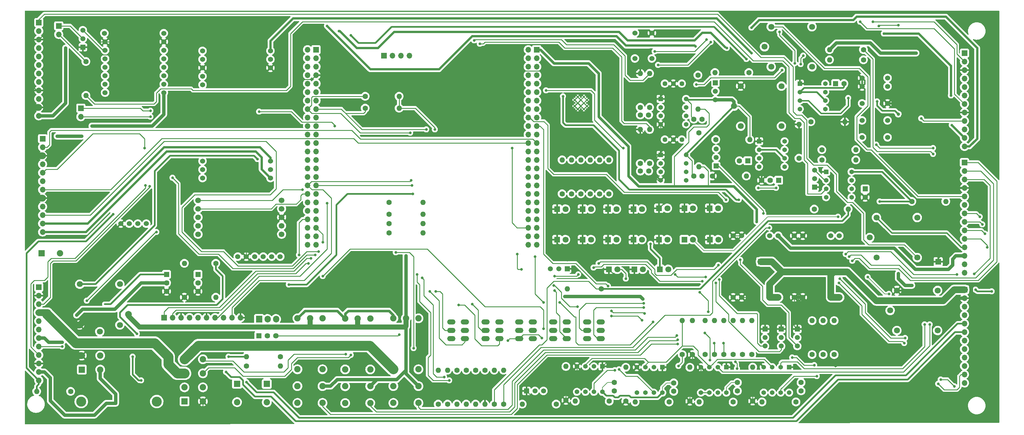
<source format=gbr>
%TF.GenerationSoftware,KiCad,Pcbnew,(6.0.5)*%
%TF.CreationDate,2023-07-29T02:07:02+09:00*%
%TF.ProjectId,LV_PCB,4c565f50-4342-42e6-9b69-6361645f7063,rev?*%
%TF.SameCoordinates,Original*%
%TF.FileFunction,Copper,L2,Bot*%
%TF.FilePolarity,Positive*%
%FSLAX46Y46*%
G04 Gerber Fmt 4.6, Leading zero omitted, Abs format (unit mm)*
G04 Created by KiCad (PCBNEW (6.0.5)) date 2023-07-29 02:07:02*
%MOMM*%
%LPD*%
G01*
G04 APERTURE LIST*
%TA.AperFunction,ComponentPad*%
%ADD10C,1.600000*%
%TD*%
%TA.AperFunction,ComponentPad*%
%ADD11O,1.600000X1.600000*%
%TD*%
%TA.AperFunction,ComponentPad*%
%ADD12R,1.500000X1.500000*%
%TD*%
%TA.AperFunction,ComponentPad*%
%ADD13C,1.500000*%
%TD*%
%TA.AperFunction,ComponentPad*%
%ADD14R,1.800000X1.800000*%
%TD*%
%TA.AperFunction,ComponentPad*%
%ADD15C,1.800000*%
%TD*%
%TA.AperFunction,ComponentPad*%
%ADD16C,1.524000*%
%TD*%
%TA.AperFunction,ComponentPad*%
%ADD17R,1.700000X1.700000*%
%TD*%
%TA.AperFunction,ComponentPad*%
%ADD18O,1.700000X1.700000*%
%TD*%
%TA.AperFunction,ComponentPad*%
%ADD19C,1.440000*%
%TD*%
%TA.AperFunction,ComponentPad*%
%ADD20O,2.500000X1.500000*%
%TD*%
%TA.AperFunction,ComponentPad*%
%ADD21R,1.600000X1.600000*%
%TD*%
%TA.AperFunction,ComponentPad*%
%ADD22R,1.900000X1.900000*%
%TD*%
%TA.AperFunction,ComponentPad*%
%ADD23C,1.900000*%
%TD*%
%TA.AperFunction,ComponentPad*%
%ADD24R,1.371600X1.371600*%
%TD*%
%TA.AperFunction,ComponentPad*%
%ADD25C,1.371600*%
%TD*%
%TA.AperFunction,ComponentPad*%
%ADD26R,1.625600X1.625600*%
%TD*%
%TA.AperFunction,ComponentPad*%
%ADD27C,1.625600*%
%TD*%
%TA.AperFunction,ComponentPad*%
%ADD28C,1.905000*%
%TD*%
%TA.AperFunction,ComponentPad*%
%ADD29C,1.700000*%
%TD*%
%TA.AperFunction,ComponentPad*%
%ADD30R,1.905000X2.000000*%
%TD*%
%TA.AperFunction,ComponentPad*%
%ADD31O,1.905000X2.000000*%
%TD*%
%TA.AperFunction,ComponentPad*%
%ADD32C,3.000000*%
%TD*%
%TA.AperFunction,ComponentPad*%
%ADD33C,0.300000*%
%TD*%
%TA.AperFunction,ViaPad*%
%ADD34C,1.000000*%
%TD*%
%TA.AperFunction,ViaPad*%
%ADD35C,0.800000*%
%TD*%
%TA.AperFunction,ViaPad*%
%ADD36C,2.000000*%
%TD*%
%TA.AperFunction,ViaPad*%
%ADD37C,0.500000*%
%TD*%
%TA.AperFunction,Conductor*%
%ADD38C,0.400000*%
%TD*%
%TA.AperFunction,Conductor*%
%ADD39C,1.000000*%
%TD*%
%TA.AperFunction,Conductor*%
%ADD40C,0.250000*%
%TD*%
%TA.AperFunction,Conductor*%
%ADD41C,0.500000*%
%TD*%
%TA.AperFunction,Conductor*%
%ADD42C,2.000000*%
%TD*%
%TA.AperFunction,Conductor*%
%ADD43C,0.700000*%
%TD*%
%TA.AperFunction,Conductor*%
%ADD44C,0.800000*%
%TD*%
%TA.AperFunction,Conductor*%
%ADD45C,0.200000*%
%TD*%
%TA.AperFunction,Conductor*%
%ADD46C,1.500000*%
%TD*%
%TA.AperFunction,Conductor*%
%ADD47C,3.000000*%
%TD*%
G04 APERTURE END LIST*
D10*
%TO.P,R19,1*%
%TO.N,Net-(K1-Pad2)*%
X205994000Y53340000D03*
D11*
%TO.P,R19,2*%
%TO.N,Net-(D9-Pad2)*%
X205994000Y63500000D03*
%TD*%
D10*
%TO.P,R31,1*%
%TO.N,Net-(C4-Pad2)*%
X264424000Y134620000D03*
D11*
%TO.P,R31,2*%
%TO.N,BRAKE_{PWR}*%
X264424000Y124460000D03*
%TD*%
D12*
%TO.P,Q10,1,E*%
%TO.N,BRAKE_{GND}*%
X284247000Y75819000D03*
D13*
%TO.P,Q10,2,B*%
%TO.N,Net-(Q10-Pad2)*%
X284247000Y73279000D03*
%TO.P,Q10,3,C*%
%TO.N,BSPD_Pin*%
X284247000Y70739000D03*
%TD*%
D10*
%TO.P,R63,1*%
%TO.N,Net-(D16-Pad2)*%
X231902000Y116332000D03*
D11*
%TO.P,R63,2*%
%TO.N,Net-(R63-Pad2)*%
X231902000Y126492000D03*
%TD*%
D14*
%TO.P,D12,1,K*%
%TO.N,BRAKE_{GND}*%
X252476000Y112014000D03*
D15*
%TO.P,D12,2,A*%
%TO.N,Net-(D12-Pad2)*%
X255016000Y112014000D03*
%TD*%
D10*
%TO.P,R21,1*%
%TO.N,Net-(Q6-Pad2)*%
X269504000Y132588000D03*
D11*
%TO.P,R21,2*%
%TO.N,BOTS_{2}*%
X279664000Y132588000D03*
%TD*%
D10*
%TO.P,R41,1*%
%TO.N,BRAKE_{GND}*%
X280543000Y54249000D03*
D11*
%TO.P,R41,2*%
%TO.N,SPD_FR_{GND}*%
X280543000Y64409000D03*
%TD*%
D16*
%TO.P,U5,1,IN*%
%TO.N,BOTS_{2}*%
X288194500Y85331000D03*
X285654500Y85331000D03*
%TO.P,U5,2,GND*%
%TO.N,BRAKE_{GND}*%
X274714500Y85331000D03*
X277254500Y85331000D03*
%TO.P,U5,3,OUT*%
%TO.N,BRAKE_{PWR}*%
X288194500Y103791000D03*
X285654500Y103791000D03*
%TO.P,U5,4,GND*%
%TO.N,BRAKE_{GND}*%
X277254500Y103791000D03*
X274714500Y103791000D03*
%TD*%
D10*
%TO.P,C10,1*%
%TO.N,AIR+*%
X275971000Y59797000D03*
%TO.P,C10,2*%
%TO.N,Net-(C10-Pad2)*%
X275971000Y57297000D03*
%TD*%
D14*
%TO.P,D11,1,K*%
%TO.N,BRAKE_{GND}*%
X260096000Y112014000D03*
D15*
%TO.P,D11,2,A*%
%TO.N,Net-(D11-Pad2)*%
X262636000Y112014000D03*
%TD*%
D10*
%TO.P,R2,1*%
%TO.N,Net-(Q1-Pad1)*%
X76454000Y57150000D03*
D11*
%TO.P,R2,2*%
%TO.N,BRAKE_SW_{2}*%
X66294000Y57150000D03*
%TD*%
D10*
%TO.P,R36,1*%
%TO.N,BSPD_Pin*%
X298323000Y68199000D03*
D11*
%TO.P,R36,2*%
%TO.N,+3V3*%
X298323000Y78359000D03*
%TD*%
D12*
%TO.P,Q9,1,E*%
%TO.N,BRAKE_{GND}*%
X289073000Y75819000D03*
D13*
%TO.P,Q9,2,B*%
%TO.N,Net-(Q9-Pad2)*%
X289073000Y73279000D03*
%TO.P,Q9,3,C*%
%TO.N,IMD_Pin*%
X289073000Y70739000D03*
%TD*%
D14*
%TO.P,D5,1,K*%
%TO.N,BRAKE_{GND}*%
X245110000Y93726000D03*
D15*
%TO.P,D5,2,A*%
%TO.N,Net-(D5-Pad2)*%
X247650000Y93726000D03*
%TD*%
D17*
%TO.P,J14,1,Pin_1*%
%TO.N,Net-(J14-Pad1)*%
X79512000Y141986000D03*
D18*
%TO.P,J14,2,Pin_2*%
%TO.N,Net-(U15-Pad78)*%
X79512000Y139446000D03*
%TD*%
D15*
%TO.P,K5,1*%
%TO.N,unconnected-(K5-Pad1)*%
X298292800Y166381400D03*
%TO.P,K5,2*%
%TO.N,BRAKE_SW_{2}*%
X286092800Y154381400D03*
%TO.P,K5,6*%
%TO.N,RTD_BUTTON*%
X286092800Y166381400D03*
%TO.P,K5,7*%
%TO.N,AIR+*%
X284092800Y160381400D03*
%TO.P,K5,14*%
%TO.N,Net-(C5-Pad1)*%
X298292800Y154381400D03*
%TD*%
D10*
%TO.P,R42,1*%
%TO.N,BRAKE_{GND}*%
X261747000Y54229000D03*
D11*
%TO.P,R42,2*%
%TO.N,SPD_RR_{GND}*%
X261747000Y64389000D03*
%TD*%
D10*
%TO.P,R55,1*%
%TO.N,RTD_ACTIVE_Pin*%
X171704000Y104648000D03*
D11*
%TO.P,R55,2*%
%TO.N,+3V3*%
X181864000Y104648000D03*
%TD*%
D19*
%TO.P,RV2,1,1*%
%TO.N,Net-(C4-Pad2)*%
X254254000Y132588000D03*
%TO.P,RV2,2,2*%
%TO.N,BRAKE_{GND}*%
X256794000Y132588000D03*
%TO.P,RV2,3,3*%
%TO.N,unconnected-(RV2-Pad3)*%
X259334000Y132588000D03*
%TD*%
D20*
%TO.P,SW2,1,1*%
%TO.N,Net-(SW1-Pad1)*%
X190335700Y72918700D03*
%TO.P,SW2,2*%
%TO.N,N/C*%
X190335700Y77918700D03*
%TO.P,SW2,3,3*%
%TO.N,Net-(SW2-Pad3)*%
X190335700Y75418700D03*
%TO.P,SW2,4,4*%
%TO.N,Net-(SW1-Pad4)*%
X194435700Y75418700D03*
%TO.P,SW2,5*%
%TO.N,N/C*%
X194435700Y77918700D03*
%TO.P,SW2,6,6*%
%TO.N,Net-(SW2-Pad6)*%
X194435700Y72918700D03*
%TD*%
%TO.P,SW4,1,1*%
%TO.N,Net-(SW1-Pad1)*%
X200622700Y72918700D03*
%TO.P,SW4,2*%
%TO.N,N/C*%
X200622700Y77918700D03*
%TO.P,SW4,3,3*%
%TO.N,CAN_H_{INV}*%
X200622700Y75418700D03*
%TO.P,SW4,4,4*%
%TO.N,Net-(SW1-Pad4)*%
X204722700Y75418700D03*
%TO.P,SW4,5*%
%TO.N,N/C*%
X204722700Y77918700D03*
%TO.P,SW4,6,6*%
%TO.N,CAN_L_{INV}*%
X204722700Y72918700D03*
%TD*%
D14*
%TO.P,D8,1,K*%
%TO.N,BRAKE_{GND}*%
X252476000Y102616000D03*
D15*
%TO.P,D8,2,A*%
%TO.N,Net-(D8-Pad2)*%
X255016000Y102616000D03*
%TD*%
D16*
%TO.P,SW8,*%
%TO.N,*%
X245294400Y156889700D03*
X250374400Y156889700D03*
%TO.P,SW8,1,1*%
%TO.N,Net-(SW8-Pad1)*%
X245294400Y164509700D03*
%TO.P,SW8,2,2*%
%TO.N,BRAKE_{GND}*%
X250374400Y164509700D03*
%TD*%
D21*
%TO.P,C5,1*%
%TO.N,Net-(C5-Pad1)*%
X305372888Y149352000D03*
D10*
%TO.P,C5,2*%
%TO.N,Net-(C5-Pad2)*%
X307872888Y149352000D03*
%TD*%
%TO.P,R23,1*%
%TO.N,Net-(C4-Pad1)*%
X246898000Y125436000D03*
D11*
%TO.P,R23,2*%
%TO.N,BRAKE_{GND}*%
X246898000Y135596000D03*
%TD*%
D12*
%TO.P,Q6,1,E*%
%TO.N,Net-(K1-Pad2)*%
X269610000Y124714000D03*
D13*
%TO.P,Q6,2,B*%
%TO.N,Net-(Q6-Pad2)*%
X269610000Y127254000D03*
%TO.P,Q6,3,C*%
%TO.N,Net-(Q5-Pad1)*%
X269610000Y129794000D03*
%TD*%
D20*
%TO.P,SW1,1,1*%
%TO.N,Net-(SW1-Pad1)*%
X220815700Y72918700D03*
%TO.P,SW1,2*%
%TO.N,N/C*%
X220815700Y77918700D03*
%TO.P,SW1,3,3*%
%TO.N,CAN_L_{DEBUG}*%
X220815700Y75418700D03*
%TO.P,SW1,4,4*%
%TO.N,Net-(SW1-Pad4)*%
X224915700Y75418700D03*
%TO.P,SW1,5*%
%TO.N,N/C*%
X224915700Y77918700D03*
%TO.P,SW1,6,6*%
%TO.N,CAN_H_{DEBUG}*%
X224915700Y72918700D03*
%TD*%
D22*
%TO.P,J6,1*%
%TO.N,LV+*%
X79808001Y63685999D03*
D23*
%TO.P,J6,2*%
%TO.N,BRAKE_{GND}*%
X79808001Y67885998D03*
%TO.P,J6,3*%
%TO.N,BOTS_{1}*%
X85308000Y63685999D03*
%TO.P,J6,4*%
%TO.N,BOTS_{2}*%
X85308000Y67885998D03*
%TD*%
D24*
%TO.P,U16,1,GND*%
%TO.N,BRAKE_{GND}*%
X235585000Y64643000D03*
D25*
%TO.P,U16,2,+*%
%TO.N,SPD_FL_{GND}*%
X233045000Y64643000D03*
%TO.P,U16,3,-*%
%TO.N,Net-(R10-Pad2)*%
X230505000Y64643000D03*
%TO.P,U16,4,V-*%
%TO.N,BRAKE_{GND}*%
X227965000Y64643000D03*
%TO.P,U16,5,BAL*%
%TO.N,Net-(C7-Pad2)*%
X227965000Y57023000D03*
%TO.P,U16,6,STRB*%
X230505000Y57023000D03*
%TO.P,U16,7*%
%TO.N,ADC3_IN10*%
X233045000Y57023000D03*
%TO.P,U16,8,V+*%
%TO.N,AIR+*%
X235585000Y57023000D03*
%TD*%
D17*
%TO.P,J2,1,Pin_1*%
%TO.N,BOTS_{2}*%
X343916000Y87625000D03*
D18*
%TO.P,J2,2,Pin_2*%
%TO.N,BRAKE_{GND}*%
X343916000Y85085000D03*
%TO.P,J2,3,Pin_3*%
%TO.N,AIR+*%
X343916000Y82545000D03*
%TO.P,J2,4,Pin_4*%
%TO.N,AIR-*%
X343916000Y80005000D03*
%TO.P,J2,5,Pin_5*%
%TO.N,BMS_FAULT*%
X343916000Y77465000D03*
%TO.P,J2,6,Pin_6*%
%TO.N,IMD_FAULT*%
X343916000Y74925000D03*
%TO.P,J2,7,Pin_7*%
%TO.N,Net-(J2-Pad7)*%
X343916000Y72385000D03*
%TO.P,J2,8,Pin_8*%
%TO.N,Net-(J2-Pad8)*%
X343916000Y69845000D03*
%TO.P,J2,9,Pin_9*%
%TO.N,Net-(J2-Pad9)*%
X343916000Y67305000D03*
%TO.P,J2,10,Pin_10*%
%TO.N,Net-(J2-Pad10)*%
X343916000Y64765000D03*
%TO.P,J2,11,Pin_11*%
%TO.N,CAN_H_{BMS}*%
X343916000Y62225000D03*
%TO.P,J2,12,Pin_12*%
%TO.N,CAN_L_{BMS}*%
X343916000Y59685000D03*
%TD*%
D21*
%TO.P,10uF1,1*%
%TO.N,Net-(10uF1-Pad1)*%
X279091113Y126238000D03*
D10*
%TO.P,10uF1,2*%
%TO.N,Net-(10uF1-Pad2)*%
X276591113Y126238000D03*
%TD*%
%TO.P,R12,1*%
%TO.N,Net-(Q3-Pad3)*%
X139192000Y67564000D03*
D11*
%TO.P,R12,2*%
%TO.N,IMD_FAULT*%
X129032000Y67564000D03*
%TD*%
D10*
%TO.P,R43,1*%
%TO.N,ADC3_IN11*%
X293497000Y53995000D03*
D11*
%TO.P,R43,2*%
%TO.N,Net-(R10-Pad1)*%
X283337000Y53995000D03*
%TD*%
D14*
%TO.P,D9,1,K*%
%TO.N,BRAKE_{GND}*%
X267711000Y112014000D03*
D15*
%TO.P,D9,2,A*%
%TO.N,Net-(D9-Pad2)*%
X270251000Y112014000D03*
%TD*%
D14*
%TO.P,D7,1,K*%
%TO.N,Net-(D7-Pad1)*%
X252730000Y93726000D03*
D15*
%TO.P,D7,2,A*%
%TO.N,Net-(D7-Pad2)*%
X255270000Y93726000D03*
%TD*%
D19*
%TO.P,RV1,1,1*%
%TO.N,Net-(C3-Pad2)*%
X254254000Y149352000D03*
%TO.P,RV1,2,2*%
%TO.N,BRAKE_{GND}*%
X256794000Y149352000D03*
%TO.P,RV1,3,3*%
%TO.N,unconnected-(RV1-Pad3)*%
X259334000Y149352000D03*
%TD*%
D26*
%TO.P,Q2,1,G*%
%TO.N,BMS_FAULT*%
X132770600Y73799700D03*
D27*
%TO.P,Q2,2,D*%
%TO.N,Net-(Q2-Pad2)*%
X135310600Y73799700D03*
%TO.P,Q2,3,S*%
%TO.N,Net-(D2-Pad2)*%
X137850600Y73799700D03*
%TD*%
D10*
%TO.P,C1,1*%
%TO.N,BOTS_{2}*%
X262920000Y138684000D03*
%TO.P,C1,2*%
%TO.N,Net-(C1-Pad2)*%
X265420000Y138684000D03*
%TD*%
D17*
%TO.P,J12,1,Pin_1*%
%TO.N,BRAKE_{PWR}*%
X68072000Y132842000D03*
D18*
%TO.P,J12,2,Pin_2*%
%TO.N,ADC2_IN0*%
X68072000Y130302000D03*
%TO.P,J12,3,Pin_3*%
%TO.N,BRAKE_{GND}*%
X68072000Y127762000D03*
%TO.P,J12,4,Pin_4*%
%TO.N,BOTS_{2}*%
X68072000Y125222000D03*
%TO.P,J12,5,Pin_5*%
%TO.N,SPD_FL_{GND}*%
X68072000Y122682000D03*
%TO.P,J12,6,Pin_6*%
%TO.N,BRAKE_{PWR}*%
X68072000Y120142000D03*
%TO.P,J12,7,Pin_7*%
%TO.N,ADC2_IN1*%
X68072000Y117602000D03*
%TO.P,J12,8,Pin_8*%
%TO.N,BRAKE_{GND}*%
X68072000Y115062000D03*
%TO.P,J12,9,Pin_9*%
%TO.N,BOTS_{2}*%
X68072000Y112522000D03*
%TO.P,J12,10,Pin_10*%
%TO.N,SPD_RL_{GND}*%
X68072000Y109982000D03*
%TO.P,J12,11,Pin_11*%
%TO.N,SPK_L+*%
X68072000Y107442000D03*
%TO.P,J12,12,Pin_12*%
%TO.N,SPK_L-*%
X68072000Y104902000D03*
%TD*%
D10*
%TO.P,R62,1*%
%TO.N,Net-(D15-Pad2)*%
X229108000Y116332000D03*
D11*
%TO.P,R62,2*%
%TO.N,Net-(R62-Pad2)*%
X229108000Y126492000D03*
%TD*%
D24*
%TO.P,U13,1,GND*%
%TO.N,BRAKE_{GND}*%
X294640000Y149352000D03*
D25*
%TO.P,U13,2,TR*%
%TO.N,Net-(C5-Pad2)*%
X294640000Y146812000D03*
%TO.P,U13,3,Q*%
%TO.N,Net-(K6-Pad2)*%
X294640000Y144272000D03*
%TO.P,U13,4,R*%
%TO.N,Net-(C5-Pad1)*%
X294640000Y141732000D03*
%TO.P,U13,5,CV*%
%TO.N,unconnected-(U13-Pad5)*%
X302260000Y141732000D03*
%TO.P,U13,6,THR*%
%TO.N,Net-(C5-Pad2)*%
X302260000Y144272000D03*
%TO.P,U13,7,DIS*%
%TO.N,unconnected-(U13-Pad7)*%
X302260000Y146812000D03*
%TO.P,U13,8,VCC*%
%TO.N,Net-(C5-Pad1)*%
X302260000Y149352000D03*
%TD*%
D15*
%TO.P,K2,1*%
%TO.N,Net-(K6-Pad1)*%
X79197200Y89263600D03*
%TO.P,K2,2*%
%TO.N,AIR-*%
X91197200Y77063600D03*
%TO.P,K2,6*%
%TO.N,BRAKE_{GND}*%
X79197200Y77063600D03*
%TO.P,K2,7*%
%TO.N,BOTS_{2}*%
X85197200Y75063600D03*
%TO.P,K2,14*%
%TO.N,IGNITION_INPUT*%
X91197200Y89263600D03*
%TD*%
D10*
%TO.P,R46,1*%
%TO.N,Net-(C6-Pad1)*%
X301244000Y126492000D03*
D11*
%TO.P,R46,2*%
%TO.N,Net-(K6-Pad9)*%
X311404000Y126492000D03*
%TD*%
D10*
%TO.P,R52,1*%
%TO.N,ESP_{SDA}*%
X164592000Y145542000D03*
D11*
%TO.P,R52,2*%
%TO.N,+3V3*%
X174752000Y145542000D03*
%TD*%
D10*
%TO.P,R50,1*%
%TO.N,Net-(Q13-Pad3)*%
X301244000Y129540000D03*
D11*
%TO.P,R50,2*%
%TO.N,Net-(K6-Pad9)*%
X311404000Y129540000D03*
%TD*%
D10*
%TO.P,R3,1*%
%TO.N,BOTS_{1}*%
X119888000Y95504000D03*
D11*
%TO.P,R3,2*%
%TO.N,BRAKE_LIGHT-*%
X119888000Y85344000D03*
%TD*%
D12*
%TO.P,Q8,1,E*%
%TO.N,BRAKE_{GND}*%
X293899000Y75819000D03*
D13*
%TO.P,Q8,2,B*%
%TO.N,Net-(Q8-Pad2)*%
X293899000Y73279000D03*
%TO.P,Q8,3,C*%
%TO.N,BMS_Pin*%
X293899000Y70739000D03*
%TD*%
D16*
%TO.P,K6,1*%
%TO.N,Net-(K6-Pad1)*%
X320897000Y151035000D03*
%TO.P,K6,2*%
%TO.N,Net-(K6-Pad2)*%
X320897000Y148495000D03*
%TO.P,K6,4*%
%TO.N,BRAKE_{GND}*%
X320897000Y143415000D03*
%TO.P,K6,6*%
%TO.N,unconnected-(K6-Pad6)*%
X320897000Y138335000D03*
%TO.P,K6,8*%
%TO.N,Net-(K4-Pad7)*%
X320897000Y133255000D03*
%TO.P,K6,9*%
%TO.N,Net-(K6-Pad9)*%
X313277000Y133255000D03*
%TO.P,K6,11*%
%TO.N,unconnected-(K6-Pad11)*%
X313277000Y138335000D03*
%TO.P,K6,13*%
%TO.N,AIR+*%
X313277000Y143415000D03*
%TO.P,K6,15*%
%TO.N,BRAKE_{GND}*%
X313277000Y148495000D03*
%TO.P,K6,16*%
X313277000Y151035000D03*
%TD*%
D17*
%TO.P,J15,1,Pin_1*%
%TO.N,BRAKE_{GND}*%
X336052000Y96012000D03*
%TD*%
D28*
%TO.P,RLY2,1,A1*%
%TO.N,RESET_{2}*%
X158616000Y78994000D03*
%TO.P,RLY2,2,A2*%
%TO.N,Net-(Q3-Pad3)*%
X166116000Y78994000D03*
%TO.P,RLY2,3,A3*%
%TO.N,BOTS_{2}*%
X162366000Y78994003D03*
%TO.P,RLY2,4,11*%
X166116000Y58694003D03*
%TO.P,RLY2,5,12*%
%TO.N,Net-(R7-Pad2)*%
X166116000Y63734003D03*
%TO.P,RLY2,6,14*%
%TO.N,Net-(R14-Pad1)*%
X166116000Y53654000D03*
%TO.P,RLY2,7,21*%
%TO.N,Net-(RLY1-Pad8)*%
X158615944Y58694079D03*
%TO.P,RLY2,8,22*%
%TO.N,Net-(RLY2-Pad8)*%
X158615944Y63734079D03*
%TO.P,RLY2,9,24*%
%TO.N,unconnected-(RLY2-Pad9)*%
X158616000Y53654000D03*
%TD*%
%TO.P,RLY3,1,A1*%
%TO.N,RESET_{2}*%
X173034000Y79039387D03*
%TO.P,RLY3,2,A2*%
%TO.N,Net-(D7-Pad2)*%
X180534000Y79039387D03*
%TO.P,RLY3,3,A3*%
%TO.N,BOTS_{2}*%
X176784000Y79039390D03*
%TO.P,RLY3,4,11*%
X180534000Y58739390D03*
%TO.P,RLY3,5,12*%
%TO.N,Net-(R8-Pad2)*%
X180534000Y63779390D03*
%TO.P,RLY3,6,14*%
%TO.N,Net-(R16-Pad1)*%
X180534000Y53699387D03*
%TO.P,RLY3,7,21*%
%TO.N,Net-(RLY2-Pad8)*%
X173033944Y58739466D03*
%TO.P,RLY3,8,22*%
%TO.N,HV_MASTER_{1}*%
X173033944Y63779466D03*
%TO.P,RLY3,9,24*%
%TO.N,unconnected-(RLY3-Pad9)*%
X173034000Y53699387D03*
%TD*%
D14*
%TO.P,D2,1,K*%
%TO.N,BRAKE_{GND}*%
X237490000Y93726000D03*
D15*
%TO.P,D2,2,A*%
%TO.N,Net-(D2-Pad2)*%
X240030000Y93726000D03*
%TD*%
D10*
%TO.P,R5,1*%
%TO.N,HV_AUX_{R2}*%
X189230000Y53340000D03*
D11*
%TO.P,R5,2*%
%TO.N,Net-(D3-Pad2)*%
X189230000Y63500000D03*
%TD*%
D17*
%TO.P,J5,1,Pin_1*%
%TO.N,LATCH_{BSPD}*%
X343916000Y125720000D03*
D18*
%TO.P,J5,2,Pin_2*%
%TO.N,LATCH_{IMD}*%
X343916000Y123180000D03*
%TO.P,J5,3,Pin_3*%
%TO.N,LATCH_{BMS}*%
X343916000Y120640000D03*
%TO.P,J5,4,Pin_4*%
%TO.N,BRAKE_{GND}*%
X343916000Y118100000D03*
%TO.P,J5,5,Pin_5*%
%TO.N,RTD_BUTTON*%
X343916000Y115560000D03*
%TO.P,J5,6,Pin_6*%
%TO.N,RTD_LED*%
X343916000Y113020000D03*
%TO.P,J5,7,Pin_7*%
%TO.N,Net-(J2-Pad7)*%
X343916000Y110480000D03*
%TO.P,J5,8,Pin_8*%
%TO.N,Net-(J2-Pad8)*%
X343916000Y107940000D03*
%TO.P,J5,9,Pin_9*%
%TO.N,Net-(J2-Pad9)*%
X343916000Y105400000D03*
%TO.P,J5,10,Pin_10*%
%TO.N,Net-(J2-Pad10)*%
X343916000Y102860000D03*
%TO.P,J5,11,Pin_11*%
%TO.N,SW_{RTD_EN}*%
X343916000Y100320000D03*
%TO.P,J5,12,Pin_12*%
%TO.N,BRAKE_{PWR}*%
X343916000Y97780000D03*
%TO.P,J5,13,Pin_13*%
%TO.N,LCD_{SDA}*%
X343916000Y95240000D03*
%TO.P,J5,14,Pin_14*%
%TO.N,LCD_{SCL}*%
X343916000Y92700000D03*
%TD*%
D16*
%TO.P,U10,1,VCC*%
%TO.N,+3V3*%
X99095200Y107408600D03*
%TO.P,U10,2,RX*%
%TO.N,GPS_{RX}*%
X96555200Y107408600D03*
%TO.P,U10,3,TX*%
%TO.N,GPS_{TX}*%
X94015200Y107408600D03*
%TO.P,U10,4,GND*%
%TO.N,BRAKE_{GND}*%
X91475200Y107408600D03*
%TD*%
%TO.P,U12,1,VCC*%
%TO.N,BRAKE_{PWR}*%
X104324400Y146658600D03*
%TO.P,U12,2,RX*%
%TO.N,Net-(J14-Pad1)*%
X104324400Y149198600D03*
%TO.P,U12,3,TX*%
%TO.N,unconnected-(U12-Pad3)*%
X104324400Y151738600D03*
%TO.P,U12,4,DAC_R*%
%TO.N,Net-(U12-Pad4)*%
X104324400Y154278600D03*
%TO.P,U12,5,DAC_L*%
%TO.N,Net-(U12-Pad5)*%
X104324400Y156818600D03*
%TO.P,U12,6,SPK_1*%
%TO.N,unconnected-(U12-Pad6)*%
X104324400Y159358600D03*
%TO.P,U12,7,GND_1*%
%TO.N,BRAKE_{GND}*%
X104324400Y161898600D03*
%TO.P,U12,8,SPK_2*%
%TO.N,unconnected-(U12-Pad8)*%
X104324400Y164438600D03*
%TO.P,U12,9,IO_1*%
%TO.N,unconnected-(U12-Pad9)*%
X86544400Y164438600D03*
%TO.P,U12,10,GND_2*%
%TO.N,BRAKE_{GND}*%
X86773000Y161898600D03*
%TO.P,U12,11,IO_2*%
%TO.N,Net-(Q12-Pad3)*%
X86773000Y159358600D03*
%TO.P,U12,12,ADKEY_1*%
%TO.N,unconnected-(U12-Pad12)*%
X86773000Y156818600D03*
%TO.P,U12,13,ADKEY_2*%
%TO.N,unconnected-(U12-Pad13)*%
X86773000Y154278600D03*
%TO.P,U12,14,USB+*%
%TO.N,unconnected-(U12-Pad14)*%
X86773000Y151738600D03*
%TO.P,U12,15,USB-*%
%TO.N,unconnected-(U12-Pad15)*%
X86773000Y149198600D03*
%TO.P,U12,16,BUSY*%
%TO.N,unconnected-(U12-Pad16)*%
X86773000Y146658600D03*
%TD*%
D17*
%TO.P,J7,1,Pin_1*%
%TO.N,CAN_H_{DEBUG}*%
X104399000Y79248000D03*
D18*
%TO.P,J7,2,Pin_2*%
%TO.N,CAN_L_{DEBUG}*%
X106939000Y79248000D03*
%TO.P,J7,3,Pin_3*%
%TO.N,BRAKE_{GND}*%
X109479000Y79248000D03*
%TO.P,J7,4,Pin_4*%
%TO.N,Net-(J1-Pad7)*%
X112019000Y79248000D03*
%TO.P,J7,5,Pin_5*%
%TO.N,Net-(J1-Pad8)*%
X114559000Y79248000D03*
%TO.P,J7,6,Pin_6*%
%TO.N,BRAKE_{GND}*%
X117099000Y79248000D03*
%TO.P,J7,7,Pin_7*%
%TO.N,ESP_TX*%
X119639000Y79248000D03*
%TO.P,J7,8,Pin_8*%
%TO.N,BRAKE_{GND}*%
X122179000Y79248000D03*
%TO.P,J7,9,Pin_9*%
%TO.N,ESP_RX*%
X124719000Y79248000D03*
%TO.P,J7,10,Pin_10*%
%TO.N,BRAKE_{GND}*%
X127259000Y79248000D03*
%TD*%
D16*
%TO.P,U7,1,3V3*%
%TO.N,+3V3*%
X126483700Y97522700D03*
%TO.P,U7,2,GND*%
%TO.N,BRAKE_{GND}*%
X129023700Y97522700D03*
%TO.P,U7,3,CTX*%
%TO.N,CAN1_{TX}*%
X131563700Y97522700D03*
%TO.P,U7,4,CRX*%
%TO.N,CAN1_{RX}*%
X134103700Y97522700D03*
%TO.P,U7,5,CANH*%
%TO.N,Net-(SW2-Pad6)*%
X136643700Y97522700D03*
%TO.P,U7,6,CANL*%
%TO.N,Net-(SW2-Pad3)*%
X139183700Y97522700D03*
%TD*%
D10*
%TO.P,R7,1*%
%TO.N,Net-(D6-Pad2)*%
X194818000Y63500000D03*
D11*
%TO.P,R7,2*%
%TO.N,Net-(R7-Pad2)*%
X194818000Y53340000D03*
%TD*%
D12*
%TO.P,Q13,1,E*%
%TO.N,BRAKE_{GND}*%
X299064000Y118364000D03*
D13*
%TO.P,Q13,2,B*%
%TO.N,Net-(Q13-Pad2)*%
X299064000Y120904000D03*
%TO.P,Q13,3,C*%
%TO.N,Net-(Q13-Pad3)*%
X299064000Y123444000D03*
%TD*%
D29*
%TO.P,U9,1,3V3*%
%TO.N,+3V3*%
X139595000Y111855000D03*
%TO.P,U9,2,GND*%
%TO.N,BRAKE_{GND}*%
X139595000Y109315000D03*
%TO.P,U9,6,Vs*%
%TO.N,unconnected-(U9-Pad6)*%
X139595000Y106775000D03*
%TO.P,U9,7,~{CS}*%
%TO.N,+3V3*%
X139595000Y104235000D03*
%TO.P,U9,8,INT1*%
%TO.N,unconnected-(U9-Pad8)*%
X114595000Y104235000D03*
%TO.P,U9,9,INT2*%
%TO.N,unconnected-(U9-Pad9)*%
X114595000Y106775000D03*
%TO.P,U9,12,SDO/ADDR*%
%TO.N,unconnected-(U9-Pad12)*%
X114595000Y109315000D03*
%TO.P,U9,13,SDA*%
%TO.N,ACC_{SDA}*%
X114595000Y111855000D03*
%TO.P,U9,14,SCL/SCLK*%
%TO.N,ACC_{SCL}*%
X114595000Y114395000D03*
%TO.P,U9,22,5V*%
%TO.N,unconnected-(U9-Pad22)*%
X139595000Y114395000D03*
%TD*%
D10*
%TO.P,R60,1*%
%TO.N,Net-(D13-Pad2)*%
X223520000Y116332000D03*
D11*
%TO.P,R60,2*%
%TO.N,Net-(R60-Pad2)*%
X223520000Y126492000D03*
%TD*%
D14*
%TO.P,D10,1,K*%
%TO.N,Net-(D10-Pad1)*%
X260096000Y102616000D03*
D15*
%TO.P,D10,2,A*%
%TO.N,AIR-*%
X262636000Y102616000D03*
%TD*%
D14*
%TO.P,D3,1,K*%
%TO.N,BRAKE_{GND}*%
X229616000Y102616000D03*
D15*
%TO.P,D3,2,A*%
%TO.N,Net-(D3-Pad2)*%
X232156000Y102616000D03*
%TD*%
D22*
%TO.P,J13,1,Pin_1*%
%TO.N,BOTS_{2}*%
X67743001Y98569500D03*
D23*
%TO.P,J13,2,Pin_2*%
%TO.N,HV_AUX_{C1}*%
X73243000Y98569500D03*
%TD*%
D24*
%TO.P,U2,1,GND*%
%TO.N,BRAKE_{GND}*%
X252994000Y144780000D03*
D25*
%TO.P,U2,2,+*%
%TO.N,Net-(C3-Pad1)*%
X252994000Y142240000D03*
%TO.P,U2,3,-*%
%TO.N,Net-(C3-Pad2)*%
X252994000Y139700000D03*
%TO.P,U2,4,V-*%
%TO.N,BRAKE_{GND}*%
X252994000Y137160000D03*
%TO.P,U2,5,BAL*%
%TO.N,Net-(C1-Pad2)*%
X260614000Y137160000D03*
%TO.P,U2,6,STRB*%
X260614000Y139700000D03*
%TO.P,U2,7*%
%TO.N,Net-(Q5-Pad2)*%
X260614000Y142240000D03*
%TO.P,U2,8,V+*%
%TO.N,BOTS_{2}*%
X260614000Y144780000D03*
%TD*%
D10*
%TO.P,R34,1*%
%TO.N,BMS_Pin*%
X304927000Y68199000D03*
D11*
%TO.P,R34,2*%
%TO.N,+3V3*%
X304927000Y78359000D03*
%TD*%
D10*
%TO.P,R44,1*%
%TO.N,ADC3_IN13*%
X274701000Y53975000D03*
D11*
%TO.P,R44,2*%
%TO.N,Net-(R10-Pad1)*%
X264541000Y53975000D03*
%TD*%
D10*
%TO.P,R26,1*%
%TO.N,Net-(R16-Pad1)*%
X274701000Y68199000D03*
D11*
%TO.P,R26,2*%
%TO.N,Net-(Q10-Pad2)*%
X274701000Y78359000D03*
%TD*%
D16*
%TO.P,U6,1,IN*%
%TO.N,BOTS_{2}*%
X303942500Y85331000D03*
X306482500Y85331000D03*
%TO.P,U6,2,GND*%
%TO.N,BRAKE_{GND}*%
X293002500Y85331000D03*
X295542500Y85331000D03*
%TO.P,U6,3,OUT*%
%TO.N,+3V3*%
X306482500Y103791000D03*
X303942500Y103791000D03*
%TO.P,U6,4,GND*%
%TO.N,BRAKE_{GND}*%
X293002500Y103791000D03*
X295542500Y103791000D03*
%TD*%
D26*
%TO.P,Q1,1,G*%
%TO.N,Net-(Q1-Pad1)*%
X105156000Y92202000D03*
D27*
%TO.P,Q1,2,D*%
%TO.N,BRAKE_LIGHT-*%
X105156000Y89662000D03*
%TO.P,Q1,3,S*%
%TO.N,BRAKE_{GND}*%
X105156000Y87122000D03*
%TD*%
D10*
%TO.P,R57,1*%
%TO.N,LCD_{SCL}*%
X313690000Y159512000D03*
D11*
%TO.P,R57,2*%
%TO.N,BRAKE_{PWR}*%
X303530000Y159512000D03*
%TD*%
D10*
%TO.P,R27,1*%
%TO.N,Net-(R14-Pad1)*%
X277495000Y68199000D03*
D11*
%TO.P,R27,2*%
%TO.N,Net-(Q9-Pad2)*%
X277495000Y78359000D03*
%TD*%
D10*
%TO.P,C7,1*%
%TO.N,AIR+*%
X239141000Y59817000D03*
%TO.P,C7,2*%
%TO.N,Net-(C7-Pad2)*%
X239141000Y57317000D03*
%TD*%
D26*
%TO.P,Q4,1,G*%
%TO.N,Net-(Q4-Pad1)*%
X288300000Y120396000D03*
D27*
%TO.P,Q4,2,D*%
%TO.N,Net-(D7-Pad1)*%
X285760000Y120396000D03*
%TO.P,Q4,3,S*%
%TO.N,BRAKE_{GND}*%
X283220000Y120396000D03*
%TD*%
D10*
%TO.P,R38,1*%
%TO.N,Net-(C5-Pad2)*%
X297942000Y137922000D03*
D11*
%TO.P,R38,2*%
%TO.N,BRAKE_{GND}*%
X308102000Y137922000D03*
%TD*%
D22*
%TO.P,J3,1,Pin_1*%
%TO.N,LV_MASTER_{1}*%
X110542001Y54169503D03*
D23*
%TO.P,J3,2,Pin_2*%
%TO.N,BOTS_{1}*%
X110542001Y58369502D03*
%TO.P,J3,3,Pin_3*%
%TO.N,HVD_{1}*%
X110542001Y62569501D03*
%TO.P,J3,4,Pin_4*%
%TO.N,HV_MASTER_{1}*%
X110542001Y66769501D03*
%TO.P,J3,5,Pin_5*%
%TO.N,BRAKE_{GND}*%
X116042000Y54169503D03*
%TO.P,J3,6,Pin_6*%
%TO.N,RESET_{2}*%
X116042000Y58369502D03*
%TO.P,J3,7,Pin_7*%
%TO.N,CAN_H_{LOGGER}*%
X116042000Y62569501D03*
%TO.P,J3,8,Pin_8*%
%TO.N,CAN_L_{LOGGER}*%
X116042000Y66769501D03*
%TD*%
D30*
%TO.P,Q3,1,G*%
%TO.N,IMD_FAULT*%
X132842000Y78811000D03*
D31*
%TO.P,Q3,2,D*%
%TO.N,Net-(D5-Pad2)*%
X135382000Y78811000D03*
%TO.P,Q3,3,S*%
%TO.N,Net-(Q3-Pad3)*%
X137922000Y78811000D03*
%TD*%
D22*
%TO.P,J11,1,Pin_1*%
%TO.N,HV_AUX_{R2}*%
X135138000Y59383999D03*
D23*
%TO.P,J11,2,Pin_2*%
%TO.N,HV_AUX_{C2}*%
X135138000Y53884000D03*
%TD*%
D10*
%TO.P,R6,1*%
%TO.N,Net-(D4-Pad2)*%
X192024000Y63500000D03*
D11*
%TO.P,R6,2*%
%TO.N,Net-(R6-Pad2)*%
X192024000Y53340000D03*
%TD*%
D14*
%TO.P,D13,1,K*%
%TO.N,BRAKE_{GND}*%
X221996000Y111760000D03*
D15*
%TO.P,D13,2,A*%
%TO.N,Net-(D13-Pad2)*%
X224536000Y111760000D03*
%TD*%
D10*
%TO.P,R56,1*%
%TO.N,ACC_{SDA}*%
X171704000Y107442000D03*
D11*
%TO.P,R56,2*%
%TO.N,+3V3*%
X181864000Y107442000D03*
%TD*%
D17*
%TO.P,J4,1,Pin_1*%
%TO.N,AIR-*%
X66929000Y88392000D03*
D18*
%TO.P,J4,2,Pin_2*%
%TO.N,BRAKE_{GND}*%
X66929000Y85852000D03*
%TO.P,J4,3,Pin_3*%
%TO.N,HALL_{SIG}*%
X66929000Y83312000D03*
%TO.P,J4,4,Pin_4*%
%TO.N,HVD_{1}*%
X66929000Y80772000D03*
%TO.P,J4,5,Pin_5*%
%TO.N,AIR-*%
X66929000Y78232000D03*
%TO.P,J4,6,Pin_6*%
%TO.N,BOTS_{1}*%
X66929000Y75692000D03*
%TO.P,J4,7,Pin_7*%
%TO.N,BRAKE_LIGHT-*%
X66929000Y73152000D03*
%TO.P,J4,8,Pin_8*%
%TO.N,BRAKE_{PWR}*%
X66929000Y70612000D03*
%TO.P,J4,9,Pin_9*%
%TO.N,BRAKE_{SIG}*%
X66929000Y68072000D03*
%TO.P,J4,10,Pin_10*%
%TO.N,BRAKE_{GND}*%
X66929000Y65532000D03*
%TO.P,J4,11,Pin_11*%
%TO.N,BOTS_{1}*%
X66929000Y62992000D03*
%TO.P,J4,12,Pin_12*%
%TO.N,BRAKE_SW_{2}*%
X66929000Y60452000D03*
%TD*%
D24*
%TO.P,U19,1,GND*%
%TO.N,BRAKE_{GND}*%
X272669000Y64389000D03*
D25*
%TO.P,U19,2,+*%
%TO.N,SPD_RR_{GND}*%
X270129000Y64389000D03*
%TO.P,U19,3,-*%
%TO.N,Net-(R10-Pad2)*%
X267589000Y64389000D03*
%TO.P,U19,4,V-*%
%TO.N,BRAKE_{GND}*%
X265049000Y64389000D03*
%TO.P,U19,5,BAL*%
%TO.N,Net-(C10-Pad2)*%
X265049000Y56769000D03*
%TO.P,U19,6,STRB*%
X267589000Y56769000D03*
%TO.P,U19,7*%
%TO.N,ADC3_IN13*%
X270129000Y56769000D03*
%TO.P,U19,8,V+*%
%TO.N,AIR+*%
X272669000Y56769000D03*
%TD*%
D10*
%TO.P,R17,1*%
%TO.N,BRAKE_{GND}*%
X268488000Y121666000D03*
D11*
%TO.P,R17,2*%
%TO.N,Net-(Q4-Pad1)*%
X278648000Y121666000D03*
%TD*%
D10*
%TO.P,R13,1*%
%TO.N,BRAKE_{GND}*%
X262509000Y68199000D03*
D11*
%TO.P,R13,2*%
%TO.N,Net-(R10-Pad2)*%
X262509000Y78359000D03*
%TD*%
D10*
%TO.P,R58,1*%
%TO.N,LCD_{SDA}*%
X313690000Y156464000D03*
D11*
%TO.P,R58,2*%
%TO.N,BRAKE_{PWR}*%
X303530000Y156464000D03*
%TD*%
D10*
%TO.P,C8,1*%
%TO.N,AIR+*%
X256921000Y59690000D03*
%TO.P,C8,2*%
%TO.N,Net-(C8-Pad2)*%
X256921000Y57190000D03*
%TD*%
%TO.P,R53,1*%
%TO.N,ACC_{SCL}*%
X171704000Y113792000D03*
D11*
%TO.P,R53,2*%
%TO.N,+3V3*%
X181864000Y113792000D03*
%TD*%
D10*
%TO.P,R64,1*%
%TO.N,Net-(K6-Pad9)*%
X203200000Y53340000D03*
D11*
%TO.P,R64,2*%
%TO.N,Net-(D17-Pad2)*%
X203200000Y63500000D03*
%TD*%
D10*
%TO.P,R48,1*%
%TO.N,Net-(K6-Pad9)*%
X328168000Y114046000D03*
D11*
%TO.P,R48,2*%
%TO.N,RTD_LED*%
X338328000Y114046000D03*
%TD*%
D10*
%TO.P,R15,1*%
%TO.N,AIR-*%
X221742000Y53340000D03*
D11*
%TO.P,R15,2*%
%TO.N,Net-(Q11-Pad2)*%
X211582000Y53340000D03*
%TD*%
D20*
%TO.P,SW3,1,1*%
%TO.N,Net-(SW1-Pad1)*%
X230975700Y72918700D03*
%TO.P,SW3,2*%
%TO.N,N/C*%
X230975700Y77918700D03*
%TO.P,SW3,3,3*%
%TO.N,CAN_L_{BMS}*%
X230975700Y75418700D03*
%TO.P,SW3,4,4*%
%TO.N,Net-(SW1-Pad4)*%
X235075700Y75418700D03*
%TO.P,SW3,5*%
%TO.N,N/C*%
X235075700Y77918700D03*
%TO.P,SW3,6,6*%
%TO.N,CAN_H_{BMS}*%
X235075700Y72918700D03*
%TD*%
D14*
%TO.P,D17,1,K*%
%TO.N,BRAKE_{GND}*%
X267716000Y102616000D03*
D15*
%TO.P,D17,2,A*%
%TO.N,Net-(D17-Pad2)*%
X270256000Y102616000D03*
%TD*%
D32*
%TO.P,F1,1*%
%TO.N,LV_MASTER_{1}*%
X102232000Y54102000D03*
%TO.P,F1,2*%
%TO.N,LV+*%
X79632000Y54102000D03*
%TD*%
D14*
%TO.P,D15,1,K*%
%TO.N,BRAKE_{GND}*%
X237236000Y111760000D03*
D15*
%TO.P,D15,2,A*%
%TO.N,Net-(D15-Pad2)*%
X239776000Y111760000D03*
%TD*%
D10*
%TO.P,R18,1*%
%TO.N,Net-(10uF1-Pad2)*%
X294396000Y127000000D03*
D11*
%TO.P,R18,2*%
%TO.N,BRAKE_{GND}*%
X294396000Y137160000D03*
%TD*%
D12*
%TO.P,Q12,1,E*%
%TO.N,BRAKE_{GND}*%
X80116000Y160274000D03*
D13*
%TO.P,Q12,2,B*%
%TO.N,Net-(J9-Pad1)*%
X80116000Y162814000D03*
%TO.P,Q12,3,C*%
%TO.N,Net-(Q12-Pad3)*%
X80116000Y165354000D03*
%TD*%
D10*
%TO.P,R4,1*%
%TO.N,BRAKE_{GND}*%
X110490000Y85344000D03*
D11*
%TO.P,R4,2*%
%TO.N,Net-(Q1-Pad1)*%
X110490000Y95504000D03*
%TD*%
D10*
%TO.P,C4,1*%
%TO.N,Net-(C4-Pad1)*%
X246938000Y123150000D03*
%TO.P,C4,2*%
%TO.N,Net-(C4-Pad2)*%
X249438000Y123150000D03*
%TD*%
%TO.P,R16,1*%
%TO.N,Net-(R16-Pad1)*%
X271907000Y68199000D03*
D11*
%TO.P,R16,2*%
%TO.N,LATCH_{BSPD}*%
X271907000Y78359000D03*
%TD*%
D10*
%TO.P,C9,1*%
%TO.N,AIR+*%
X295021000Y59817000D03*
%TO.P,C9,2*%
%TO.N,Net-(C9-Pad2)*%
X295021000Y57317000D03*
%TD*%
D24*
%TO.P,U14,1,GND*%
%TO.N,BRAKE_{GND}*%
X302514000Y122936000D03*
D25*
%TO.P,U14,2,TR*%
%TO.N,Net-(Q13-Pad3)*%
X302514000Y120396000D03*
%TO.P,U14,3,Q*%
%TO.N,Net-(R45-Pad2)*%
X302514000Y117856000D03*
%TO.P,U14,4,R*%
%TO.N,Net-(K6-Pad9)*%
X302514000Y115316000D03*
%TO.P,U14,5,CV*%
%TO.N,unconnected-(U14-Pad5)*%
X310134000Y115316000D03*
%TO.P,U14,6,THR*%
%TO.N,Net-(C6-Pad1)*%
X310134000Y117856000D03*
%TO.P,U14,7,DIS*%
X310134000Y120396000D03*
%TO.P,U14,8,VCC*%
%TO.N,Net-(K6-Pad9)*%
X310134000Y122936000D03*
%TD*%
D10*
%TO.P,R20,1*%
%TO.N,BOTS_{2}*%
X279410000Y152654000D03*
D11*
%TO.P,R20,2*%
%TO.N,Net-(Q5-Pad2)*%
X269250000Y152654000D03*
%TD*%
D24*
%TO.P,U1,1,GND*%
%TO.N,BRAKE_{GND}*%
X282458000Y132080000D03*
D25*
%TO.P,U1,2,TR*%
%TO.N,Net-(10uF1-Pad2)*%
X282458000Y129540000D03*
%TO.P,U1,3,Q*%
%TO.N,Net-(Q4-Pad1)*%
X282458000Y127000000D03*
%TO.P,U1,4,R*%
%TO.N,Net-(10uF1-Pad1)*%
X282458000Y124460000D03*
%TO.P,U1,5,CV*%
%TO.N,unconnected-(U1-Pad5)*%
X290078000Y124460000D03*
%TO.P,U1,6,THR*%
%TO.N,Net-(10uF1-Pad2)*%
X290078000Y127000000D03*
%TO.P,U1,7,DIS*%
%TO.N,unconnected-(U1-Pad7)*%
X290078000Y129540000D03*
%TO.P,U1,8,VCC*%
%TO.N,Net-(10uF1-Pad1)*%
X290078000Y132080000D03*
%TD*%
D10*
%TO.P,R8,1*%
%TO.N,Net-(D8-Pad2)*%
X197612000Y63500000D03*
D11*
%TO.P,R8,2*%
%TO.N,Net-(R8-Pad2)*%
X197612000Y53340000D03*
%TD*%
D10*
%TO.P,R54,1*%
%TO.N,ESP_{SCL}*%
X164592000Y141986000D03*
D11*
%TO.P,R54,2*%
%TO.N,+3V3*%
X174752000Y141986000D03*
%TD*%
D10*
%TO.P,R32,1*%
%TO.N,Net-(C4-Pad1)*%
X249692000Y125436000D03*
D11*
%TO.P,R32,2*%
%TO.N,HALL_{SIG}*%
X249692000Y135596000D03*
%TD*%
D17*
%TO.P,J10,1,Pin_1*%
%TO.N,BRAKE_{PWR}*%
X343916000Y158486000D03*
D18*
%TO.P,J10,2,Pin_2*%
%TO.N,ADC2_IN2*%
X343916000Y155946000D03*
%TO.P,J10,3,Pin_3*%
%TO.N,BRAKE_{GND}*%
X343916000Y153406000D03*
%TO.P,J10,4,Pin_4*%
%TO.N,BOTS_{2}*%
X343916000Y150866000D03*
%TO.P,J10,5,Pin_5*%
%TO.N,SPD_FR_{GND}*%
X343916000Y148326000D03*
%TO.P,J10,6,Pin_6*%
%TO.N,BRAKE_{PWR}*%
X343916000Y145786000D03*
%TO.P,J10,7,Pin_7*%
%TO.N,ADC2_IN3*%
X343916000Y143246000D03*
%TO.P,J10,8,Pin_8*%
%TO.N,BRAKE_{GND}*%
X343916000Y140706000D03*
%TO.P,J10,9,Pin_9*%
%TO.N,BOTS_{2}*%
X343916000Y138166000D03*
%TO.P,J10,10,Pin_10*%
%TO.N,SPD_RR_{GND}*%
X343916000Y135626000D03*
%TO.P,J10,11,Pin_11*%
%TO.N,SPK_R+*%
X343916000Y133086000D03*
%TO.P,J10,12,Pin_12*%
%TO.N,SPK_R-*%
X343916000Y130546000D03*
%TD*%
D24*
%TO.P,U18,1,GND*%
%TO.N,BRAKE_{GND}*%
X291465000Y64409000D03*
D25*
%TO.P,U18,2,+*%
%TO.N,SPD_FR_{GND}*%
X288925000Y64409000D03*
%TO.P,U18,3,-*%
%TO.N,Net-(R10-Pad2)*%
X286385000Y64409000D03*
%TO.P,U18,4,V-*%
%TO.N,BRAKE_{GND}*%
X283845000Y64409000D03*
%TO.P,U18,5,BAL*%
%TO.N,Net-(C9-Pad2)*%
X283845000Y56789000D03*
%TO.P,U18,6,STRB*%
X286385000Y56789000D03*
%TO.P,U18,7*%
%TO.N,ADC3_IN11*%
X288925000Y56789000D03*
%TO.P,U18,8,V+*%
%TO.N,AIR+*%
X291465000Y56789000D03*
%TD*%
D10*
%TO.P,C2,1*%
%TO.N,BOTS_{2}*%
X262920000Y121666000D03*
%TO.P,C2,2*%
%TO.N,Net-(C2-Pad2)*%
X265420000Y121666000D03*
%TD*%
D12*
%TO.P,Q11,1,E*%
%TO.N,BRAKE_{GND}*%
X212852000Y57298000D03*
D13*
%TO.P,Q11,2,B*%
%TO.N,Net-(Q11-Pad2)*%
X215392000Y57298000D03*
%TO.P,Q11,3,C*%
%TO.N,HV_ACTIVE_Pin*%
X217932000Y57298000D03*
%TD*%
D10*
%TO.P,R61,1*%
%TO.N,Net-(D14-Pad2)*%
X226314000Y116332000D03*
D11*
%TO.P,R61,2*%
%TO.N,Net-(R61-Pad2)*%
X226314000Y126492000D03*
%TD*%
D24*
%TO.P,U3,1,GND*%
%TO.N,BRAKE_{GND}*%
X252994000Y128016000D03*
D25*
%TO.P,U3,2,+*%
%TO.N,Net-(C4-Pad1)*%
X252994000Y125476000D03*
%TO.P,U3,3,-*%
%TO.N,Net-(C4-Pad2)*%
X252994000Y122936000D03*
%TO.P,U3,4,V-*%
%TO.N,BRAKE_{GND}*%
X252994000Y120396000D03*
%TO.P,U3,5,BAL*%
%TO.N,Net-(C2-Pad2)*%
X260614000Y120396000D03*
%TO.P,U3,6,STRB*%
X260614000Y122936000D03*
%TO.P,U3,7*%
%TO.N,Net-(Q6-Pad2)*%
X260614000Y125476000D03*
%TO.P,U3,8,V+*%
%TO.N,BOTS_{2}*%
X260614000Y128016000D03*
%TD*%
D15*
%TO.P,K1,1*%
%TO.N,unconnected-(K1-Pad1)*%
X289158800Y148601400D03*
%TO.P,K1,2*%
%TO.N,Net-(K1-Pad2)*%
X276958800Y136601400D03*
%TO.P,K1,6*%
%TO.N,BRAKE_{GND}*%
X276958800Y148601400D03*
%TO.P,K1,7*%
%TO.N,BOTS_{2}*%
X274958800Y142601400D03*
%TO.P,K1,14*%
%TO.N,Net-(10uF1-Pad1)*%
X289158800Y136601400D03*
%TD*%
D10*
%TO.P,R25,1*%
%TO.N,BRAKE_{GND}*%
X224663000Y54483000D03*
D11*
%TO.P,R25,2*%
%TO.N,SPD_FL_{GND}*%
X224663000Y64643000D03*
%TD*%
D10*
%TO.P,R14,1*%
%TO.N,Net-(R14-Pad1)*%
X269113000Y68199000D03*
D11*
%TO.P,R14,2*%
%TO.N,LATCH_{IMD}*%
X269113000Y78359000D03*
%TD*%
D26*
%TO.P,Q7,1,G*%
%TO.N,Net-(Q1-Pad1)*%
X114554000Y92202000D03*
D27*
%TO.P,Q7,2,D*%
%TO.N,BRAKE_SW_{INV}*%
X114554000Y89662000D03*
%TO.P,Q7,3,S*%
%TO.N,BRAKE_{GND}*%
X114554000Y87122000D03*
%TD*%
D10*
%TO.P,R9,1*%
%TO.N,BMS_FAULT*%
X129032000Y64770000D03*
D11*
%TO.P,R9,2*%
%TO.N,Net-(Q2-Pad2)*%
X139192000Y64770000D03*
%TD*%
D10*
%TO.P,R28,1*%
%TO.N,Net-(R11-Pad1)*%
X280289000Y68199000D03*
D11*
%TO.P,R28,2*%
%TO.N,Net-(Q8-Pad2)*%
X280289000Y78359000D03*
%TD*%
D17*
%TO.P,J1,1,Pin_1*%
%TO.N,FORWARD_ENABLE*%
X66929000Y167640000D03*
D18*
%TO.P,J1,2,Pin_2*%
%TO.N,BRAKE_SW_{INV}*%
X66929000Y165100000D03*
%TO.P,J1,3,Pin_3*%
%TO.N,BRAKE_{GND}*%
X66929000Y162560000D03*
%TO.P,J1,4,Pin_4*%
%TO.N,IGNITION_INPUT*%
X66929000Y160020000D03*
%TO.P,J1,5,Pin_5*%
%TO.N,CAN_H_{INV}*%
X66929000Y157480000D03*
%TO.P,J1,6,Pin_6*%
%TO.N,CAN_L_{INV}*%
X66929000Y154940000D03*
%TO.P,J1,7,Pin_7*%
%TO.N,Net-(J1-Pad7)*%
X66929000Y152400000D03*
%TO.P,J1,8,Pin_8*%
%TO.N,Net-(J1-Pad8)*%
X66929000Y149860000D03*
%TO.P,J1,9,Pin_9*%
%TO.N,BRAKE_{GND}*%
X66929000Y147320000D03*
%TO.P,J1,10,Pin_10*%
%TO.N,IGNITION_INPUT*%
X66929000Y144780000D03*
%TO.P,J1,11,Pin_11*%
%TO.N,BRAKE_{GND}*%
X66929000Y142240000D03*
%TO.P,J1,12,Pin_12*%
%TO.N,AIR_DRIVE*%
X66929000Y139700000D03*
%TD*%
D10*
%TO.P,R45,1*%
%TO.N,Net-(J9-Pad2)*%
X81026000Y155956000D03*
D11*
%TO.P,R45,2*%
%TO.N,Net-(R45-Pad2)*%
X81026000Y145796000D03*
%TD*%
D10*
%TO.P,R40,1*%
%TO.N,ADC3_IN12*%
X255524000Y53975000D03*
D11*
%TO.P,R40,2*%
%TO.N,Net-(R10-Pad1)*%
X245364000Y53975000D03*
%TD*%
D15*
%TO.P,K4,1*%
%TO.N,unconnected-(K4-Pad1)*%
X329788800Y109231400D03*
%TO.P,K4,2*%
%TO.N,AIR+*%
X317588800Y97231400D03*
%TO.P,K4,6*%
%TO.N,SW_{RTD_EN}*%
X317588800Y109231400D03*
%TO.P,K4,7*%
%TO.N,Net-(K4-Pad7)*%
X315588800Y103231400D03*
%TO.P,K4,14*%
%TO.N,FORWARD_ENABLE*%
X329788800Y97231400D03*
%TD*%
D14*
%TO.P,D16,1,K*%
%TO.N,BRAKE_{GND}*%
X244856000Y111760000D03*
D15*
%TO.P,D16,2,A*%
%TO.N,Net-(D16-Pad2)*%
X247396000Y111760000D03*
%TD*%
D12*
%TO.P,Q5,1,E*%
%TO.N,Net-(Q5-Pad1)*%
X269398000Y149606000D03*
D13*
%TO.P,Q5,2,B*%
%TO.N,Net-(Q5-Pad2)*%
X269398000Y147066000D03*
%TO.P,Q5,3,C*%
%TO.N,BOTS_{2}*%
X269398000Y144526000D03*
%TD*%
D18*
%TO.P,U15,15,PC0*%
%TO.N,ADC3_IN10*%
X215922200Y139200600D03*
%TO.P,U15,16,PC1*%
%TO.N,ADC3_IN11*%
X213382200Y139200600D03*
%TO.P,U15,17,PC2*%
%TO.N,ADC3_IN12*%
X215922200Y136660600D03*
%TO.P,U15,18,PC3*%
%TO.N,ADC3_IN13*%
X213382200Y136660600D03*
%TO.P,U15,20,VSSA*%
%TO.N,BRAKE_{GND}*%
X149880000Y151900600D03*
%TO.P,U15,23,PA0*%
%TO.N,ADC2_IN0*%
X215922200Y131580600D03*
%TO.P,U15,24,PA1*%
%TO.N,ADC2_IN1*%
X213382200Y131580600D03*
%TO.P,U15,25,PA2*%
%TO.N,ADC2_IN2*%
X215922200Y129040600D03*
%TO.P,U15,26,PA3*%
%TO.N,ADC2_IN3*%
X213382200Y129040600D03*
%TO.P,U15,41,PE10*%
%TO.N,Net-(R49-Pad2)*%
X213382200Y113800600D03*
%TO.P,U15,42,PE11*%
%TO.N,Net-(R59-Pad2)*%
X215922200Y111260600D03*
%TO.P,U15,43,PE12*%
%TO.N,Net-(R60-Pad2)*%
X213382200Y111260600D03*
%TO.P,U15,44,PE13*%
%TO.N,Net-(R61-Pad2)*%
X215922200Y108720600D03*
%TO.P,U15,45,PE14*%
%TO.N,Net-(R62-Pad2)*%
X213382200Y108720600D03*
%TO.P,U15,46,PE15*%
%TO.N,Net-(R63-Pad2)*%
X215922200Y106180600D03*
%TO.P,U15,47,PB10*%
%TO.N,LCD_{SCL}*%
X213382200Y106180600D03*
%TO.P,U15,48,PB11*%
%TO.N,LCD_{SDA}*%
X215922200Y103640600D03*
%TO.P,U15,57,PD10*%
%TO.N,RTD_ACTIVE_Pin*%
X149880000Y103640600D03*
%TO.P,U15,58,PD11*%
%TO.N,HV_ACTIVE_Pin*%
X147340000Y106180600D03*
%TO.P,U15,59,PD12*%
%TO.N,BMS_Pin*%
X149880000Y106180600D03*
%TO.P,U15,60,PD13*%
%TO.N,IMD_Pin*%
X147340000Y108720600D03*
%TO.P,U15,61,PD14*%
%TO.N,BSPD_Pin*%
X149880000Y108720600D03*
%TO.P,U15,63,PC6*%
%TO.N,unconnected-(U15-Pad63)*%
X149880000Y111260600D03*
%TO.P,U15,64,PC7*%
%TO.N,unconnected-(U15-Pad64)*%
X147340000Y113800600D03*
%TO.P,U15,66,PC9*%
%TO.N,ACC_{SDA}*%
X147340000Y116340600D03*
%TO.P,U15,67,PA8*%
%TO.N,ACC_{SCL}*%
X149880000Y116340600D03*
%TO.P,U15,68,PA9*%
%TO.N,ESP_RX*%
X147340000Y118880600D03*
%TO.P,U15,69,PA10*%
%TO.N,ESP_TX*%
X149880000Y118880600D03*
%TO.P,U15,78,PC10*%
%TO.N,Net-(U15-Pad78)*%
X149880000Y123960600D03*
%TO.P,U15,81,PD0*%
%TO.N,CAN1_{RX}*%
X147340000Y129040600D03*
%TO.P,U15,82,PD1*%
%TO.N,CAN1_{TX}*%
X149880000Y129040600D03*
%TO.P,U15,86,PD5*%
%TO.N,GPS_{RX}*%
X149880000Y134120600D03*
%TO.P,U15,87,PD6*%
%TO.N,GPS_{TX}*%
X147340000Y136660600D03*
%TO.P,U15,92,PB6*%
%TO.N,ESP_{SDA}*%
X147340000Y141740600D03*
%TO.P,U15,93,PB7*%
%TO.N,ESP_{SCL}*%
X149880000Y141740600D03*
%TO.P,U15,94,BOOT0*%
%TO.N,unconnected-(U15-Pad94)*%
X149880000Y154440600D03*
D17*
%TO.P,U15,100,VDD*%
%TO.N,BRAKE_{PWR}*%
X215922200Y159520600D03*
%TO.P,U15,110,USART1(5V)*%
%TO.N,unconnected-(U15-Pad110)*%
X170200000Y157748100D03*
D18*
%TO.P,U15,111,USART1(GND)*%
%TO.N,unconnected-(U15-Pad111)*%
X172740000Y157748100D03*
%TO.P,U15,112,USART1(RX1)*%
%TO.N,unconnected-(U15-Pad112)*%
X175280000Y157748100D03*
%TO.P,U15,113,USART1(TX1)*%
%TO.N,unconnected-(U15-Pad113)*%
X177820000Y157748100D03*
%TO.P,U15,X*%
%TO.N,N/C*%
X147340000Y146820600D03*
X147340000Y121420600D03*
X147340000Y159520600D03*
X213382200Y134120600D03*
X147340000Y126500600D03*
X147340000Y139200600D03*
X149880000Y136660600D03*
X213382200Y118880600D03*
X213382200Y149360600D03*
X147340000Y144280600D03*
X213382200Y101100600D03*
X213382200Y141740600D03*
X213382200Y103640600D03*
X215922200Y121420600D03*
X213382200Y151900600D03*
X215922200Y116340600D03*
X149880000Y101100600D03*
X149880000Y149360600D03*
X215922200Y134120600D03*
X215922200Y118880600D03*
X147340000Y103640600D03*
X147340000Y156980600D03*
X215922200Y156980600D03*
X149880000Y139200600D03*
X213382200Y121420600D03*
X149880000Y144280600D03*
X215922200Y154440600D03*
X215922200Y123960600D03*
X147340000Y111260600D03*
X149880000Y156980600D03*
X215922200Y151900600D03*
X215922200Y144280600D03*
X149880000Y131580600D03*
X213382200Y146820600D03*
X215922200Y149360600D03*
X147340000Y151900600D03*
X149880000Y126500600D03*
X213382200Y123960600D03*
X147340000Y134120600D03*
X213382200Y154440600D03*
X147340000Y154440600D03*
X213382200Y126500600D03*
X147340000Y131580600D03*
X213382200Y116340600D03*
X215922200Y126500600D03*
X147340000Y123960600D03*
X147340000Y101100600D03*
X149880000Y121420600D03*
D17*
X149880000Y159520600D03*
D18*
X149880000Y146820600D03*
X215922200Y141740600D03*
X215922200Y101100600D03*
X213382200Y159520600D03*
X215922200Y146820600D03*
X213382200Y156980600D03*
X147340000Y149360600D03*
X149880000Y113800600D03*
X213382200Y144280600D03*
X215922200Y113800600D03*
%TD*%
D10*
%TO.P,R37,1*%
%TO.N,HV_ACTIVE_Pin*%
X171704000Y110236000D03*
D11*
%TO.P,R37,2*%
%TO.N,+3V3*%
X181864000Y110236000D03*
%TD*%
D10*
%TO.P,R1,1*%
%TO.N,BOTS_{2}*%
X186436000Y53340000D03*
D11*
%TO.P,R1,2*%
%TO.N,Net-(D1-Pad2)*%
X186436000Y63500000D03*
%TD*%
D10*
%TO.P,R39,1*%
%TO.N,ADC3_IN10*%
X237617000Y54229000D03*
D11*
%TO.P,R39,2*%
%TO.N,Net-(R10-Pad1)*%
X227457000Y54229000D03*
%TD*%
D10*
%TO.P,C3,1*%
%TO.N,Net-(C3-Pad1)*%
X246918000Y139954000D03*
%TO.P,C3,2*%
%TO.N,Net-(C3-Pad2)*%
X249418000Y139954000D03*
%TD*%
D14*
%TO.P,D1,1,K*%
%TO.N,BRAKE_{GND}*%
X221996000Y102616000D03*
D15*
%TO.P,D1,2,A*%
%TO.N,Net-(D1-Pad2)*%
X224536000Y102616000D03*
%TD*%
D10*
%TO.P,R33,1*%
%TO.N,BRAKE_{GND}*%
X242570000Y54229000D03*
D11*
%TO.P,R33,2*%
%TO.N,SPD_RL_{GND}*%
X242570000Y64389000D03*
%TD*%
D12*
%TO.P,Q14,1,E*%
%TO.N,BRAKE_{GND}*%
X225044000Y93832000D03*
D13*
%TO.P,Q14,2,B*%
%TO.N,Net-(Q14-Pad2)*%
X222504000Y93832000D03*
%TO.P,Q14,3,C*%
%TO.N,RTD_ACTIVE_Pin*%
X219964000Y93832000D03*
%TD*%
D10*
%TO.P,R22,1*%
%TO.N,Net-(C3-Pad1)*%
X246898000Y142240000D03*
D11*
%TO.P,R22,2*%
%TO.N,BRAKE_{GND}*%
X246898000Y152400000D03*
%TD*%
D10*
%TO.P,R30,1*%
%TO.N,Net-(C3-Pad2)*%
X264170000Y151892000D03*
D11*
%TO.P,R30,2*%
%TO.N,BRAKE_{PWR}*%
X264170000Y141732000D03*
%TD*%
D10*
%TO.P,R29,1*%
%TO.N,Net-(C3-Pad1)*%
X249692000Y142240000D03*
D11*
%TO.P,R29,2*%
%TO.N,BRAKE_{SIG}*%
X249692000Y152400000D03*
%TD*%
D33*
%TO.P,U11,39_10,GND*%
%TO.N,BRAKE_{GND}*%
X228206500Y145391000D03*
%TO.P,U11,39_11,GND*%
X230041500Y145391000D03*
%TO.P,U11,39_12,GND*%
X227289000Y144473500D03*
%TO.P,U11,39_13,GND*%
X229124000Y144473500D03*
%TO.P,U11,39_14,GND*%
X230959000Y144473500D03*
%TO.P,U11,39_15,GND*%
X228206500Y143556000D03*
%TO.P,U11,39_16,GND*%
X230041500Y143556000D03*
%TO.P,U11,39_17,GND*%
X227289000Y142638500D03*
%TO.P,U11,39_18,GND*%
X229124000Y142638500D03*
%TO.P,U11,39_19,GND*%
X230959000Y142638500D03*
%TO.P,U11,39_20,GND*%
X228206500Y141721000D03*
%TO.P,U11,39_21,GND*%
X230041500Y141721000D03*
%TD*%
D10*
%TO.P,R49,1*%
%TO.N,Net-(D11-Pad2)*%
X237490000Y116332000D03*
D11*
%TO.P,R49,2*%
%TO.N,Net-(R49-Pad2)*%
X237490000Y126492000D03*
%TD*%
D21*
%TO.P,C6,1*%
%TO.N,Net-(C6-Pad1)*%
X314198000Y117791112D03*
D10*
%TO.P,C6,2*%
%TO.N,BRAKE_{GND}*%
X314198000Y115291112D03*
%TD*%
D14*
%TO.P,D4,1,K*%
%TO.N,BRAKE_{GND}*%
X237236000Y102616000D03*
D15*
%TO.P,D4,2,A*%
%TO.N,Net-(D4-Pad2)*%
X239776000Y102616000D03*
%TD*%
D14*
%TO.P,D6,1,K*%
%TO.N,BRAKE_{GND}*%
X244856000Y102616000D03*
D15*
%TO.P,D6,2,A*%
%TO.N,Net-(D6-Pad2)*%
X247396000Y102616000D03*
%TD*%
%TO.P,K3,1*%
%TO.N,unconnected-(K3-Pad1)*%
X335884800Y87387400D03*
%TO.P,K3,2*%
%TO.N,AIR_DRIVE*%
X323684800Y75387400D03*
%TO.P,K3,6*%
%TO.N,BRAKE_{GND}*%
X323684800Y87387400D03*
%TO.P,K3,7*%
%TO.N,AIR-*%
X321684800Y81387400D03*
%TO.P,K3,14*%
%TO.N,AIR+*%
X335884800Y75387400D03*
%TD*%
D28*
%TO.P,RLY1,1,A1*%
%TO.N,RESET_{2}*%
X144332000Y79039387D03*
%TO.P,RLY1,2,A2*%
%TO.N,Net-(Q2-Pad2)*%
X151832000Y79039387D03*
%TO.P,RLY1,3,A3*%
%TO.N,BOTS_{2}*%
X148082000Y79039390D03*
%TO.P,RLY1,4,11*%
X151832000Y58739390D03*
%TO.P,RLY1,5,12*%
%TO.N,Net-(R6-Pad2)*%
X151832000Y63779390D03*
%TO.P,RLY1,6,14*%
%TO.N,Net-(R11-Pad1)*%
X151832000Y53699387D03*
%TO.P,RLY1,7,21*%
%TO.N,HV_AUX_{R2}*%
X144331944Y58739466D03*
%TO.P,RLY1,8,22*%
%TO.N,Net-(RLY1-Pad8)*%
X144331944Y63779466D03*
%TO.P,RLY1,9,24*%
%TO.N,unconnected-(RLY1-Pad9)*%
X144332000Y53699387D03*
%TD*%
D22*
%TO.P,J8,1,Pin_1*%
%TO.N,HV_AUX_{C1}*%
X126238000Y59436000D03*
D23*
%TO.P,J8,2,Pin_2*%
%TO.N,HV_AUX_{C2}*%
X126238000Y53936001D03*
%TD*%
D20*
%TO.P,SW5,1,1*%
%TO.N,Net-(SW1-Pad1)*%
X210655700Y72918700D03*
%TO.P,SW5,2*%
%TO.N,N/C*%
X210655700Y77918700D03*
%TO.P,SW5,3,3*%
%TO.N,CAN_L_{LOGGER}*%
X210655700Y75418700D03*
%TO.P,SW5,4,4*%
%TO.N,Net-(SW1-Pad4)*%
X214755700Y75418700D03*
%TO.P,SW5,5*%
%TO.N,N/C*%
X214755700Y77918700D03*
%TO.P,SW5,6,6*%
%TO.N,CAN_H_{LOGGER}*%
X214755700Y72918700D03*
%TD*%
D17*
%TO.P,J16,1,Pin_1*%
%TO.N,BOTS_{2}*%
X282966000Y96012000D03*
%TD*%
D10*
%TO.P,R11,1*%
%TO.N,Net-(R11-Pad1)*%
X266319000Y68199000D03*
D11*
%TO.P,R11,2*%
%TO.N,LATCH_{BMS}*%
X266319000Y78359000D03*
%TD*%
D10*
%TO.P,R47,1*%
%TO.N,Net-(K6-Pad9)*%
X235204000Y87884000D03*
D11*
%TO.P,R47,2*%
%TO.N,Net-(Q14-Pad2)*%
X225044000Y87884000D03*
%TD*%
D10*
%TO.P,R24,1*%
%TO.N,Net-(D10-Pad1)*%
X200406000Y63500000D03*
D11*
%TO.P,R24,2*%
%TO.N,BRAKE_{GND}*%
X200406000Y53340000D03*
%TD*%
D14*
%TO.P,D14,1,K*%
%TO.N,BRAKE_{GND}*%
X229616000Y111760000D03*
D15*
%TO.P,D14,2,A*%
%TO.N,Net-(D14-Pad2)*%
X232156000Y111760000D03*
%TD*%
D10*
%TO.P,R59,1*%
%TO.N,Net-(D12-Pad2)*%
X234696000Y116332000D03*
D11*
%TO.P,R59,2*%
%TO.N,Net-(R59-Pad2)*%
X234696000Y126492000D03*
%TD*%
D16*
%TO.P,U8,1,VIN*%
%TO.N,AIR+*%
X136239000Y159156000D03*
%TO.P,U8,2,GND*%
%TO.N,BRAKE_{GND}*%
X136239000Y154076000D03*
%TO.P,U8,3,LOUT+*%
%TO.N,SPK_L+*%
X136239000Y126136000D03*
%TO.P,U8,4,LOUT-*%
%TO.N,SPK_L-*%
X136239000Y121056000D03*
%TO.P,U8,5,ROUT-*%
%TO.N,SPK_R-*%
X115919000Y121056000D03*
%TO.P,U8,6,ROUT+*%
%TO.N,SPK_R+*%
X115919000Y126136000D03*
%TO.P,U8,7,RIN*%
%TO.N,Net-(U12-Pad4)*%
X115919000Y148996000D03*
%TO.P,U8,8,GND*%
%TO.N,BRAKE_{GND}*%
X115919000Y154076000D03*
%TO.P,U8,9,LIN*%
%TO.N,Net-(U12-Pad5)*%
X115919000Y159156000D03*
%TO.P,U8,x*%
%TO.N,N/C*%
X115919000Y151536000D03*
X136239000Y156616000D03*
X115919000Y156616000D03*
X136239000Y123596000D03*
X115919000Y123596000D03*
%TD*%
D10*
%TO.P,R10,1*%
%TO.N,Net-(R10-Pad1)*%
X259461000Y68199000D03*
D11*
%TO.P,R10,2*%
%TO.N,Net-(R10-Pad2)*%
X259461000Y78359000D03*
%TD*%
D10*
%TO.P,R51,1*%
%TO.N,Net-(Q13-Pad2)*%
X298958000Y111760000D03*
D11*
%TO.P,R51,2*%
%TO.N,Net-(K6-Pad9)*%
X309118000Y111760000D03*
%TD*%
D17*
%TO.P,J9,1,Pin_1*%
%TO.N,Net-(J9-Pad1)*%
X72898000Y166624000D03*
D18*
%TO.P,J9,2,Pin_2*%
%TO.N,Net-(J9-Pad2)*%
X72898000Y164084000D03*
%TD*%
D10*
%TO.P,R35,1*%
%TO.N,IMD_Pin*%
X301625000Y68199000D03*
D11*
%TO.P,R35,2*%
%TO.N,+3V3*%
X301625000Y78359000D03*
%TD*%
D24*
%TO.P,U17,1,GND*%
%TO.N,BRAKE_{GND}*%
X253492000Y64389000D03*
D25*
%TO.P,U17,2,+*%
%TO.N,SPD_RL_{GND}*%
X250952000Y64389000D03*
%TO.P,U17,3,-*%
%TO.N,Net-(R10-Pad2)*%
X248412000Y64389000D03*
%TO.P,U17,4,V-*%
%TO.N,BRAKE_{GND}*%
X245872000Y64389000D03*
%TO.P,U17,5,BAL*%
%TO.N,Net-(C8-Pad2)*%
X245872000Y56769000D03*
%TO.P,U17,6,STRB*%
X248412000Y56769000D03*
%TO.P,U17,7*%
%TO.N,ADC3_IN12*%
X250952000Y56769000D03*
%TO.P,U17,8,V+*%
%TO.N,AIR+*%
X253492000Y56769000D03*
%TD*%
D34*
%TO.N,AIR+*%
X324104000Y92456000D03*
D35*
%TO.N,Net-(SW1-Pad1)*%
X217434000Y73152000D03*
X207274000Y72390000D03*
%TO.N,CAN_L_{LOGGER}*%
X158750000Y68326000D03*
%TO.N,CAN_H_{LOGGER}*%
X160274000Y68072000D03*
%TO.N,CAN_L_{INV}*%
X192532000Y83058000D03*
%TO.N,CAN_H_{INV}*%
X196606000Y83312000D03*
%TO.N,CAN_L_{BMS}*%
X306578000Y90932000D03*
X247914000Y83566000D03*
X340868000Y58674000D03*
X336804000Y60706000D03*
X326146000Y73152000D03*
%TO.N,CAN_H_{BMS}*%
X306324000Y89662000D03*
X336042000Y59436000D03*
X247914000Y82296000D03*
X325892000Y71628000D03*
%TO.N,Net-(SW2-Pad6)*%
X183896000Y87122000D03*
%TO.N,Net-(SW2-Pad3)*%
X185674000Y87122000D03*
%TO.N,ADC3_IN10*%
X220980000Y88900000D03*
X211328000Y93726000D03*
X239278000Y63500000D03*
X228102000Y82550000D03*
X210058000Y98298000D03*
X247406000Y78486000D03*
X238252000Y79756000D03*
%TO.N,ADC3_IN11*%
X299720000Y61722000D03*
X267208000Y81026000D03*
X272542000Y114554000D03*
X264668000Y86868000D03*
X298958000Y65024000D03*
X292354000Y67310000D03*
%TO.N,ADC3_IN12*%
X238252000Y81280000D03*
X248168000Y80518000D03*
X237236000Y88733500D03*
X240548000Y63754000D03*
%TO.N,ADC3_IN13*%
X222768000Y83820000D03*
X275844000Y64008000D03*
X266192000Y74638500D03*
X267716000Y66548000D03*
X217932000Y83820000D03*
X215392000Y97536000D03*
X250698000Y77978000D03*
X275336000Y66040000D03*
%TO.N,ADC2_IN2*%
X316494000Y167894000D03*
X267970000Y161798000D03*
X252222000Y154940000D03*
%TO.N,ADC2_IN3*%
X266700000Y162560000D03*
X251206000Y159004000D03*
X312684000Y167894000D03*
%TO.N,CAN_L_{DEBUG}*%
X217932000Y75946000D03*
X147584000Y95508299D03*
X151902000Y91694000D03*
%TO.N,CAN_H_{DEBUG}*%
X148336000Y97028000D03*
X221234000Y87376000D03*
%TO.N,HV_ACTIVE_Pin*%
X179070000Y70104000D03*
X173746000Y98806000D03*
%TO.N,BMS_Pin*%
X228356000Y92202000D03*
X276849285Y96540715D03*
X234442000Y95504000D03*
X221234000Y91694000D03*
X151892000Y101854000D03*
X270266000Y94996000D03*
%TO.N,IMD_Pin*%
X232928000Y94234000D03*
X269494000Y89662000D03*
X144780000Y98044000D03*
X265430000Y90170000D03*
%TO.N,BSPD_Pin*%
X266446000Y91440000D03*
X257316299Y92197701D03*
X270510000Y90678000D03*
D36*
%TO.N,BRAKE_{GND}*%
X85100000Y100584000D03*
D35*
X135392000Y145034000D03*
X106944000Y108712000D03*
X305318000Y64770000D03*
X85852000Y115824000D03*
D36*
X92466000Y58674000D03*
D35*
X269250000Y61468000D03*
X307858000Y67056000D03*
X293634000Y120650000D03*
X309128000Y133096000D03*
X242834000Y142748000D03*
X289824000Y78486000D03*
D36*
X85608000Y55626000D03*
D35*
X129804000Y85090000D03*
X219974000Y153162000D03*
X111262000Y108458000D03*
X318018000Y148336000D03*
X334274000Y151130000D03*
X225054000Y96520000D03*
X341640000Y99314000D03*
X261884000Y115824000D03*
D36*
X89408000Y67564000D03*
D35*
X127508000Y74422000D03*
D36*
X89408000Y74930000D03*
D35*
%TO.N,BRAKE_{PWR}*%
X81280000Y84328000D03*
X73914000Y70612000D03*
D34*
X72400000Y133604000D03*
X224282000Y85598000D03*
D35*
X102108000Y104902000D03*
X82804000Y136652000D03*
X281686000Y107950000D03*
D34*
X79756000Y133604000D03*
D35*
X329438000Y158496000D03*
D34*
X247650000Y84836000D03*
D35*
%TO.N,ESP_{SCL}*%
X182880000Y135636000D03*
%TO.N,ESP_{SDA}*%
X178054000Y134620000D03*
%TO.N,SPK_R-*%
X280162000Y166116000D03*
X153162000Y166624000D03*
X263408000Y160528000D03*
%TO.N,SPK_R+*%
X272796000Y160020000D03*
X339862000Y145796000D03*
X340116000Y136906000D03*
X156728000Y165100000D03*
X319786000Y164338000D03*
%TO.N,ACC_{SCL}*%
X145796000Y117602000D03*
%TO.N,BOTS_{2}*%
X352054000Y87122000D03*
X293126000Y155448000D03*
X324114000Y166878000D03*
X347228000Y87630000D03*
X288554000Y164846000D03*
X330962000Y138938000D03*
D34*
X176784000Y97727500D03*
D35*
X318272000Y166624000D03*
D36*
X93736000Y80264000D03*
D35*
%TO.N,Net-(R16-Pad1)*%
X257810000Y73914000D03*
X271780000Y71628000D03*
%TO.N,Net-(R14-Pad1)*%
X258064000Y72644000D03*
X268986000Y71628000D03*
%TO.N,Net-(R10-Pad1)*%
X258318000Y64770000D03*
%TO.N,Net-(R11-Pad1)*%
X258064000Y71374000D03*
%TO.N,Net-(K6-Pad9)*%
X318516000Y114046000D03*
%TO.N,Net-(K6-Pad2)*%
X309128000Y145034000D03*
%TO.N,ESP_RX*%
X178308000Y120396000D03*
%TO.N,ESP_TX*%
X153162000Y113538000D03*
X178562000Y118872000D03*
D37*
%TO.N,Net-(Q1-Pad1)*%
X86614000Y83312000D03*
D34*
%TO.N,BRAKE_LIGHT-*%
X73914000Y71882000D03*
X78232000Y80010000D03*
D35*
%TO.N,BMS_FAULT*%
X129032000Y59944000D03*
%TO.N,Net-(D2-Pad2)*%
X174762000Y74168000D03*
X242580000Y90932000D03*
%TO.N,Net-(D7-Pad1)*%
X249946000Y101346000D03*
%TO.N,+3V3*%
X185430000Y135636000D03*
X141732000Y89154000D03*
X276362000Y114554000D03*
X223774000Y145542000D03*
X178816000Y116332000D03*
%TO.N,Net-(K1-Pad2)*%
X285496000Y106172000D03*
X283718000Y110490000D03*
%TO.N,SPD_FL_{GND}*%
X181620000Y91186000D03*
X106934000Y121158000D03*
X149606000Y98044000D03*
X188214000Y61468000D03*
X98552000Y130048000D03*
%TO.N,AIR-*%
X321310000Y86360000D03*
X97546000Y60452000D03*
X314960000Y91440000D03*
X306070000Y109474000D03*
X94996000Y67564000D03*
D34*
%TO.N,AIR_DRIVE*%
X74930000Y160020000D03*
D35*
%TO.N,AIR+*%
X317764000Y144018000D03*
D34*
X328178000Y88900000D03*
X324104000Y140218000D03*
D35*
X280162000Y158496000D03*
%TO.N,Net-(J14-Pad1)*%
X100340000Y141224000D03*
%TO.N,LCD_{SDA}*%
X317500000Y131064000D03*
X282194000Y118110000D03*
X287538000Y118110000D03*
X334518000Y130048000D03*
%TO.N,LCD_{SCL}*%
X208534000Y130048000D03*
X218694000Y147320000D03*
X241808000Y130048000D03*
X263652000Y149098000D03*
X294894000Y155194000D03*
X295656000Y157734000D03*
X289306000Y153416000D03*
X334518000Y128270000D03*
%TO.N,BOTS_{1}*%
X96276000Y74422000D03*
%TO.N,SPD_FR_{GND}*%
X331988000Y77216000D03*
%TO.N,LATCH_{IMD}*%
X309382000Y97536000D03*
%TO.N,IMD_FAULT*%
X122936000Y62992000D03*
X123698000Y67564000D03*
%TO.N,BRAKE_SW_{2}*%
X89154000Y110236000D03*
%TO.N,SPD_RR_{GND}*%
X333512000Y77216000D03*
%TO.N,LATCH_{BMS}*%
X308366000Y98298000D03*
X341640000Y92202000D03*
X346842000Y92334000D03*
%TO.N,LATCH_{BSPD}*%
X310350500Y96266000D03*
%TO.N,SPD_RL_{GND}*%
X150622000Y99060000D03*
X189738000Y60452000D03*
X180086000Y92202000D03*
%TO.N,Net-(J2-Pad7)*%
X348488000Y109474000D03*
%TO.N,Net-(J2-Pad8)*%
X349250000Y107188000D03*
%TO.N,Net-(J2-Pad9)*%
X350012000Y104394000D03*
%TO.N,Net-(J2-Pad10)*%
X350736500Y100330000D03*
%TO.N,BRAKE_{SIG}*%
X197228625Y162306000D03*
X98806000Y118872000D03*
%TO.N,HALL_{SIG}*%
X100076000Y118618000D03*
X198892000Y161290000D03*
%TO.N,Net-(K6-Pad1)*%
X132334000Y126746000D03*
X278638000Y156718000D03*
X160274000Y163830000D03*
%TO.N,Net-(U15-Pad78)*%
X100340000Y139446000D03*
X132852000Y140970000D03*
X155458000Y136652000D03*
%TD*%
D38*
%TO.N,SW_{RTD_EN}*%
X338592000Y104648000D02*
X322172200Y104648000D01*
X322172200Y104648000D02*
X317588800Y109231400D01*
X342920000Y100320000D02*
X338592000Y104648000D01*
X343916000Y100320000D02*
X342920000Y100320000D01*
D39*
%TO.N,AIR+*%
X324104000Y90942000D02*
X324104000Y92456000D01*
X326146000Y88900000D02*
X324104000Y90942000D01*
X328178000Y88900000D02*
X326146000Y88900000D01*
D40*
%TO.N,Net-(SW1-Pad1)*%
X207802700Y72918700D02*
X210655700Y72918700D01*
X207274000Y72390000D02*
X207802700Y72918700D01*
X211905000Y74168000D02*
X216418000Y74168000D01*
X210655700Y72918700D02*
X211905000Y74168000D01*
X216418000Y74168000D02*
X217434000Y73152000D01*
%TO.N,CAN_L_{LOGGER}*%
X141488000Y66548000D02*
X143266000Y68326000D01*
X128275000Y62992000D02*
X140208000Y62992000D01*
X140208000Y62992000D02*
X141488000Y64272000D01*
X124973000Y66294000D02*
X128275000Y62992000D01*
X116042000Y66769501D02*
X116517501Y66294000D01*
X143266000Y68326000D02*
X158750000Y68326000D01*
X116517501Y66294000D02*
X124973000Y66294000D01*
X141488000Y64272000D02*
X141488000Y66548000D01*
%TO.N,CAN_H_{LOGGER}*%
X128016000Y61722000D02*
X140462000Y61722000D01*
X142504000Y65542000D02*
X144272000Y67310000D01*
X142504000Y63764000D02*
X142504000Y65542000D01*
X140462000Y61722000D02*
X142504000Y63764000D01*
X125476000Y64262000D02*
X128016000Y61722000D01*
X117734499Y64262000D02*
X125476000Y64262000D01*
X159512000Y67310000D02*
X160274000Y68072000D01*
X116042000Y62569501D02*
X117734499Y64262000D01*
X144272000Y67310000D02*
X159512000Y67310000D01*
%TO.N,CAN_L_{INV}*%
X204722700Y71372700D02*
X204722700Y72918700D01*
X197358000Y80010000D02*
X197358000Y72898000D01*
X199390000Y70866000D02*
X204216000Y70866000D01*
X204216000Y70866000D02*
X204722700Y71372700D01*
X192532000Y83058000D02*
X194310000Y83058000D01*
X197358000Y72898000D02*
X199390000Y70866000D01*
X194310000Y83058000D02*
X197358000Y80010000D01*
%TO.N,CAN_H_{INV}*%
X198374000Y76454000D02*
X199409300Y75418700D01*
X199409300Y75418700D02*
X200622700Y75418700D01*
X196606000Y83312000D02*
X198374000Y81544000D01*
X198374000Y81544000D02*
X198374000Y76454000D01*
%TO.N,CAN_L_{BMS}*%
X228600000Y76200000D02*
X229381300Y75418700D01*
X228600000Y81534000D02*
X228600000Y76200000D01*
X321828000Y73152000D02*
X314198000Y80782000D01*
X326146000Y73152000D02*
X321828000Y73152000D01*
X336804000Y60706000D02*
X338836000Y60706000D01*
X338836000Y60706000D02*
X340868000Y58674000D01*
X229381300Y75418700D02*
X230975700Y75418700D01*
X314198000Y80782000D02*
X314198000Y83312000D01*
X247914000Y83566000D02*
X230632000Y83566000D01*
X230632000Y83566000D02*
X228600000Y81534000D01*
X314198000Y83312000D02*
X306578000Y90932000D01*
%TO.N,CAN_H_{BMS}*%
X336042000Y59436000D02*
X337820000Y57658000D01*
X342392000Y58420000D02*
X342392000Y61722000D01*
X313182000Y80274000D02*
X313182000Y82804000D01*
X234167300Y72918700D02*
X235075700Y72918700D01*
X321320000Y72136000D02*
X313182000Y80274000D01*
X342392000Y61722000D02*
X342895000Y62225000D01*
X341630000Y57658000D02*
X342392000Y58420000D01*
X342895000Y62225000D02*
X343916000Y62225000D01*
X233680000Y82296000D02*
X232918000Y81534000D01*
X232918000Y81534000D02*
X232918000Y74168000D01*
X325384000Y72136000D02*
X321320000Y72136000D01*
X337820000Y57658000D02*
X341630000Y57658000D01*
X325892000Y71628000D02*
X325384000Y72136000D01*
X247914000Y82296000D02*
X233680000Y82296000D01*
X232918000Y74168000D02*
X234167300Y72918700D01*
X313182000Y82804000D02*
X306324000Y89662000D01*
%TO.N,Net-(SW2-Pad6)*%
X186690000Y84328000D02*
X183896000Y87122000D01*
X193548000Y71120000D02*
X194435700Y72007700D01*
X188722000Y71120000D02*
X193548000Y71120000D01*
X186690000Y73152000D02*
X188722000Y71120000D01*
X186690000Y84328000D02*
X186690000Y73152000D01*
X194435700Y72007700D02*
X194435700Y72918700D01*
%TO.N,Net-(SW2-Pad3)*%
X188487300Y75418700D02*
X190335700Y75418700D01*
X187706000Y76200000D02*
X188487300Y75418700D01*
X186944000Y87122000D02*
X187706000Y86360000D01*
X187706000Y86360000D02*
X187706000Y76200000D01*
X185674000Y87122000D02*
X186944000Y87122000D01*
%TO.N,ADC3_IN10*%
X239278000Y63500000D02*
X236982000Y63500000D01*
X236982000Y63500000D02*
X233045000Y59563000D01*
X223266000Y85090000D02*
X223266000Y86868000D01*
X233045000Y59563000D02*
X233045000Y57023000D01*
X221234000Y88900000D02*
X220980000Y88900000D01*
X225806000Y82550000D02*
X223266000Y85090000D01*
X210058000Y93980000D02*
X210058000Y98298000D01*
X223266000Y86868000D02*
X221234000Y88900000D01*
X228102000Y82550000D02*
X225806000Y82550000D01*
X247406000Y78486000D02*
X246136000Y79756000D01*
X211328000Y93726000D02*
X210312000Y93726000D01*
X210312000Y93726000D02*
X210058000Y93980000D01*
X246136000Y79756000D02*
X238252000Y79756000D01*
%TO.N,ADC3_IN11*%
X270256000Y116840000D02*
X242062000Y116840000D01*
X218081911Y138026089D02*
X215033911Y138026089D01*
X220980000Y122174000D02*
X219202000Y123952000D01*
X267208000Y84328000D02*
X264668000Y86868000D01*
X267208000Y81026000D02*
X267208000Y84328000D01*
X242062000Y116840000D02*
X236728000Y122174000D01*
X292862000Y61722000D02*
X299720000Y61722000D01*
X298958000Y65024000D02*
X295910000Y65024000D01*
X294132000Y66802000D02*
X293624000Y67310000D01*
X272542000Y114554000D02*
X270256000Y116840000D01*
X215033911Y138026089D02*
X213859400Y139200600D01*
X213859400Y139200600D02*
X213382200Y139200600D01*
X288925000Y56789000D02*
X288925000Y57785000D01*
X293624000Y67310000D02*
X292354000Y67310000D01*
X295910000Y65024000D02*
X294132000Y66802000D01*
X219202000Y136906000D02*
X218081911Y138026089D01*
X219202000Y123952000D02*
X219202000Y136906000D01*
X236728000Y122174000D02*
X220980000Y122174000D01*
X288925000Y57785000D02*
X292862000Y61722000D01*
%TO.N,ADC3_IN12*%
X220726000Y95504000D02*
X217932000Y98298000D01*
X240548000Y63754000D02*
X242580000Y61722000D01*
X233690000Y89408000D02*
X227594000Y95504000D01*
X236561500Y89408000D02*
X233690000Y89408000D01*
X248168000Y80518000D02*
X247914000Y80772000D01*
X242580000Y61722000D02*
X245999000Y61722000D01*
X217932000Y98298000D02*
X217932000Y135636000D01*
X216907400Y136660600D02*
X215922200Y136660600D01*
X245999000Y61722000D02*
X250952000Y56769000D01*
X227594000Y95504000D02*
X220726000Y95504000D01*
X237236000Y88733500D02*
X236561500Y89408000D01*
X238760000Y80772000D02*
X238252000Y81280000D01*
X247914000Y80772000D02*
X238760000Y80772000D01*
X217932000Y135636000D02*
X216907400Y136660600D01*
%TO.N,ADC3_IN13*%
X227584000Y71882000D02*
X228346000Y71120000D01*
X222768000Y83820000D02*
X222914190Y83820000D01*
X215392000Y86360000D02*
X217932000Y83820000D01*
X222914190Y83820000D02*
X227232190Y79502000D01*
X227232190Y79502000D02*
X227584000Y79502000D01*
X215392000Y97536000D02*
X215392000Y91186000D01*
X228346000Y71120000D02*
X243840000Y71120000D01*
X275844000Y65532000D02*
X275336000Y66040000D01*
X215392000Y91186000D02*
X215392000Y86360000D01*
X267716000Y73114500D02*
X266192000Y74638500D01*
X243840000Y71120000D02*
X250698000Y77978000D01*
X227584000Y79502000D02*
X227584000Y71882000D01*
X275844000Y64008000D02*
X275844000Y65532000D01*
X267716000Y66548000D02*
X267716000Y73114500D01*
%TO.N,ADC2_IN0*%
X69352000Y130302000D02*
X68072000Y130302000D01*
X214747689Y132755111D02*
X163154889Y132755111D01*
X160528000Y135382000D02*
X70622000Y135382000D01*
X70114000Y134874000D02*
X70114000Y131064000D01*
X70622000Y135382000D02*
X70114000Y134874000D01*
X215922200Y131580600D02*
X214747689Y132755111D01*
X163154889Y132755111D02*
X160528000Y135382000D01*
X70114000Y131064000D02*
X69352000Y130302000D01*
%TO.N,ADC2_IN1*%
X88402000Y117602000D02*
X103746089Y132946089D01*
X68072000Y117602000D02*
X88402000Y117602000D01*
X162551400Y131580600D02*
X213382200Y131580600D01*
X103746089Y132946089D02*
X161185911Y132946089D01*
X161185911Y132946089D02*
X162551400Y131580600D01*
%TO.N,ADC2_IN2*%
X334782000Y167894000D02*
X341640000Y161036000D01*
X316494000Y167894000D02*
X334782000Y167894000D01*
X261112000Y154940000D02*
X252222000Y154940000D01*
X341640000Y158222000D02*
X343916000Y155946000D01*
X267970000Y161798000D02*
X261112000Y154940000D01*
X341640000Y161036000D02*
X341640000Y158222000D01*
%TO.N,ADC2_IN3*%
X340936480Y159707520D02*
X340936480Y146225520D01*
X334782000Y165862000D02*
X340936480Y159707520D01*
X312684000Y167894000D02*
X314716000Y165862000D01*
X263144000Y159004000D02*
X266700000Y162560000D01*
X314716000Y165862000D02*
X334782000Y165862000D01*
X251206000Y159004000D02*
X263144000Y159004000D01*
X340936480Y146225520D02*
X343916000Y143246000D01*
%TO.N,CAN_L_{DEBUG}*%
X143764000Y92456000D02*
X132344000Y92456000D01*
X151902000Y91704000D02*
X160020000Y99822000D01*
X200406000Y82550000D02*
X216916000Y82550000D01*
X151902000Y91694000D02*
X151902000Y91704000D01*
X160020000Y99822000D02*
X183134000Y99822000D01*
X146816299Y95508299D02*
X143764000Y92456000D01*
X121422000Y81534000D02*
X107950000Y81534000D01*
X107950000Y81534000D02*
X106939000Y80523000D01*
X216916000Y82550000D02*
X217932000Y81534000D01*
X106939000Y80523000D02*
X106939000Y79248000D01*
X183134000Y99822000D02*
X200406000Y82550000D01*
X147584000Y95508299D02*
X146816299Y95508299D01*
X217932000Y81534000D02*
X217932000Y75946000D01*
X132344000Y92456000D02*
X121422000Y81534000D01*
%TO.N,CAN_H_{DEBUG}*%
X105664000Y82296000D02*
X120914000Y82296000D01*
X104399000Y79248000D02*
X104399000Y81031000D01*
X222758000Y79756000D02*
X222758000Y75076400D01*
X120914000Y82296000D02*
X131836000Y93218000D01*
X143256000Y93218000D02*
X147066000Y97028000D01*
X221742000Y86868000D02*
X221742000Y80772000D01*
X104399000Y81031000D02*
X105664000Y82296000D01*
X221742000Y80772000D02*
X222758000Y79756000D01*
X221234000Y87376000D02*
X221742000Y86868000D01*
X131836000Y93218000D02*
X143256000Y93218000D01*
X222758000Y75076400D02*
X224915700Y72918700D01*
X147066000Y97028000D02*
X148336000Y97028000D01*
%TO.N,HV_ACTIVE_Pin*%
X179070000Y97536000D02*
X179070000Y70104000D01*
X177800000Y98806000D02*
X179070000Y97536000D01*
X173746000Y98806000D02*
X177800000Y98806000D01*
%TO.N,BMS_Pin*%
X291338000Y73300000D02*
X293899000Y70739000D01*
X248920000Y96012000D02*
X234950000Y96012000D01*
X256042000Y91948000D02*
X251714000Y91948000D01*
X284998000Y83058000D02*
X289062000Y83058000D01*
X227848000Y91694000D02*
X221234000Y91694000D01*
X234950000Y96012000D02*
X234442000Y95504000D01*
X228356000Y92202000D02*
X227848000Y91694000D01*
X283464000Y84592000D02*
X284998000Y83058000D01*
X149880000Y106180600D02*
X151892000Y104168600D01*
X257820000Y93726000D02*
X256042000Y91948000D01*
X289062000Y83058000D02*
X291338000Y80782000D01*
X283464000Y88646000D02*
X283464000Y84592000D01*
X276849285Y95260715D02*
X283464000Y88646000D01*
X270266000Y94996000D02*
X268996000Y93726000D01*
X268996000Y93726000D02*
X257820000Y93726000D01*
X151892000Y104168600D02*
X151892000Y101854000D01*
X251206000Y92456000D02*
X251206000Y93726000D01*
X276849285Y96540715D02*
X276849285Y95260715D01*
X251206000Y93726000D02*
X248920000Y96012000D01*
X251714000Y91948000D02*
X251206000Y92456000D01*
X291338000Y80782000D02*
X291338000Y73300000D01*
%TO.N,IMD_Pin*%
X282381700Y69088000D02*
X288544000Y69088000D01*
X250190000Y92710000D02*
X252730000Y90170000D01*
X144780000Y107696000D02*
X144780000Y98044000D01*
X233182000Y94488000D02*
X235214000Y94488000D01*
X289073000Y69617000D02*
X289073000Y70739000D01*
X273304000Y80264000D02*
X273304000Y78165700D01*
X235214000Y94488000D02*
X235976000Y95250000D01*
X232928000Y94234000D02*
X233182000Y94488000D01*
X269494000Y84074000D02*
X273304000Y80264000D01*
X288544000Y69088000D02*
X289073000Y69617000D01*
X147340000Y108720600D02*
X145804600Y108720600D01*
X145804600Y108720600D02*
X145542000Y108458000D01*
X250190000Y93472000D02*
X250190000Y92710000D01*
X235976000Y95250000D02*
X248412000Y95250000D01*
X273304000Y78165700D02*
X282381700Y69088000D01*
X269494000Y89662000D02*
X269494000Y84074000D01*
X145542000Y108458000D02*
X144780000Y107696000D01*
X248412000Y95250000D02*
X250190000Y93472000D01*
X252730000Y90170000D02*
X265430000Y90170000D01*
%TO.N,BSPD_Pin*%
X257316299Y92197701D02*
X258074000Y91440000D01*
X282829000Y70739000D02*
X284247000Y70739000D01*
X270510000Y85852000D02*
X275844000Y80518000D01*
X281686000Y80518000D02*
X281940000Y80264000D01*
X281940000Y80264000D02*
X281940000Y71628000D01*
X281940000Y71628000D02*
X282829000Y70739000D01*
X258074000Y91440000D02*
X266446000Y91440000D01*
X270510000Y90678000D02*
X270510000Y85852000D01*
X275844000Y80518000D02*
X281686000Y80518000D01*
%TO.N,BRAKE_{GND}*%
X289073000Y75819000D02*
X289073000Y77735000D01*
X214778000Y55372000D02*
X223774000Y55372000D01*
X85100000Y115062000D02*
X68072000Y115062000D01*
D41*
X313277000Y151035000D02*
X313277000Y148495000D01*
D40*
X237236000Y104638000D02*
X237246000Y104648000D01*
X229616000Y111760000D02*
X229616000Y109992000D01*
X229616000Y102616000D02*
X229616000Y104638000D01*
D42*
X85100000Y100584000D02*
X85100000Y99070000D01*
D40*
X279664000Y61468000D02*
X280543000Y60589000D01*
X89408000Y159258000D02*
X89408000Y160782000D01*
D42*
X86360000Y77978000D02*
X89408000Y74930000D01*
D40*
X267711000Y112014000D02*
X267711000Y102621000D01*
D39*
X329956000Y81026000D02*
X330972000Y82042000D01*
D40*
X142504000Y144526000D02*
X135900000Y144526000D01*
X252486000Y104648000D02*
X267726000Y104648000D01*
X237490000Y93726000D02*
X241808000Y89408000D01*
X237236000Y102616000D02*
X237236000Y104638000D01*
X155712000Y150114000D02*
X153925400Y151900600D01*
X221996000Y101610000D02*
X221996000Y102616000D01*
X293002500Y76715500D02*
X293899000Y75819000D01*
X284247000Y77713000D02*
X282712000Y79248000D01*
X189494000Y153162000D02*
X186446000Y150114000D01*
X235585000Y63617000D02*
X234706000Y62738000D01*
X135900000Y144526000D02*
X135392000Y145034000D01*
X278902000Y85344000D02*
X278889000Y85331000D01*
D43*
X329956000Y151130000D02*
X334264000Y151130000D01*
D42*
X85100000Y99070000D02*
X74930000Y88900000D01*
D40*
X244856000Y102616000D02*
X244856000Y104638000D01*
X267711000Y102621000D02*
X267716000Y102616000D01*
X80116000Y160274000D02*
X82804000Y160274000D01*
D43*
X342412000Y118100000D02*
X343916000Y118100000D01*
D41*
X338338000Y144272000D02*
X341904000Y140706000D01*
D40*
X255270000Y135636000D02*
X254762000Y136144000D01*
X111252000Y73406000D02*
X112268000Y74422000D01*
D43*
X324749000Y143637000D02*
X327924000Y146812000D01*
D40*
X265049000Y64389000D02*
X262509000Y66929000D01*
X223774000Y55372000D02*
X224663000Y54483000D01*
D41*
X319288000Y145024000D02*
X320897000Y143415000D01*
D42*
X74930000Y79502000D02*
X77368400Y77063600D01*
D40*
X129023700Y97522700D02*
X129023700Y98316300D01*
D42*
X66929000Y142240000D02*
X64770000Y142240000D01*
D40*
X282458000Y143102200D02*
X282458000Y132080000D01*
D42*
X66548000Y127762000D02*
X68072000Y127762000D01*
X89418000Y67554000D02*
X89408000Y67564000D01*
D40*
X85354000Y115316000D02*
X85100000Y115062000D01*
X237490000Y93726000D02*
X235722000Y93726000D01*
X254762000Y136144000D02*
X254010000Y136144000D01*
X267711000Y112014000D02*
X267711000Y110729000D01*
X212852000Y57298000D02*
X214778000Y55372000D01*
X222006000Y109982000D02*
X229626000Y109982000D01*
X244856000Y111760000D02*
X244856000Y109992000D01*
D43*
X324749000Y143129000D02*
X340116000Y127762000D01*
D40*
X267970000Y61468000D02*
X265049000Y64389000D01*
D39*
X293002500Y85331000D02*
X295542500Y85331000D01*
D40*
X260096000Y112014000D02*
X260096000Y109992000D01*
D41*
X126216400Y100330000D02*
X116088000Y100330000D01*
D42*
X85608000Y55626000D02*
X83576000Y55626000D01*
D40*
X252476000Y128016000D02*
X251460000Y127000000D01*
X225054000Y96520000D02*
X225054000Y98552000D01*
D41*
X341904000Y140706000D02*
X343916000Y140706000D01*
X334020000Y89408000D02*
X345196000Y89408000D01*
D42*
X80111600Y77978000D02*
X86360000Y77978000D01*
D40*
X261747000Y58547000D02*
X261747000Y54229000D01*
X305572000Y64770000D02*
X305318000Y64770000D01*
X114310000Y51054000D02*
X116042000Y52786000D01*
X149880000Y151900600D02*
X148601400Y150622000D01*
X252222000Y120396000D02*
X252994000Y120396000D01*
X144536000Y146558000D02*
X142504000Y144526000D01*
D39*
X326146000Y68580000D02*
X329956000Y72390000D01*
D42*
X64272000Y141742000D02*
X64272000Y130038000D01*
D41*
X345196000Y89408000D02*
X346212000Y88392000D01*
D40*
X252994000Y128016000D02*
X252994000Y128788000D01*
X252476000Y112014000D02*
X256286000Y115824000D01*
D43*
X324463000Y143415000D02*
X324749000Y143129000D01*
D40*
X276958800Y148601400D02*
X282458000Y143102200D01*
X222006000Y104648000D02*
X229626000Y104648000D01*
X129804000Y84074000D02*
X129804000Y85090000D01*
X89408000Y160782000D02*
X88291400Y161898600D01*
X278889000Y85331000D02*
X277254500Y85331000D01*
X153925400Y151900600D02*
X149880000Y151900600D01*
X342148000Y85090000D02*
X342153000Y85085000D01*
X85090000Y157988000D02*
X88138000Y157988000D01*
X66929000Y65532000D02*
X72136000Y65532000D01*
X227965000Y64643000D02*
X224663000Y61341000D01*
X306334000Y82804000D02*
X306080000Y82804000D01*
X284247000Y75819000D02*
X289073000Y75819000D01*
X67056000Y127762000D02*
X68072000Y127762000D01*
X251460000Y127000000D02*
X251460000Y121158000D01*
X224663000Y61341000D02*
X224663000Y54483000D01*
X69850000Y165481000D02*
X69850000Y167132000D01*
X72136000Y65532000D02*
X74489998Y67885998D01*
D41*
X293634000Y120650000D02*
X291602000Y122682000D01*
X319288000Y147066000D02*
X319288000Y145024000D01*
D40*
X273857500Y104648000D02*
X274714500Y103791000D01*
X85243400Y161898600D02*
X86773000Y161898600D01*
D39*
X295542500Y85331000D02*
X295542500Y84197500D01*
D40*
X229616000Y104638000D02*
X229626000Y104648000D01*
X265049000Y64389000D02*
X265049000Y61849000D01*
X229626000Y109982000D02*
X237246000Y109982000D01*
X235595000Y64643000D02*
X236992000Y66040000D01*
X244866000Y109982000D02*
X251978000Y109982000D01*
D39*
X312176000Y76962000D02*
X320558000Y68580000D01*
D40*
X114284992Y62753008D02*
X112522000Y64516000D01*
X112268000Y64770000D02*
X110236000Y64770000D01*
X341640000Y99314000D02*
X338338000Y99314000D01*
D42*
X74686000Y65921996D02*
X75634002Y66869998D01*
D40*
X256794000Y149352000D02*
X252994000Y145552000D01*
X267716000Y104648000D02*
X273857500Y104648000D01*
X282712000Y81788000D02*
X279156000Y85344000D01*
X186446000Y150114000D02*
X155712000Y150114000D01*
X289073000Y77735000D02*
X289824000Y78486000D01*
X252994000Y135138000D02*
X252994000Y137160000D01*
X244866000Y104648000D02*
X252486000Y104648000D01*
X255270000Y134112000D02*
X255270000Y135636000D01*
X221996000Y104638000D02*
X222006000Y104648000D01*
X139595000Y109315000D02*
X129023700Y98743700D01*
D41*
X323684800Y87387400D02*
X331999400Y87387400D01*
D40*
X282712000Y79248000D02*
X282712000Y81788000D01*
X336052000Y97028000D02*
X336052000Y96012000D01*
X221996000Y111760000D02*
X221996000Y109992000D01*
X266964000Y109982000D02*
X260106000Y109982000D01*
X108204000Y66040000D02*
X108204000Y70358000D01*
X251460000Y121158000D02*
X252222000Y120396000D01*
X66294000Y147320000D02*
X66929000Y147320000D01*
X148601400Y150622000D02*
X145044000Y150622000D01*
X254010000Y136144000D02*
X252994000Y137160000D01*
D41*
X111579511Y104838489D02*
X111579511Y108140489D01*
D40*
X109474000Y64770000D02*
X108204000Y66040000D01*
X127259000Y81529000D02*
X129804000Y84074000D01*
D39*
X329956000Y72390000D02*
X329956000Y81026000D01*
D40*
X66929000Y162560000D02*
X69850000Y165481000D01*
D39*
X339100000Y82042000D02*
X342148000Y85090000D01*
D40*
X236992000Y66040000D02*
X244221000Y66040000D01*
X114284992Y55926511D02*
X114284992Y62753008D01*
X267711000Y110729000D02*
X266964000Y109982000D01*
X312176000Y77216000D02*
X312176000Y76962000D01*
D41*
X283220000Y121666000D02*
X283220000Y120396000D01*
D42*
X76718000Y60452000D02*
X74686000Y62484000D01*
D40*
X252476000Y104638000D02*
X252486000Y104648000D01*
D42*
X74930000Y88900000D02*
X74930000Y79502000D01*
D41*
X334274000Y151130000D02*
X335290000Y151130000D01*
D40*
X69850000Y167132000D02*
X70866000Y168148000D01*
D42*
X75634002Y66869998D02*
X76650002Y67885998D01*
D40*
X308102000Y134122000D02*
X308102000Y137922000D01*
X84582000Y164084000D02*
X84582000Y162560000D01*
X235585000Y64643000D02*
X235585000Y63617000D01*
X260106000Y109982000D02*
X251978000Y109982000D01*
X231658000Y92964000D02*
X229616000Y95006000D01*
X252994000Y128788000D02*
X256794000Y132588000D01*
X265049000Y61849000D02*
X261747000Y58547000D01*
D39*
X320558000Y68580000D02*
X326146000Y68580000D01*
D42*
X66548000Y127762000D02*
X64526000Y125740000D01*
D40*
X227965000Y63129000D02*
X227965000Y64643000D01*
D42*
X78750000Y60452000D02*
X76718000Y60452000D01*
D40*
X80518000Y168148000D02*
X84582000Y164084000D01*
X129023700Y98743700D02*
X129023700Y97522700D01*
X225054000Y98552000D02*
X221996000Y101610000D01*
X269250000Y61468000D02*
X279664000Y61468000D01*
D42*
X64272000Y130038000D02*
X66548000Y127762000D01*
D40*
X244856000Y109992000D02*
X244866000Y109982000D01*
D39*
X295542500Y84197500D02*
X296936000Y82804000D01*
D41*
X345445000Y85085000D02*
X343916000Y85085000D01*
D40*
X269250000Y61468000D02*
X267970000Y61468000D01*
X237236000Y111760000D02*
X237236000Y109982000D01*
X244221000Y66040000D02*
X245872000Y64389000D01*
D42*
X89418000Y61722000D02*
X89418000Y67554000D01*
D40*
X108204000Y70358000D02*
X111252000Y73406000D01*
D42*
X77368400Y77063600D02*
X79197200Y77063600D01*
D39*
X342153000Y85085000D02*
X343916000Y85085000D01*
D40*
X110236000Y64770000D02*
X109474000Y64770000D01*
X243088000Y89408000D02*
X245110000Y91430000D01*
X235722000Y93726000D02*
X234960000Y92964000D01*
D43*
X340116000Y127762000D02*
X340116000Y120396000D01*
D40*
X245110000Y91430000D02*
X245110000Y93726000D01*
D39*
X312176000Y76962000D02*
X306334000Y82804000D01*
D40*
X144536000Y150114000D02*
X144536000Y146558000D01*
D42*
X76650002Y67885998D02*
X79808001Y67885998D01*
D40*
X112268000Y74422000D02*
X127508000Y74422000D01*
X229616000Y95006000D02*
X229616000Y102616000D01*
X85852000Y115824000D02*
X85354000Y115326000D01*
D43*
X327924000Y146812000D02*
X327924000Y149098000D01*
D40*
X252994000Y128016000D02*
X252476000Y128016000D01*
X237246000Y109982000D02*
X244866000Y109982000D01*
X98816000Y52324000D02*
X100086000Y51054000D01*
D42*
X64770000Y142240000D02*
X64272000Y141742000D01*
D41*
X106944000Y108712000D02*
X106944000Y88910000D01*
D40*
X112522000Y64516000D02*
X112268000Y64770000D01*
D42*
X64526000Y116322000D02*
X65786000Y115062000D01*
D40*
X293002500Y85331000D02*
X293002500Y76715500D01*
D41*
X111579511Y108140489D02*
X111262000Y108458000D01*
X129023700Y97522700D02*
X126216400Y100330000D01*
D40*
X284247000Y75819000D02*
X284247000Y77713000D01*
X338338000Y99314000D02*
X336052000Y97028000D01*
X307858000Y67056000D02*
X305572000Y64770000D01*
X229626000Y104648000D02*
X237246000Y104648000D01*
X64516000Y161798000D02*
X64516000Y149098000D01*
D41*
X346212000Y85852000D02*
X345445000Y85085000D01*
D40*
X280543000Y60589000D02*
X280543000Y54249000D01*
X70866000Y168148000D02*
X80518000Y168148000D01*
X74489998Y67885998D02*
X79808001Y67885998D01*
X256794000Y132588000D02*
X255270000Y134112000D01*
X252232000Y109982000D02*
X252476000Y110226000D01*
D42*
X74686000Y62484000D02*
X74686000Y65921996D01*
D40*
X262509000Y66929000D02*
X262509000Y68199000D01*
X100086000Y51054000D02*
X114310000Y51054000D01*
X252994000Y145552000D02*
X252994000Y144780000D01*
X64516000Y149098000D02*
X66294000Y147320000D01*
X228356000Y62738000D02*
X227965000Y63129000D01*
X82804000Y160274000D02*
X85090000Y157988000D01*
D42*
X92466000Y58674000D02*
X89418000Y61722000D01*
D40*
X252476000Y110226000D02*
X252476000Y112014000D01*
X274714500Y103791000D02*
X277254500Y103791000D01*
X244866000Y144780000D02*
X252994000Y144780000D01*
D42*
X65786000Y115062000D02*
X68072000Y115062000D01*
D40*
X256286000Y115824000D02*
X261884000Y115824000D01*
D41*
X346212000Y88392000D02*
X346212000Y85852000D01*
D40*
X145044000Y150622000D02*
X144536000Y150114000D01*
X251978000Y109982000D02*
X252232000Y109982000D01*
X242834000Y142748000D02*
X244866000Y144780000D01*
X98816000Y57385386D02*
X98816000Y52324000D01*
X66929000Y162560000D02*
X65278000Y162560000D01*
X234706000Y62738000D02*
X228356000Y62738000D01*
D41*
X335290000Y151130000D02*
X338338000Y148082000D01*
D40*
X116042000Y54169503D02*
X114284992Y55926511D01*
X84582000Y162560000D02*
X85243400Y161898600D01*
D43*
X340116000Y120396000D02*
X342412000Y118100000D01*
D40*
X246898000Y135596000D02*
X248382000Y134112000D01*
X244856000Y104638000D02*
X244866000Y104648000D01*
D43*
X324749000Y143129000D02*
X324749000Y143637000D01*
D41*
X116088000Y100330000D02*
X111579511Y104838489D01*
D40*
X252476000Y102616000D02*
X252476000Y104638000D01*
X279156000Y85344000D02*
X278902000Y85344000D01*
X88138000Y157988000D02*
X89408000Y159258000D01*
D41*
X291602000Y122682000D02*
X284236000Y122682000D01*
D40*
X88900000Y65786000D02*
X90415386Y65786000D01*
X85354000Y115326000D02*
X85354000Y115316000D01*
D41*
X106944000Y88910000D02*
X105156000Y87122000D01*
X318018000Y148336000D02*
X319288000Y147066000D01*
D40*
X267716000Y102616000D02*
X267716000Y104648000D01*
X229616000Y109992000D02*
X229626000Y109982000D01*
X88291400Y161898600D02*
X86773000Y161898600D01*
X129023700Y98316300D02*
X129023700Y98570300D01*
D41*
X284236000Y122682000D02*
X283220000Y121666000D01*
D40*
X127259000Y79248000D02*
X127259000Y81529000D01*
D43*
X327924000Y149098000D02*
X329956000Y151130000D01*
D41*
X338338000Y148082000D02*
X338338000Y144272000D01*
D43*
X324463000Y143415000D02*
X320897000Y143415000D01*
D39*
X330972000Y82042000D02*
X339100000Y82042000D01*
D41*
X331999400Y87387400D02*
X334020000Y89408000D01*
D40*
X221996000Y109992000D02*
X222006000Y109982000D01*
D42*
X83576000Y55626000D02*
X78750000Y60452000D01*
D40*
X237246000Y104648000D02*
X244866000Y104648000D01*
X116042000Y52786000D02*
X116042000Y54169503D01*
D42*
X64526000Y125740000D02*
X64526000Y116322000D01*
D39*
X296936000Y82804000D02*
X306080000Y82804000D01*
D40*
X309128000Y133096000D02*
X308102000Y134122000D01*
D42*
X79197200Y77063600D02*
X80111600Y77978000D01*
D40*
X65278000Y162560000D02*
X64516000Y161798000D01*
X221996000Y102616000D02*
X221996000Y104638000D01*
X235585000Y64643000D02*
X235595000Y64643000D01*
D41*
X334264000Y151130000D02*
X334274000Y151130000D01*
D40*
X260096000Y109992000D02*
X260106000Y109982000D01*
X90415386Y65786000D02*
X98816000Y57385386D01*
X251968000Y134112000D02*
X252994000Y135138000D01*
X241808000Y89408000D02*
X243088000Y89408000D01*
X234960000Y92964000D02*
X231658000Y92964000D01*
X219974000Y153162000D02*
X189494000Y153162000D01*
X248382000Y134112000D02*
X251968000Y134112000D01*
D44*
%TO.N,BRAKE_{PWR}*%
X242824000Y131064000D02*
X243332000Y130556000D01*
D40*
X81280000Y84328000D02*
X101854000Y104902000D01*
D39*
X82804000Y136652000D02*
X100838000Y136652000D01*
D40*
X262900000Y136398000D02*
X261376000Y134874000D01*
D44*
X215922200Y159520600D02*
X217022200Y159520600D01*
X234442000Y146812000D02*
X234442000Y139446000D01*
D40*
X266710000Y136398000D02*
X262900000Y136398000D01*
D39*
X305562000Y161544000D02*
X303530000Y159512000D01*
X340360000Y96774000D02*
X341366000Y97780000D01*
D40*
X257058000Y127508000D02*
X257058000Y118618000D01*
X265948000Y124460000D02*
X267218000Y123190000D01*
X264424000Y124460000D02*
X265948000Y124460000D01*
D44*
X217022200Y159520600D02*
X221094800Y155448000D01*
X281686000Y111760000D02*
X281686000Y107950000D01*
X231394000Y155448000D02*
X234442000Y152400000D01*
D39*
X329194000Y93726000D02*
X339090000Y93726000D01*
D44*
X246380000Y118618000D02*
X257058000Y118618000D01*
D39*
X100838000Y136652000D02*
X104324400Y140138400D01*
X329438000Y158496000D02*
X318770000Y158496000D01*
D44*
X243332000Y121666000D02*
X246380000Y118618000D01*
D40*
X73914000Y70612000D02*
X66929000Y70612000D01*
D44*
X221094800Y155448000D02*
X231394000Y155448000D01*
D39*
X318770000Y158496000D02*
X315722000Y161544000D01*
X224282000Y85598000D02*
X246888000Y85598000D01*
X315722000Y161544000D02*
X305562000Y161544000D01*
D44*
X243332000Y130556000D02*
X243332000Y121666000D01*
X234442000Y139446000D02*
X242824000Y131064000D01*
D40*
X267472000Y137160000D02*
X266710000Y136398000D01*
D44*
X257058000Y118618000D02*
X267218000Y118618000D01*
X267218000Y118618000D02*
X273812000Y118618000D01*
D40*
X281432000Y112014000D02*
X281686000Y111760000D01*
D39*
X291909500Y100076000D02*
X322844000Y100076000D01*
D40*
X267218000Y123190000D02*
X267218000Y118618000D01*
D44*
X234442000Y152400000D02*
X234442000Y146812000D01*
D39*
X340360000Y94996000D02*
X340360000Y96774000D01*
X72400000Y133604000D02*
X79756000Y133604000D01*
X288194500Y103791000D02*
X291909500Y100076000D01*
D44*
X274828000Y118618000D02*
X281432000Y112014000D01*
D39*
X339090000Y93726000D02*
X340360000Y94996000D01*
D40*
X267472000Y140462000D02*
X267472000Y137160000D01*
D39*
X104324400Y140138400D02*
X104324400Y146658600D01*
D44*
X273812000Y118618000D02*
X274828000Y118618000D01*
D39*
X246888000Y85598000D02*
X247650000Y84836000D01*
D40*
X101854000Y104902000D02*
X102108000Y104902000D01*
X261376000Y131826000D02*
X257058000Y127508000D01*
X261376000Y134874000D02*
X261376000Y131826000D01*
X264170000Y141732000D02*
X266202000Y141732000D01*
X266202000Y141732000D02*
X267472000Y140462000D01*
D39*
X322844000Y100076000D02*
X329194000Y93726000D01*
X341366000Y97780000D02*
X343916000Y97780000D01*
D40*
%TO.N,ESP_{SCL}*%
X164094000Y140462000D02*
X158750000Y140462000D01*
X163576000Y135636000D02*
X157471400Y141740600D01*
X158750000Y140462000D02*
X157471400Y141740600D01*
X164592000Y141986000D02*
X164592000Y140960000D01*
X164592000Y140960000D02*
X164094000Y140462000D01*
X157471400Y141740600D02*
X149880000Y141740600D01*
X182880000Y135636000D02*
X163576000Y135636000D01*
%TO.N,ESP_{SDA}*%
X178054000Y134620000D02*
X163068000Y134620000D01*
X148844000Y145542000D02*
X148514511Y145212511D01*
X148514511Y142915111D02*
X147340000Y141740600D01*
X163068000Y134620000D02*
X157226000Y140462000D01*
X148618600Y140462000D02*
X147340000Y141740600D01*
X164592000Y145542000D02*
X148844000Y145542000D01*
X157226000Y140462000D02*
X148618600Y140462000D01*
X148514511Y145212511D02*
X148514511Y142915111D01*
D43*
%TO.N,SPK_L+*%
X68072000Y107442000D02*
X81534000Y107442000D01*
X136239000Y127159000D02*
X136239000Y126136000D01*
X133096000Y130302000D02*
X136239000Y127159000D01*
X81534000Y107442000D02*
X104394000Y130302000D01*
X104394000Y130302000D02*
X133096000Y130302000D01*
%TO.N,SPK_L-*%
X68072000Y104902000D02*
X81026000Y104902000D01*
X105156000Y129032000D02*
X131826000Y129032000D01*
X131826000Y129032000D02*
X133604000Y127254000D01*
X133604000Y127254000D02*
X133604000Y123691000D01*
X133604000Y123691000D02*
X136239000Y121056000D01*
X81026000Y104902000D02*
X105156000Y129032000D01*
%TO.N,SPK_R-*%
X310642000Y168402000D02*
X311658000Y169418000D01*
X345430000Y130546000D02*
X343916000Y130546000D01*
X153162000Y166624000D02*
X166116000Y153670000D01*
X242632489Y160719511D02*
X249619511Y160719511D01*
X347726000Y132842000D02*
X345430000Y130546000D01*
D45*
X249619511Y160719511D02*
X249682000Y160782000D01*
D43*
X282448000Y168402000D02*
X310642000Y168402000D01*
X239776000Y163576000D02*
X242632489Y160719511D01*
X166116000Y153670000D02*
X186690000Y153670000D01*
X186690000Y153670000D02*
X196596000Y163576000D01*
X280162000Y166116000D02*
X282448000Y168402000D01*
X249682000Y160782000D02*
X263154000Y160782000D01*
X347726000Y160020000D02*
X347726000Y132842000D01*
X263154000Y160782000D02*
X263408000Y160528000D01*
X196596000Y163576000D02*
X239776000Y163576000D01*
X338328000Y169418000D02*
X347726000Y160020000D01*
X311658000Y169418000D02*
X338328000Y169418000D01*
%TO.N,SPK_R+*%
X339862000Y154676000D02*
X330200000Y164338000D01*
X156972000Y165100000D02*
X162052000Y160020000D01*
X168402000Y160020000D02*
X173228000Y164846000D01*
X173228000Y164846000D02*
X240538000Y164846000D01*
X339862000Y145796000D02*
X339862000Y154676000D01*
X263144000Y162306000D02*
X265430000Y164592000D01*
X156728000Y165100000D02*
X156972000Y165100000D01*
X243078000Y162306000D02*
X263144000Y162306000D01*
D45*
X272288000Y160274000D02*
X272542000Y160020000D01*
X272542000Y160020000D02*
X272796000Y160020000D01*
D43*
X240538000Y164846000D02*
X243078000Y162306000D01*
X340106000Y136896000D02*
X343916000Y133086000D01*
X162052000Y160020000D02*
X168402000Y160020000D01*
X267970000Y164592000D02*
X272288000Y160274000D01*
D45*
X340116000Y136906000D02*
X340106000Y136896000D01*
D43*
X330200000Y164338000D02*
X319786000Y164338000D01*
X265430000Y164592000D02*
X267970000Y164592000D01*
D40*
%TO.N,ACC_{SCL}*%
X138176000Y115824000D02*
X139954000Y117602000D01*
X139954000Y117602000D02*
X145796000Y117602000D01*
X136747000Y114395000D02*
X138176000Y115824000D01*
X114595000Y114395000D02*
X136747000Y114395000D01*
%TO.N,BOTS_{2}*%
X262128000Y143266000D02*
X260614000Y144780000D01*
D42*
X340863000Y87625000D02*
X337566000Y84328000D01*
D39*
X176530000Y76454000D02*
X176784000Y76708000D01*
D42*
X289306000Y92964000D02*
X285654500Y89312500D01*
X304800000Y92964000D02*
X289306000Y92964000D01*
D40*
X279664000Y132588000D02*
X279664000Y139436000D01*
D39*
X166116000Y58694003D02*
X168127997Y60706000D01*
X168127997Y60706000D02*
X156210000Y60706000D01*
D46*
X97028000Y76454000D02*
X148082000Y76454000D01*
D39*
X274320000Y144526000D02*
X269398000Y144526000D01*
D40*
X262128000Y139476000D02*
X262128000Y143266000D01*
D39*
X176784000Y97727500D02*
X176784000Y79039390D01*
D40*
X279664000Y139436000D02*
X276498600Y142601400D01*
D39*
X176784000Y62489390D02*
X180534000Y58739390D01*
X260614000Y128256600D02*
X260614000Y128016000D01*
X156210000Y60706000D02*
X154243390Y58739390D01*
X174032753Y60706000D02*
X176784000Y63457247D01*
D46*
X162366000Y76514000D02*
X162366000Y78994003D01*
D41*
X352054000Y87122000D02*
X347736000Y87122000D01*
D42*
X343916000Y87625000D02*
X340863000Y87625000D01*
X285654500Y85331000D02*
X288194500Y85331000D01*
X285654500Y89312500D02*
X285654500Y85331000D01*
D40*
X260614000Y128016000D02*
X262382000Y126248000D01*
D46*
X176784000Y76708000D02*
X176784000Y79039390D01*
D42*
X289306000Y92964000D02*
X286258000Y96012000D01*
D39*
X274958800Y142601400D02*
X274958800Y143887200D01*
D46*
X93736000Y80264000D02*
X93736000Y79746000D01*
D42*
X303942500Y92106500D02*
X303942500Y85331000D01*
D40*
X318272000Y166624000D02*
X318526000Y166878000D01*
X276498600Y142601400D02*
X274958800Y142601400D01*
D46*
X93736000Y79746000D02*
X97028000Y76454000D01*
D41*
X274958800Y142601400D02*
X260614000Y128256600D01*
D40*
X318526000Y166878000D02*
X324114000Y166878000D01*
X331734000Y138166000D02*
X343916000Y138166000D01*
D42*
X317500000Y84328000D02*
X308864000Y92964000D01*
X308864000Y92964000D02*
X304800000Y92964000D01*
D46*
X148082000Y76454000D02*
X148082000Y79039390D01*
D41*
X269398000Y144526000D02*
X260868000Y144526000D01*
D42*
X303942500Y85331000D02*
X306482500Y85331000D01*
D39*
X274958800Y143887200D02*
X274320000Y144526000D01*
D42*
X337566000Y84328000D02*
X317500000Y84328000D01*
D40*
X330962000Y138938000D02*
X331734000Y138166000D01*
D39*
X176784000Y63457247D02*
X176784000Y62489390D01*
D40*
X288554000Y164846000D02*
X288554000Y163830000D01*
D39*
X162306000Y76454000D02*
X162366000Y76514000D01*
D46*
X148082000Y76454000D02*
X162306000Y76454000D01*
X162306000Y76454000D02*
X176530000Y76454000D01*
D39*
X168127997Y60706000D02*
X174032753Y60706000D01*
D40*
X293126000Y159258000D02*
X293126000Y155448000D01*
D42*
X304800000Y92964000D02*
X303942500Y92106500D01*
D39*
X176784000Y63457247D02*
X176784000Y76708000D01*
D40*
X262920000Y138684000D02*
X262128000Y139476000D01*
D42*
X286258000Y96012000D02*
X282966000Y96012000D01*
D40*
X288554000Y163830000D02*
X293126000Y159258000D01*
D41*
X347736000Y87122000D02*
X347228000Y87630000D01*
D40*
X262382000Y122204000D02*
X262920000Y121666000D01*
D39*
X154243390Y58739390D02*
X151832000Y58739390D01*
D40*
X262382000Y126248000D02*
X262382000Y122204000D01*
%TO.N,Net-(R16-Pad1)*%
X271907000Y71501000D02*
X271907000Y68199000D01*
X207274000Y51816000D02*
X208544000Y53086000D01*
X208544000Y60198000D02*
X217942000Y69596000D01*
X249179000Y73406000D02*
X257302000Y73406000D01*
X180534000Y53699387D02*
X180534000Y52384000D01*
X245369000Y69596000D02*
X249179000Y73406000D01*
X181102000Y51816000D02*
X207274000Y51816000D01*
X217942000Y69596000D02*
X245369000Y69596000D01*
X208544000Y53086000D02*
X208544000Y60198000D01*
X257302000Y73406000D02*
X257810000Y73914000D01*
X180534000Y52384000D02*
X181102000Y51816000D01*
X271780000Y71628000D02*
X271907000Y71501000D01*
D47*
%TO.N,HV_MASTER_{1}*%
X173033944Y63779466D02*
X165947410Y70866000D01*
X114638500Y70866000D02*
X110542001Y66769501D01*
X165947410Y70866000D02*
X114638500Y70866000D01*
D40*
%TO.N,Net-(R14-Pad1)*%
X218450000Y68834000D02*
X246136000Y68834000D01*
X268986000Y71628000D02*
X269113000Y71501000D01*
X257810000Y72390000D02*
X258064000Y72644000D01*
X269113000Y71501000D02*
X269113000Y68199000D01*
X249692000Y72390000D02*
X257810000Y72390000D01*
X166116000Y52832000D02*
X167894000Y51054000D01*
X167894000Y51054000D02*
X207782000Y51054000D01*
X207782000Y51054000D02*
X209306000Y52578000D01*
X209306000Y52578000D02*
X209306000Y59690000D01*
X209306000Y59690000D02*
X218450000Y68834000D01*
X246136000Y68834000D02*
X249692000Y72390000D01*
X166116000Y53654000D02*
X166116000Y52832000D01*
%TO.N,Net-(R10-Pad1)*%
X259461000Y65913000D02*
X259461000Y68199000D01*
X258318000Y64770000D02*
X259461000Y65913000D01*
%TO.N,Net-(R11-Pad1)*%
X250190000Y71374000D02*
X258064000Y71374000D01*
X218958000Y68072000D02*
X246888000Y68072000D01*
X151832000Y52638000D02*
X154178000Y50292000D01*
X154178000Y50292000D02*
X208290000Y50292000D01*
X151832000Y53699387D02*
X151832000Y52638000D01*
X208290000Y50292000D02*
X210068000Y52070000D01*
X246888000Y68072000D02*
X250190000Y71374000D01*
X210068000Y59182000D02*
X218958000Y68072000D01*
X210068000Y52070000D02*
X210068000Y59182000D01*
%TO.N,Net-(R45-Pad2)*%
X296926000Y116332000D02*
X300990000Y116332000D01*
X280670000Y156210000D02*
X289560000Y156210000D01*
X296926000Y125476000D02*
X296926000Y116332000D01*
X294640000Y138938000D02*
X295910000Y137668000D01*
X295910000Y137668000D02*
X295910000Y126492000D01*
X145796000Y167894000D02*
X268986000Y167894000D01*
X142240000Y164338000D02*
X145796000Y167894000D01*
X291338000Y140716000D02*
X293116000Y138938000D01*
X83566000Y143256000D02*
X101346000Y143256000D01*
X81026000Y145796000D02*
X83566000Y143256000D01*
X103378000Y147828000D02*
X112522000Y147828000D01*
X113030000Y147320000D02*
X140970000Y147320000D01*
X268986000Y167894000D02*
X280670000Y156210000D01*
X140970000Y147320000D02*
X142240000Y148590000D01*
X102108000Y146558000D02*
X103378000Y147828000D01*
X102108000Y144018000D02*
X102108000Y146558000D01*
X300990000Y116332000D02*
X302514000Y117856000D01*
X289560000Y156210000D02*
X291338000Y154432000D01*
X295910000Y126492000D02*
X296926000Y125476000D01*
X112522000Y147828000D02*
X113030000Y147320000D01*
X142240000Y148590000D02*
X142240000Y164338000D01*
X101346000Y143256000D02*
X102108000Y144018000D01*
X293116000Y138938000D02*
X294640000Y138938000D01*
X291338000Y154432000D02*
X291338000Y140716000D01*
%TO.N,Net-(K6-Pad9)*%
X218958000Y72654000D02*
X218958000Y88148000D01*
D41*
X285173391Y108204000D02*
X307340000Y108204000D01*
X309118000Y109982000D02*
X309118000Y111760000D01*
X318516000Y114046000D02*
X328168000Y114046000D01*
D40*
X231404000Y90170000D02*
X233690000Y87884000D01*
D41*
X319278000Y122936000D02*
X328168000Y114046000D01*
D40*
X203200000Y57658000D02*
X216662000Y71120000D01*
X218958000Y88148000D02*
X220980000Y90170000D01*
X233690000Y87884000D02*
X235204000Y87884000D01*
D41*
X235204000Y87884000D02*
X264853391Y87884000D01*
X310134000Y122936000D02*
X319278000Y122936000D01*
X307340000Y108204000D02*
X309118000Y109982000D01*
D40*
X203200000Y53340000D02*
X203200000Y57658000D01*
X220980000Y90170000D02*
X231404000Y90170000D01*
X216662000Y71120000D02*
X217424000Y71120000D01*
D41*
X264853391Y87884000D02*
X285173391Y108204000D01*
D40*
X217424000Y71120000D02*
X218958000Y72654000D01*
D41*
%TO.N,Net-(C5-Pad2)*%
X294640000Y146812000D02*
X295910000Y148082000D01*
X307872888Y148360888D02*
X307872888Y149352000D01*
X299720000Y146812000D02*
X302260000Y144272000D01*
X307594000Y148082000D02*
X307872888Y148360888D01*
X294640000Y146812000D02*
X299720000Y146812000D01*
X295910000Y148082000D02*
X307594000Y148082000D01*
D38*
%TO.N,Net-(K6-Pad2)*%
X306842000Y140462000D02*
X309128000Y142748000D01*
X294640000Y144272000D02*
X297180000Y144272000D01*
X309128000Y142748000D02*
X309128000Y145034000D01*
X300990000Y140462000D02*
X306842000Y140462000D01*
X297180000Y144272000D02*
X300990000Y140462000D01*
D41*
%TO.N,Net-(10uF1-Pad2)*%
X287538000Y129540000D02*
X290078000Y127000000D01*
X282458000Y129540000D02*
X287538000Y129540000D01*
D40*
%TO.N,ESP_RX*%
X154432000Y115062000D02*
X151892000Y117602000D01*
X148514511Y120055111D02*
X147340000Y118880600D01*
X146304000Y90424000D02*
X154432000Y98552000D01*
X148590000Y117630600D02*
X147340000Y118880600D01*
X151892000Y117602000D02*
X148590000Y117602000D01*
X132842000Y90424000D02*
X146304000Y90424000D01*
X154432000Y98552000D02*
X154432000Y115062000D01*
X124719000Y79248000D02*
X124719000Y82301000D01*
X178308000Y120396000D02*
X177967111Y120055111D01*
X148590000Y117602000D02*
X148590000Y117630600D01*
X177967111Y120055111D02*
X148514511Y120055111D01*
X124719000Y82301000D02*
X132842000Y90424000D01*
%TO.N,ESP_TX*%
X119639000Y79248000D02*
X120406000Y79248000D01*
X132852000Y91694000D02*
X145034000Y91694000D01*
X145034000Y91694000D02*
X153162000Y99822000D01*
X178553400Y118880600D02*
X149880000Y118880600D01*
X153162000Y99822000D02*
X153162000Y113538000D01*
X120406000Y79248000D02*
X132852000Y91694000D01*
X178562000Y118872000D02*
X178553400Y118880600D01*
D41*
%TO.N,Net-(Q1-Pad1)*%
X88392000Y83312000D02*
X86614000Y83312000D01*
X105156000Y92202000D02*
X97282000Y92202000D01*
X97282000Y92202000D02*
X88392000Y83312000D01*
D39*
%TO.N,BRAKE_LIGHT-*%
X89662000Y81788000D02*
X97536000Y89662000D01*
X69850000Y71882000D02*
X68580000Y73152000D01*
X97536000Y89662000D02*
X105156000Y89662000D01*
X80010000Y81788000D02*
X89662000Y81788000D01*
X78232000Y80010000D02*
X80010000Y81788000D01*
X68580000Y73152000D02*
X66929000Y73152000D01*
X73914000Y71882000D02*
X69850000Y71882000D01*
D41*
%TO.N,BMS_FAULT*%
X137170000Y56896000D02*
X132080000Y56896000D01*
X326390000Y61976000D02*
X305308000Y61976000D01*
X343916000Y77465000D02*
X341879000Y77465000D01*
X341879000Y77465000D02*
X326390000Y61976000D01*
X292608000Y49276000D02*
X144790000Y49276000D01*
X305308000Y61976000D02*
X292608000Y49276000D01*
X132080000Y56896000D02*
X129032000Y59944000D01*
X144790000Y49276000D02*
X137170000Y56896000D01*
D40*
%TO.N,Net-(D2-Pad2)*%
X137850600Y73799700D02*
X174393700Y73799700D01*
X242580000Y92456000D02*
X241310000Y93726000D01*
X241310000Y93726000D02*
X240030000Y93726000D01*
X242580000Y90932000D02*
X242580000Y92456000D01*
X174393700Y73799700D02*
X174762000Y74168000D01*
D41*
%TO.N,Net-(D7-Pad1)*%
X249946000Y99812000D02*
X252730000Y97028000D01*
X252730000Y97028000D02*
X252730000Y93726000D01*
X249946000Y101346000D02*
X249946000Y99812000D01*
D40*
%TO.N,Net-(Q13-Pad3)*%
X299064000Y123444000D02*
X302112000Y120396000D01*
X302112000Y120396000D02*
X302514000Y120396000D01*
%TO.N,FORWARD_ENABLE*%
X313690000Y102616000D02*
X315214000Y101092000D01*
X308864000Y113792000D02*
X310388000Y113792000D01*
X68580000Y170180000D02*
X270002000Y170180000D01*
X66929000Y167640000D02*
X66929000Y168529000D01*
X66929000Y168529000D02*
X68580000Y170180000D01*
X305562000Y117094000D02*
X308864000Y113792000D01*
X315214000Y101092000D02*
X325928200Y101092000D01*
X313690000Y110490000D02*
X313690000Y102616000D01*
X298704000Y124968000D02*
X302768000Y124968000D01*
X302768000Y124968000D02*
X305562000Y122174000D01*
X293624000Y139954000D02*
X295148000Y139954000D01*
X289814000Y157226000D02*
X292608000Y154432000D01*
X296672000Y127000000D02*
X298704000Y124968000D01*
X282956000Y157226000D02*
X289814000Y157226000D01*
X310388000Y113792000D02*
X313690000Y110490000D01*
X292608000Y154432000D02*
X292608000Y140970000D01*
X295148000Y139954000D02*
X296672000Y138430000D01*
X292608000Y140970000D02*
X293624000Y139954000D01*
X325928200Y101092000D02*
X329788800Y97231400D01*
X270002000Y170180000D02*
X282956000Y157226000D01*
X296672000Y138430000D02*
X296672000Y127000000D01*
X305562000Y122174000D02*
X305562000Y117094000D01*
D41*
%TO.N,+3V3*%
X232918000Y136906000D02*
X224536000Y136906000D01*
X159258000Y116332000D02*
X156972000Y114046000D01*
X243586000Y117602000D02*
X240538000Y120650000D01*
X155956000Y98298000D02*
X155956000Y98044000D01*
D40*
X223774000Y145288000D02*
X223774000Y145542000D01*
D41*
X147320000Y89408000D02*
X147066000Y89154000D01*
D40*
X179578000Y141986000D02*
X174752000Y141986000D01*
D41*
X223774000Y137668000D02*
X223774000Y145288000D01*
X240538000Y120650000D02*
X240538000Y129286000D01*
X276362000Y114554000D02*
X275590000Y114554000D01*
D40*
X174752000Y145542000D02*
X174752000Y141986000D01*
D41*
X155956000Y113030000D02*
X155956000Y98298000D01*
X155956000Y98044000D02*
X147320000Y89408000D01*
D40*
X185430000Y135636000D02*
X185430000Y136134000D01*
D41*
X178816000Y116332000D02*
X159258000Y116332000D01*
X156972000Y114046000D02*
X155956000Y113030000D01*
X224536000Y136906000D02*
X223774000Y137668000D01*
X275590000Y114554000D02*
X272542000Y117602000D01*
X272542000Y117602000D02*
X243586000Y117602000D01*
X147066000Y89154000D02*
X141732000Y89154000D01*
X240538000Y129286000D02*
X232918000Y136906000D01*
D40*
X185430000Y136134000D02*
X179578000Y141986000D01*
%TO.N,RTD_BUTTON*%
X314960000Y142738000D02*
X314960000Y151384000D01*
X302006000Y153924000D02*
X289548600Y166381400D01*
X289548600Y166381400D02*
X286092800Y166381400D01*
X314960000Y151384000D02*
X312420000Y153924000D01*
X312420000Y153924000D02*
X302006000Y153924000D01*
X314716000Y129540000D02*
X311668000Y132588000D01*
X329956000Y115560000D02*
X315976000Y129540000D01*
X315976000Y129540000D02*
X314716000Y129540000D01*
X311668000Y132588000D02*
X311668000Y139446000D01*
X311668000Y139446000D02*
X314960000Y142738000D01*
X343916000Y115560000D02*
X329956000Y115560000D01*
%TO.N,Net-(K1-Pad2)*%
X205994000Y53340000D02*
X205994000Y59182000D01*
X283718000Y111252000D02*
X270256000Y124714000D01*
X244612000Y70358000D02*
X254264000Y80010000D01*
X217170000Y70358000D02*
X244612000Y70358000D01*
X268488000Y80772000D02*
X268488000Y90175000D01*
X284485000Y106172000D02*
X285496000Y106172000D01*
X268488000Y90175000D02*
X284485000Y106172000D01*
X270256000Y124714000D02*
X269610000Y124714000D01*
X205994000Y59182000D02*
X217170000Y70358000D01*
X283718000Y110490000D02*
X283718000Y111252000D01*
X254264000Y80010000D02*
X267726000Y80010000D01*
X267726000Y80010000D02*
X268488000Y80772000D01*
%TO.N,SPD_FL_{GND}*%
X68072000Y122682000D02*
X69088000Y123698000D01*
X83058000Y134366000D02*
X97028000Y134366000D01*
X147066000Y98044000D02*
X143002000Y93980000D01*
X114808000Y98298000D02*
X108722000Y104384000D01*
X98552000Y132842000D02*
X98552000Y130048000D01*
X182118000Y90688000D02*
X182118000Y85852000D01*
X185928000Y61468000D02*
X188214000Y61468000D01*
X108722000Y119370000D02*
X106934000Y121158000D01*
X143002000Y93980000D02*
X124968000Y93980000D01*
X181620000Y91186000D02*
X182118000Y90688000D01*
X149606000Y98044000D02*
X147066000Y98044000D01*
X108722000Y104384000D02*
X108722000Y119370000D01*
X69088000Y123698000D02*
X72390000Y123698000D01*
X120650000Y98298000D02*
X114808000Y98298000D01*
X72390000Y123698000D02*
X83058000Y134366000D01*
X182118000Y85852000D02*
X184912000Y83058000D01*
X97282000Y134112000D02*
X98552000Y132842000D01*
X124968000Y93980000D02*
X120650000Y98298000D01*
X97028000Y134366000D02*
X97282000Y134112000D01*
X184912000Y83058000D02*
X184912000Y62484000D01*
X184912000Y62484000D02*
X185928000Y61468000D01*
%TO.N,ACC_{SDA}*%
X145804600Y116340600D02*
X147340000Y116340600D01*
X145288000Y114554000D02*
X145288000Y115824000D01*
X114595000Y111855000D02*
X136493000Y111855000D01*
X137858489Y113220489D02*
X143954489Y113220489D01*
X136493000Y111855000D02*
X137858489Y113220489D01*
X143954489Y113220489D02*
X145288000Y114554000D01*
X145288000Y115824000D02*
X145804600Y116340600D01*
%TO.N,Net-(R10-Pad2)*%
X269974511Y66764511D02*
X284029489Y66764511D01*
X267589000Y64389000D02*
X268478000Y65278000D01*
X268488000Y65278000D02*
X269974511Y66764511D01*
X262763000Y70739000D02*
X264160000Y69342000D01*
X249301000Y65913000D02*
X248158000Y67056000D01*
X264160000Y69342000D02*
X264160000Y68072000D01*
X249301000Y65913000D02*
X248412000Y65024000D01*
X268478000Y65278000D02*
X268488000Y65278000D01*
X254635000Y65913000D02*
X249301000Y65913000D01*
X259461000Y70739000D02*
X262763000Y70739000D01*
X230505000Y65151000D02*
X230505000Y64643000D01*
X284029489Y66764511D02*
X286385000Y64409000D01*
X248412000Y65024000D02*
X248412000Y64389000D01*
X259461000Y78359000D02*
X259461000Y70739000D01*
X232410000Y67056000D02*
X230505000Y65151000D01*
X267589000Y64643000D02*
X267589000Y64389000D01*
X259461000Y70739000D02*
X254635000Y65913000D01*
X248158000Y67056000D02*
X232410000Y67056000D01*
X264160000Y68072000D02*
X267589000Y64643000D01*
D45*
%TO.N,AIR-*%
X280670000Y105156000D02*
X284988000Y109474000D01*
X320040000Y86360000D02*
X321310000Y86360000D01*
X284988000Y109474000D02*
X306070000Y109474000D01*
D41*
X94996000Y62230000D02*
X94996000Y67564000D01*
X96774000Y60452000D02*
X94996000Y62230000D01*
D45*
X265938000Y99314000D02*
X273812000Y99314000D01*
X262636000Y102616000D02*
X265938000Y99314000D01*
X274828000Y99314000D02*
X280670000Y105156000D01*
X314960000Y91440000D02*
X320040000Y86360000D01*
D41*
X97546000Y60452000D02*
X96774000Y60452000D01*
D45*
X273812000Y99314000D02*
X274828000Y99314000D01*
D39*
%TO.N,AIR_DRIVE*%
X74930000Y143510000D02*
X71120000Y139700000D01*
X71120000Y139700000D02*
X66929000Y139700000D01*
X74930000Y160020000D02*
X74930000Y143510000D01*
D41*
%TO.N,AIR+*%
X252095000Y55372000D02*
X244104000Y55372000D01*
D43*
X146304000Y168910000D02*
X178054000Y168910000D01*
D45*
X272669000Y58293000D02*
X272669000Y56769000D01*
D41*
X253492000Y56769000D02*
X252095000Y55372000D01*
X323098000Y141224000D02*
X319288000Y141224000D01*
X244104000Y55372000D02*
X243596000Y55880000D01*
D43*
X250698000Y168910000D02*
X269748000Y168910000D01*
D45*
X235585000Y58293000D02*
X235585000Y57023000D01*
D43*
X178054000Y168910000D02*
X250698000Y168910000D01*
D45*
X274173000Y59797000D02*
X272669000Y58293000D01*
D41*
X240294000Y55372000D02*
X239278000Y55372000D01*
D45*
X256921000Y59690000D02*
X254762000Y59690000D01*
X253492000Y58420000D02*
X253492000Y56769000D01*
D43*
X270510000Y168148000D02*
X280162000Y158496000D01*
D41*
X240802000Y55880000D02*
X240294000Y55372000D01*
X243596000Y55880000D02*
X240802000Y55880000D01*
D43*
X143002000Y168910000D02*
X146304000Y168910000D01*
D41*
X239278000Y55372000D02*
X238770000Y55880000D01*
X324104000Y140218000D02*
X323098000Y141224000D01*
D43*
X136239000Y159156000D02*
X136239000Y162147000D01*
X269748000Y168910000D02*
X270510000Y168148000D01*
X136239000Y162147000D02*
X136398000Y162306000D01*
D45*
X239141000Y59817000D02*
X237109000Y59817000D01*
X254762000Y59690000D02*
X253492000Y58420000D01*
D41*
X238770000Y55880000D02*
X236728000Y55880000D01*
X236728000Y55880000D02*
X235585000Y57023000D01*
D45*
X237109000Y59817000D02*
X235585000Y58293000D01*
D43*
X136398000Y162306000D02*
X143002000Y168910000D01*
D41*
X317764000Y142748000D02*
X317764000Y144018000D01*
X319288000Y141224000D02*
X317764000Y142748000D01*
D45*
X275971000Y59797000D02*
X274173000Y59797000D01*
D40*
%TO.N,Net-(J14-Pad1)*%
X79512000Y141986000D02*
X97292000Y141986000D01*
X97800000Y141478000D02*
X98054000Y141224000D01*
X98054000Y141224000D02*
X100340000Y141224000D01*
X97292000Y141986000D02*
X97800000Y141478000D01*
%TO.N,LCD_{SDA}*%
X334518000Y130048000D02*
X318516000Y130048000D01*
X287538000Y118110000D02*
X282194000Y118110000D01*
X318516000Y130048000D02*
X317500000Y131064000D01*
%TO.N,LCD_{SCL}*%
X208534000Y107696000D02*
X208534000Y130048000D01*
X233172000Y138430000D02*
X241554000Y130048000D01*
X213382200Y106180600D02*
X210049400Y106180600D01*
X263652000Y149098000D02*
X265938000Y149098000D01*
X267970000Y151130000D02*
X287020000Y151130000D01*
X232156000Y147320000D02*
X218694000Y147320000D01*
X209042000Y107188000D02*
X208534000Y107696000D01*
X232156000Y147320000D02*
X233172000Y146304000D01*
X334518000Y128270000D02*
X333756000Y129032000D01*
X241554000Y130048000D02*
X241808000Y130048000D01*
X265938000Y149098000D02*
X267970000Y151130000D01*
X317754000Y129032000D02*
X316484000Y130302000D01*
X287020000Y151130000D02*
X289306000Y153416000D01*
X294894000Y155194000D02*
X294894000Y156972000D01*
X316484000Y156718000D02*
X313690000Y159512000D01*
X233172000Y146304000D02*
X233172000Y143002000D01*
X316484000Y130302000D02*
X316484000Y156718000D01*
X210049400Y106180600D02*
X209042000Y107188000D01*
X233172000Y143002000D02*
X233172000Y138430000D01*
X294894000Y156972000D02*
X295656000Y157734000D01*
X333756000Y129032000D02*
X317754000Y129032000D01*
D44*
%TO.N,RESET_{2}*%
X171704000Y81280000D02*
X173034000Y79950000D01*
X158616000Y78994000D02*
X158616000Y80384000D01*
X159512000Y81280000D02*
X171704000Y81280000D01*
X158616000Y80384000D02*
X159512000Y81280000D01*
X146558000Y81280000D02*
X146558000Y81265387D01*
X158616000Y78994000D02*
X158496000Y78994000D01*
X146558000Y81265387D02*
X144332000Y79039387D01*
X156210000Y81280000D02*
X146558000Y81280000D01*
X158496000Y78994000D02*
X156210000Y81280000D01*
X173034000Y79950000D02*
X173034000Y79039387D01*
D41*
%TO.N,BOTS_{1}*%
X121930000Y91694000D02*
X121930000Y84836000D01*
X120406000Y83312000D02*
X120152000Y83058000D01*
D39*
X70358000Y54356000D02*
X74676000Y50038000D01*
D41*
X121930000Y84836000D02*
X120406000Y83312000D01*
D39*
X66929000Y62992000D02*
X68580000Y62992000D01*
D41*
X91196000Y80772000D02*
X91196000Y79502000D01*
D39*
X74676000Y50038000D02*
X83566000Y50038000D01*
X85308000Y61006000D02*
X85308000Y63685999D01*
D41*
X120152000Y83058000D02*
X108468000Y83058000D01*
X119888000Y95504000D02*
X119888000Y93736000D01*
X91196000Y79502000D02*
X92720000Y77978000D01*
D39*
X87122000Y53594000D02*
X89926000Y53594000D01*
X70358000Y61214000D02*
X70358000Y54356000D01*
D41*
X93482000Y83058000D02*
X91196000Y80772000D01*
D39*
X89926000Y53594000D02*
X89926000Y56388000D01*
D41*
X92720000Y77978000D02*
X96276000Y74422000D01*
D39*
X68580000Y62992000D02*
X70358000Y61214000D01*
D41*
X119888000Y93736000D02*
X121930000Y91694000D01*
D39*
X89926000Y56388000D02*
X85308000Y61006000D01*
D41*
X108468000Y83058000D02*
X93482000Y83058000D01*
D39*
X83566000Y50038000D02*
X87122000Y53594000D01*
D40*
%TO.N,SPD_FR_{GND}*%
X289306000Y66040000D02*
X288925000Y65659000D01*
X288925000Y65659000D02*
X288925000Y64409000D01*
X325374000Y64008000D02*
X295910000Y64008000D01*
X331988000Y70622000D02*
X325374000Y64008000D01*
X293878000Y66040000D02*
X289306000Y66040000D01*
X295910000Y64008000D02*
X293878000Y66040000D01*
X331988000Y77216000D02*
X331988000Y70622000D01*
%TO.N,Net-(J9-Pad2)*%
X72898000Y164084000D02*
X81026000Y155956000D01*
%TO.N,LATCH_{IMD}*%
X348752000Y123180000D02*
X343916000Y123180000D01*
X324429000Y94996000D02*
X328239000Y91186000D01*
X347228000Y91186000D02*
X352562000Y96520000D01*
X352562000Y119370000D02*
X348752000Y123180000D01*
X315986000Y94996000D02*
X324429000Y94996000D01*
X312938000Y98044000D02*
X315986000Y94996000D01*
X309382000Y97536000D02*
X309890000Y98044000D01*
X328239000Y91186000D02*
X347228000Y91186000D01*
X352562000Y96520000D02*
X352562000Y119370000D01*
X309890000Y98044000D02*
X312938000Y98044000D01*
D41*
%TO.N,IMD_FAULT*%
X136408000Y55626000D02*
X131572000Y55626000D01*
X341117000Y74925000D02*
X326898000Y60706000D01*
X127000000Y61468000D02*
X124460000Y61468000D01*
X128026000Y59172000D02*
X128026000Y60442000D01*
X128026000Y60442000D02*
X127000000Y61468000D01*
X293624000Y48260000D02*
X143774000Y48260000D01*
X326898000Y60706000D02*
X306070000Y60706000D01*
X143774000Y48260000D02*
X136408000Y55626000D01*
X124460000Y61468000D02*
X122936000Y62992000D01*
X343916000Y74925000D02*
X341117000Y74925000D01*
X123698000Y67564000D02*
X129032000Y67564000D01*
X131572000Y55626000D02*
X128026000Y59172000D01*
X306070000Y60706000D02*
X293624000Y48260000D01*
%TO.N,BRAKE_SW_{2}*%
X63246000Y64135000D02*
X66929000Y60452000D01*
X66802000Y102108000D02*
X63246000Y98552000D01*
X81026000Y102108000D02*
X66802000Y102108000D01*
X66929000Y59309000D02*
X66929000Y60452000D01*
X66294000Y57150000D02*
X66294000Y58674000D01*
X89154000Y110236000D02*
X81026000Y102108000D01*
X66294000Y58674000D02*
X66929000Y59309000D01*
X63246000Y98552000D02*
X63246000Y64135000D01*
D40*
%TO.N,SPD_RR_{GND}*%
X333502000Y70866000D02*
X325628000Y62992000D01*
X333502000Y77206000D02*
X333502000Y70866000D01*
X271526000Y62992000D02*
X270129000Y64389000D01*
X333512000Y77216000D02*
X333502000Y77206000D01*
X325628000Y62992000D02*
X271526000Y62992000D01*
%TO.N,LATCH_{BMS}*%
X351536000Y97028000D02*
X351536000Y118872000D01*
X309069520Y99001520D02*
X321881480Y99001520D01*
X308366000Y98298000D02*
X309069520Y99001520D01*
X351536000Y118872000D02*
X349768000Y120640000D01*
X321881480Y99001520D02*
X328681000Y92202000D01*
X349768000Y120640000D02*
X343916000Y120640000D01*
X328681000Y92202000D02*
X341640000Y92202000D01*
X346842000Y92334000D02*
X351536000Y97028000D01*
%TO.N,LATCH_{BSPD}*%
X353578000Y96012000D02*
X353578000Y120132000D01*
X347990000Y125720000D02*
X343916000Y125720000D01*
X327660000Y90424000D02*
X347990000Y90424000D01*
X311112500Y97028000D02*
X312430000Y97028000D01*
X324104000Y93980000D02*
X327660000Y90424000D01*
X312430000Y97028000D02*
X315478000Y93980000D01*
X310350500Y96266000D02*
X311112500Y97028000D01*
X315478000Y93980000D02*
X324104000Y93980000D01*
X353578000Y120132000D02*
X347990000Y125720000D01*
X347990000Y90424000D02*
X353578000Y96012000D01*
%TO.N,Net-(C10-Pad2)*%
X265049000Y56769000D02*
X267589000Y56769000D01*
%TO.N,SPD_RL_{GND}*%
X126492000Y94742000D02*
X142748000Y94742000D01*
X134874000Y132080000D02*
X137922000Y129032000D01*
X82296000Y109982000D02*
X104394000Y132080000D01*
X147066000Y99060000D02*
X150622000Y99060000D01*
X180848000Y89154000D02*
X180848000Y84074000D01*
X184912000Y60452000D02*
X189738000Y60452000D01*
X142748000Y94742000D02*
X147066000Y99060000D01*
X122174000Y99060000D02*
X126492000Y94742000D01*
X104394000Y132080000D02*
X134874000Y132080000D01*
X115580000Y99060000D02*
X122174000Y99060000D01*
X137922000Y117856000D02*
X136144000Y116078000D01*
X180086000Y92202000D02*
X180086000Y89916000D01*
X180086000Y89916000D02*
X180848000Y89154000D01*
X180848000Y84074000D02*
X184150000Y80772000D01*
X183388000Y67310000D02*
X183388000Y61976000D01*
X136144000Y116078000D02*
X113538000Y116078000D01*
X109738000Y112278000D02*
X109738000Y104902000D01*
X68072000Y109982000D02*
X82296000Y109982000D01*
X184150000Y68072000D02*
X183388000Y67310000D01*
X109738000Y104902000D02*
X115580000Y99060000D01*
X184150000Y80772000D02*
X184150000Y68072000D01*
X183388000Y61976000D02*
X184912000Y60452000D01*
X113538000Y116078000D02*
X109738000Y112278000D01*
X137922000Y129032000D02*
X137922000Y117856000D01*
%TO.N,Net-(J2-Pad7)*%
X348488000Y109474000D02*
X347482000Y110480000D01*
X347482000Y110480000D02*
X343916000Y110480000D01*
%TO.N,Net-(J2-Pad8)*%
X349250000Y107188000D02*
X348498000Y107940000D01*
X348498000Y107940000D02*
X343916000Y107940000D01*
%TO.N,Net-(J2-Pad9)*%
X350012000Y104394000D02*
X349006000Y105400000D01*
X349006000Y105400000D02*
X343916000Y105400000D01*
%TO.N,Net-(J2-Pad10)*%
X348762000Y102860000D02*
X343916000Y102860000D01*
X350736500Y100885500D02*
X348762000Y102860000D01*
X350736500Y100330000D02*
X350736500Y100885500D01*
%TO.N,BRAKE_{SIG}*%
X224790000Y161036000D02*
X238955859Y161036000D01*
X243850000Y150368000D02*
X247660000Y150368000D01*
X197228625Y162306000D02*
X197482625Y162560000D01*
X69596000Y96012000D02*
X70612000Y97028000D01*
X223266000Y162560000D02*
X224790000Y161036000D01*
X68580000Y90424000D02*
X69596000Y91440000D01*
X242326000Y151892000D02*
X243850000Y150368000D01*
X98806000Y118110000D02*
X98806000Y118872000D01*
X247660000Y150368000D02*
X249692000Y152400000D01*
X242326000Y157665859D02*
X242326000Y151892000D01*
X238955859Y161036000D02*
X242326000Y157665859D01*
X66929000Y68072000D02*
X64526000Y70475000D01*
X64526000Y70475000D02*
X64526000Y89413000D01*
X77724000Y97028000D02*
X98806000Y118110000D01*
X69596000Y91440000D02*
X69596000Y96012000D01*
X197482625Y162560000D02*
X223266000Y162560000D01*
X65537000Y90424000D02*
X68580000Y90424000D01*
X70612000Y97028000D02*
X77724000Y97028000D01*
X64526000Y89413000D02*
X65537000Y90424000D01*
%TO.N,HALL_{SIG}*%
X199908000Y161290000D02*
X198892000Y161290000D01*
X224282000Y160020000D02*
X238638000Y160020000D01*
X249692000Y136388000D02*
X249692000Y135596000D01*
X200416000Y161798000D02*
X222504000Y161798000D01*
X222504000Y161798000D02*
X224282000Y160020000D01*
X242062000Y137414000D02*
X248666000Y137414000D01*
X70358000Y85344000D02*
X68326000Y83312000D01*
X77978000Y96266000D02*
X71120000Y96266000D01*
X100076000Y118364000D02*
X77978000Y96266000D01*
X199908000Y161290000D02*
X200416000Y161798000D01*
X238638000Y160020000D02*
X241300000Y157358000D01*
X68326000Y83312000D02*
X66929000Y83312000D01*
X248666000Y137414000D02*
X249692000Y136388000D01*
X241300000Y138176000D02*
X242062000Y137414000D01*
X70358000Y95504000D02*
X70358000Y85344000D01*
X241300000Y157358000D02*
X241300000Y138176000D01*
X71120000Y96266000D02*
X70358000Y95504000D01*
X100076000Y118618000D02*
X100076000Y118364000D01*
D41*
%TO.N,Net-(K6-Pad1)*%
X131318000Y127762000D02*
X132334000Y126746000D01*
X83929600Y89263600D02*
X101600000Y106934000D01*
X79197200Y89263600D02*
X83929600Y89263600D01*
X160274000Y163830000D02*
X162560000Y161544000D01*
X172466000Y166370000D02*
X268986000Y166370000D01*
X101600000Y123190000D02*
X106172000Y127762000D01*
X106172000Y127762000D02*
X131318000Y127762000D01*
X268986000Y166370000D02*
X278638000Y156718000D01*
X167640000Y161544000D02*
X172466000Y166370000D01*
X101600000Y106934000D02*
X101600000Y123190000D01*
X162560000Y161544000D02*
X167640000Y161544000D01*
D40*
%TO.N,Net-(Q12-Pad3)*%
X86111400Y159358600D02*
X86773000Y159358600D01*
X80116000Y165354000D02*
X86111400Y159358600D01*
D47*
%TO.N,HVD_{1}*%
X108372499Y62569501D02*
X105664000Y65278000D01*
X105664000Y67564000D02*
X101600000Y71628000D01*
X105664000Y65278000D02*
X105664000Y67564000D01*
D42*
X69606000Y80772000D02*
X66929000Y80772000D01*
D47*
X77988000Y71628000D02*
X69352000Y80264000D01*
X101600000Y71628000D02*
X77988000Y71628000D01*
X110542001Y62569501D02*
X108372499Y62569501D01*
D40*
%TO.N,Net-(J9-Pad1)*%
X72898000Y166624000D02*
X76306000Y166624000D01*
X76306000Y166624000D02*
X80116000Y162814000D01*
%TO.N,Net-(U15-Pad78)*%
X79512000Y139446000D02*
X100340000Y139446000D01*
X142504000Y140970000D02*
X145298000Y138176000D01*
X145638889Y137835111D02*
X154528889Y137835111D01*
X132852000Y140970000D02*
X142504000Y140970000D01*
X145298000Y138176000D02*
X145638889Y137835111D01*
X155458000Y136906000D02*
X155458000Y136652000D01*
X154528889Y137835111D02*
X154950000Y137414000D01*
X154950000Y137414000D02*
X155458000Y136906000D01*
%TD*%
%TA.AperFunction,Conductor*%
%TO.N,BRAKE_{GND}*%
G36*
X75067625Y71698801D02*
G01*
X75100339Y71675214D01*
X76528226Y70247327D01*
X76532767Y70242543D01*
X76589371Y70179678D01*
X76592733Y70176857D01*
X76592734Y70176856D01*
X76682703Y70101363D01*
X76684376Y70099934D01*
X76739781Y70051771D01*
X76776302Y70020023D01*
X76782432Y70016042D01*
X76784607Y70014629D01*
X76796963Y70005486D01*
X76801171Y70001956D01*
X76804550Y69999121D01*
X76808285Y69996787D01*
X76808292Y69996782D01*
X76907837Y69934580D01*
X76909681Y69933406D01*
X76925604Y69923065D01*
X77002469Y69873149D01*
X77011882Y69867036D01*
X77015869Y69865177D01*
X77015874Y69865174D01*
X77020857Y69862850D01*
X77034363Y69855518D01*
X77038714Y69852800D01*
X77042764Y69850269D01*
X77046776Y69848483D01*
X77046783Y69848479D01*
X77154032Y69800729D01*
X77156033Y69799817D01*
X77200446Y69779107D01*
X77266460Y69748324D01*
X77270654Y69747042D01*
X77270672Y69747035D01*
X77275933Y69745427D01*
X77290338Y69740042D01*
X77299375Y69736018D01*
X77303601Y69734806D01*
X77303607Y69734804D01*
X77416451Y69702447D01*
X77418559Y69701823D01*
X77530871Y69667486D01*
X77530877Y69667485D01*
X77535082Y69666199D01*
X77539430Y69665510D01*
X77539431Y69665510D01*
X77541100Y69665246D01*
X77544860Y69664650D01*
X77559866Y69661323D01*
X77565157Y69659806D01*
X77565167Y69659804D01*
X77569390Y69658593D01*
X77573743Y69657981D01*
X77573744Y69657981D01*
X77587612Y69656032D01*
X77690035Y69641637D01*
X77692092Y69641330D01*
X77812520Y69622256D01*
X77816918Y69622179D01*
X77816922Y69622179D01*
X77822430Y69622083D01*
X77837760Y69620876D01*
X77847552Y69619500D01*
X77969312Y69619500D01*
X77971510Y69619481D01*
X78093374Y69617354D01*
X78097730Y69617889D01*
X78097733Y69617889D01*
X78103204Y69618561D01*
X78118560Y69619500D01*
X100715862Y69619500D01*
X100783983Y69599498D01*
X100804957Y69582595D01*
X103618595Y66768957D01*
X103652621Y66706645D01*
X103655500Y66679862D01*
X103655500Y65333895D01*
X103655327Y65327301D01*
X103651213Y65248789D01*
X103650902Y65242862D01*
X103651285Y65238485D01*
X103651285Y65238481D01*
X103661521Y65121486D01*
X103661693Y65119293D01*
X103669828Y65002953D01*
X103670189Y64997788D01*
X103671280Y64992658D01*
X103672246Y64988113D01*
X103674519Y64972900D01*
X103674998Y64967425D01*
X103675000Y64967412D01*
X103675383Y64963034D01*
X103676371Y64958755D01*
X103676372Y64958748D01*
X103702793Y64844305D01*
X103703268Y64842160D01*
X103727647Y64727472D01*
X103728591Y64723030D01*
X103730095Y64718898D01*
X103731978Y64713725D01*
X103736345Y64698981D01*
X103738572Y64689337D01*
X103740150Y64685225D01*
X103740151Y64685223D01*
X103750199Y64659048D01*
X103780947Y64578946D01*
X103782220Y64575629D01*
X103782990Y64573569D01*
X103823154Y64463218D01*
X103823158Y64463209D01*
X103824663Y64459074D01*
X103826730Y64455187D01*
X103829308Y64450338D01*
X103835683Y64436348D01*
X103837654Y64431214D01*
X103837659Y64431202D01*
X103839235Y64427098D01*
X103898336Y64320479D01*
X103899348Y64318612D01*
X103954470Y64214942D01*
X103954476Y64214933D01*
X103956536Y64211058D01*
X103959121Y64207501D01*
X103959124Y64207495D01*
X103962355Y64203047D01*
X103970620Y64190074D01*
X103975417Y64181421D01*
X104047308Y64086018D01*
X104048701Y64084169D01*
X104049999Y64082415D01*
X104066957Y64059075D01*
X104114074Y63994225D01*
X104121642Y63983808D01*
X104126399Y63978882D01*
X104128525Y63976680D01*
X104138510Y63964988D01*
X104139524Y63963643D01*
X104144464Y63957088D01*
X104230540Y63871012D01*
X104232082Y63869444D01*
X104316769Y63781748D01*
X104323997Y63776101D01*
X104324578Y63775647D01*
X104336100Y63765452D01*
X106912734Y61188818D01*
X106917275Y61184034D01*
X106973870Y61121179D01*
X107067186Y61042877D01*
X107068838Y61041466D01*
X107160802Y60961524D01*
X107164488Y60959130D01*
X107164495Y60959125D01*
X107169102Y60956133D01*
X107181460Y60946989D01*
X107185673Y60943454D01*
X107185680Y60943449D01*
X107189049Y60940622D01*
X107292337Y60876081D01*
X107294192Y60874900D01*
X107396381Y60808537D01*
X107400375Y60806674D01*
X107400376Y60806674D01*
X107405356Y60804351D01*
X107418862Y60797019D01*
X107423213Y60794301D01*
X107427263Y60791770D01*
X107431275Y60789984D01*
X107431282Y60789980D01*
X107538531Y60742230D01*
X107540532Y60741318D01*
X107646974Y60691683D01*
X107646977Y60691682D01*
X107650959Y60689825D01*
X107660429Y60686930D01*
X107674837Y60681543D01*
X107683874Y60677519D01*
X107711917Y60669478D01*
X107800994Y60643936D01*
X107803082Y60643318D01*
X107919582Y60607700D01*
X107929364Y60606151D01*
X107944378Y60602821D01*
X107953889Y60600094D01*
X107958242Y60599482D01*
X107958248Y60599481D01*
X108074477Y60583147D01*
X108076653Y60582822D01*
X108197019Y60563757D01*
X108201415Y60563680D01*
X108201419Y60563680D01*
X108206929Y60563584D01*
X108222259Y60562377D01*
X108232051Y60561001D01*
X108353811Y60561001D01*
X108356009Y60560982D01*
X108477873Y60558855D01*
X108482229Y60559390D01*
X108482232Y60559390D01*
X108487703Y60560062D01*
X108503059Y60561001D01*
X110612147Y60561001D01*
X110614333Y60561154D01*
X110614337Y60561154D01*
X110817828Y60575383D01*
X110817833Y60575384D01*
X110822213Y60575690D01*
X111096971Y60634092D01*
X111101100Y60635595D01*
X111101104Y60635596D01*
X111356782Y60728655D01*
X111356786Y60728657D01*
X111360927Y60730164D01*
X111608943Y60862037D01*
X111635525Y60881350D01*
X111832630Y61024554D01*
X111832633Y61024557D01*
X111836193Y61027143D01*
X111848732Y61039251D01*
X111944901Y61132121D01*
X112038253Y61222270D01*
X112196693Y61425065D01*
X112208482Y61440154D01*
X112208483Y61440155D01*
X112211189Y61443619D01*
X112213385Y61447423D01*
X112213390Y61447430D01*
X112349436Y61683070D01*
X112351637Y61686882D01*
X112456863Y61947325D01*
X112460292Y61961076D01*
X112523754Y62215608D01*
X112523755Y62215613D01*
X112524818Y62219877D01*
X112525357Y62225000D01*
X112553720Y62494865D01*
X112553720Y62494868D01*
X112554179Y62499234D01*
X112553954Y62505682D01*
X112544530Y62775562D01*
X112544529Y62775568D01*
X112544376Y62779959D01*
X112543567Y62784552D01*
X112509288Y62978954D01*
X112495599Y63056588D01*
X112408798Y63323736D01*
X112405753Y63329981D01*
X112344717Y63455120D01*
X112285661Y63576203D01*
X112283206Y63579842D01*
X112283203Y63579848D01*
X112198593Y63705287D01*
X112128586Y63809077D01*
X112123710Y63814493D01*
X111977675Y63976680D01*
X111940630Y64017823D01*
X111926867Y64029372D01*
X111854553Y64090050D01*
X111725451Y64198380D01*
X111487237Y64347232D01*
X111255658Y64450338D01*
X111234640Y64459696D01*
X111234638Y64459697D01*
X111230626Y64461483D01*
X110976315Y64534405D01*
X110964838Y64537696D01*
X110964837Y64537696D01*
X110960611Y64538908D01*
X110956261Y64539519D01*
X110956258Y64539520D01*
X110917898Y64544911D01*
X110853224Y64574199D01*
X110814651Y64633803D01*
X110814426Y64704800D01*
X110852620Y64764647D01*
X110907090Y64792456D01*
X111126382Y64843084D01*
X111126387Y64843086D01*
X111130664Y64844073D01*
X111374295Y64937593D01*
X111388795Y64943159D01*
X111388796Y64943160D01*
X111392903Y64944736D01*
X111577017Y65046793D01*
X111634736Y65078787D01*
X111634738Y65078789D01*
X111638580Y65080918D01*
X111658981Y65096291D01*
X111859394Y65247313D01*
X111859396Y65247315D01*
X111862913Y65249965D01*
X115433543Y68820595D01*
X115495855Y68854621D01*
X115522638Y68857500D01*
X128198388Y68857500D01*
X128266509Y68837498D01*
X128313002Y68783842D01*
X128323106Y68713568D01*
X128293612Y68648988D01*
X128270659Y68628287D01*
X128192211Y68573357D01*
X128192208Y68573355D01*
X128187700Y68570198D01*
X128025802Y68408300D01*
X128003345Y68376229D01*
X127947890Y68331901D01*
X127900133Y68322500D01*
X124240587Y68322500D01*
X124166528Y68346563D01*
X124160098Y68351235D01*
X124160091Y68351239D01*
X124154752Y68355118D01*
X124148724Y68357802D01*
X124148722Y68357803D01*
X123986319Y68430109D01*
X123986318Y68430109D01*
X123980288Y68432794D01*
X123875794Y68455005D01*
X123799944Y68471128D01*
X123799939Y68471128D01*
X123793487Y68472500D01*
X123602513Y68472500D01*
X123596061Y68471128D01*
X123596056Y68471128D01*
X123520206Y68455005D01*
X123415712Y68432794D01*
X123409682Y68430109D01*
X123409681Y68430109D01*
X123247278Y68357803D01*
X123247276Y68357802D01*
X123241248Y68355118D01*
X123235907Y68351238D01*
X123235906Y68351237D01*
X123234937Y68350533D01*
X123086747Y68242866D01*
X123082326Y68237956D01*
X123082325Y68237955D01*
X122971313Y68114663D01*
X122958960Y68100944D01*
X122938459Y68065435D01*
X122870069Y67946980D01*
X122863473Y67935556D01*
X122804458Y67753928D01*
X122803768Y67747367D01*
X122803768Y67747365D01*
X122791963Y67635041D01*
X122784496Y67564000D01*
X122785186Y67557435D01*
X122803098Y67387016D01*
X122804458Y67374072D01*
X122863473Y67192444D01*
X122866776Y67186722D01*
X122866777Y67186721D01*
X122907319Y67116500D01*
X122924057Y67047504D01*
X122900836Y66980413D01*
X122845029Y66936526D01*
X122798200Y66927500D01*
X117604465Y66927500D01*
X117536344Y66947502D01*
X117489851Y67001158D01*
X117482261Y67022805D01*
X117428679Y67236126D01*
X117428678Y67236130D01*
X117427420Y67241137D01*
X117425364Y67245867D01*
X117425361Y67245874D01*
X117333847Y67456342D01*
X117333845Y67456345D01*
X117331787Y67461079D01*
X117321169Y67477493D01*
X117204325Y67658105D01*
X117204323Y67658108D01*
X117201515Y67662448D01*
X117195389Y67669181D01*
X117043582Y67836014D01*
X117043580Y67836015D01*
X117040104Y67839836D01*
X117036053Y67843035D01*
X117036049Y67843039D01*
X116862824Y67979843D01*
X116851888Y67988480D01*
X116641922Y68104388D01*
X116517701Y68148377D01*
X116420720Y68182720D01*
X116420716Y68182721D01*
X116415845Y68184446D01*
X116410752Y68185353D01*
X116410749Y68185354D01*
X116184816Y68225599D01*
X116184810Y68225600D01*
X116179727Y68226505D01*
X116092460Y68227571D01*
X115945081Y68229372D01*
X115945079Y68229372D01*
X115939911Y68229435D01*
X115702837Y68193158D01*
X115474871Y68118647D01*
X115450797Y68106115D01*
X115308701Y68032144D01*
X115262136Y68007904D01*
X115258003Y68004801D01*
X115258000Y68004799D01*
X115074480Y67867008D01*
X115070345Y67863903D01*
X115044013Y67836348D01*
X114953495Y67741626D01*
X114904648Y67690511D01*
X114901734Y67686239D01*
X114901733Y67686238D01*
X114838266Y67593199D01*
X114769495Y67492384D01*
X114721622Y67389251D01*
X114675950Y67290859D01*
X114668516Y67274845D01*
X114622866Y67110233D01*
X114607381Y67054394D01*
X114604424Y67043733D01*
X114578938Y66805257D01*
X114579235Y66800105D01*
X114579235Y66800101D01*
X114582428Y66744734D01*
X114592744Y66565821D01*
X114593879Y66560784D01*
X114593880Y66560778D01*
X114624555Y66424662D01*
X114645470Y66331855D01*
X114735702Y66109642D01*
X114861014Y65905150D01*
X114864398Y65901244D01*
X114864399Y65901242D01*
X114900570Y65859485D01*
X115018043Y65723871D01*
X115135208Y65626599D01*
X115195065Y65576905D01*
X115202571Y65570673D01*
X115409643Y65449670D01*
X115414468Y65447828D01*
X115414469Y65447827D01*
X115457862Y65431257D01*
X115633697Y65364112D01*
X115638763Y65363081D01*
X115638764Y65363081D01*
X115657113Y65359348D01*
X115868716Y65316297D01*
X116004264Y65311327D01*
X116103225Y65307698D01*
X116103229Y65307698D01*
X116108389Y65307509D01*
X116113509Y65308165D01*
X116113511Y65308165D01*
X116341151Y65337326D01*
X116341152Y65337326D01*
X116346279Y65337983D01*
X116372981Y65345994D01*
X116571042Y65405415D01*
X116571047Y65405417D01*
X116575997Y65406902D01*
X116791374Y65512414D01*
X116919409Y65603740D01*
X116966149Y65637079D01*
X117039317Y65660500D01*
X124658406Y65660500D01*
X124726527Y65640498D01*
X124747501Y65623595D01*
X125260501Y65110595D01*
X125294527Y65048283D01*
X125289462Y64977468D01*
X125246915Y64920632D01*
X125180395Y64895821D01*
X125171406Y64895500D01*
X117813266Y64895500D01*
X117802083Y64896027D01*
X117794590Y64897702D01*
X117786664Y64897453D01*
X117786663Y64897453D01*
X117726513Y64895562D01*
X117722554Y64895500D01*
X117694643Y64895500D01*
X117690709Y64895003D01*
X117690708Y64895003D01*
X117690643Y64894995D01*
X117678806Y64894062D01*
X117646548Y64893048D01*
X117642529Y64892922D01*
X117634610Y64892673D01*
X117615156Y64887021D01*
X117595799Y64883013D01*
X117583569Y64881468D01*
X117583568Y64881468D01*
X117575702Y64880474D01*
X117568331Y64877555D01*
X117568329Y64877555D01*
X117534587Y64864196D01*
X117523357Y64860351D01*
X117488516Y64850229D01*
X117488515Y64850229D01*
X117480906Y64848018D01*
X117474087Y64843985D01*
X117474082Y64843983D01*
X117463471Y64837707D01*
X117445723Y64829012D01*
X117426882Y64821552D01*
X117420466Y64816890D01*
X117420465Y64816890D01*
X117391112Y64795564D01*
X117381192Y64789048D01*
X117349964Y64770580D01*
X117349961Y64770578D01*
X117343137Y64766542D01*
X117328816Y64752221D01*
X117313783Y64739381D01*
X117297392Y64727472D01*
X117292342Y64721368D01*
X117292337Y64721363D01*
X117269206Y64693402D01*
X117261216Y64684621D01*
X116579284Y64002690D01*
X116516972Y63968665D01*
X116448132Y63973013D01*
X116415845Y63984446D01*
X116410756Y63985353D01*
X116410754Y63985353D01*
X116184816Y64025599D01*
X116184810Y64025600D01*
X116179727Y64026505D01*
X116088630Y64027618D01*
X115945081Y64029372D01*
X115945079Y64029372D01*
X115939911Y64029435D01*
X115702837Y63993158D01*
X115474871Y63918647D01*
X115470279Y63916257D01*
X115470280Y63916257D01*
X115281669Y63818072D01*
X115262136Y63807904D01*
X115258003Y63804801D01*
X115258000Y63804799D01*
X115077931Y63669599D01*
X115070345Y63663903D01*
X115023379Y63614756D01*
X114961592Y63550099D01*
X114904648Y63490511D01*
X114901734Y63486239D01*
X114901733Y63486238D01*
X114847193Y63406285D01*
X114769495Y63292384D01*
X114721825Y63189689D01*
X114674736Y63088244D01*
X114668516Y63074845D01*
X114622004Y62907124D01*
X114614309Y62879376D01*
X114604424Y62843733D01*
X114578938Y62605257D01*
X114579235Y62600105D01*
X114579235Y62600101D01*
X114582907Y62536425D01*
X114592744Y62365821D01*
X114593879Y62360784D01*
X114593880Y62360778D01*
X114639486Y62158410D01*
X114645470Y62131855D01*
X114676954Y62054319D01*
X114726629Y61931987D01*
X114735702Y61909642D01*
X114861014Y61705150D01*
X114864398Y61701244D01*
X114864399Y61701242D01*
X114888976Y61672870D01*
X115018043Y61523871D01*
X115202571Y61370673D01*
X115409643Y61249670D01*
X115414468Y61247828D01*
X115414469Y61247827D01*
X115470563Y61226407D01*
X115633697Y61164112D01*
X115638763Y61163081D01*
X115638764Y61163081D01*
X115679339Y61154826D01*
X115868716Y61116297D01*
X116004264Y61111327D01*
X116103225Y61107698D01*
X116103229Y61107698D01*
X116108389Y61107509D01*
X116113509Y61108165D01*
X116113511Y61108165D01*
X116341151Y61137326D01*
X116341152Y61137326D01*
X116346279Y61137983D01*
X116385014Y61149604D01*
X116571042Y61205415D01*
X116571047Y61205417D01*
X116575997Y61206902D01*
X116791374Y61312414D01*
X116795579Y61315414D01*
X116795585Y61315417D01*
X116895700Y61386829D01*
X116986627Y61451686D01*
X117156511Y61620978D01*
X117170196Y61640022D01*
X117293445Y61811543D01*
X117296463Y61815743D01*
X117300201Y61823305D01*
X117400433Y62026109D01*
X117400434Y62026111D01*
X117402727Y62030751D01*
X117472447Y62260227D01*
X117503752Y62498009D01*
X117503889Y62503628D01*
X117505417Y62566136D01*
X117505417Y62566140D01*
X117505499Y62569501D01*
X117496145Y62683278D01*
X117486271Y62803377D01*
X117486270Y62803383D01*
X117485847Y62808528D01*
X117441232Y62986148D01*
X117444036Y63057088D01*
X117474341Y63105937D01*
X117959999Y63591595D01*
X118022311Y63625621D01*
X118049094Y63628500D01*
X122036200Y63628500D01*
X122104321Y63608498D01*
X122150814Y63554842D01*
X122160918Y63484568D01*
X122145319Y63439500D01*
X122105622Y63370743D01*
X122101473Y63363556D01*
X122042458Y63181928D01*
X122041768Y63175367D01*
X122041768Y63175365D01*
X122028148Y63045775D01*
X122022496Y62992000D01*
X122023186Y62985435D01*
X122040863Y62817251D01*
X122042458Y62802072D01*
X122101473Y62620444D01*
X122104776Y62614722D01*
X122104777Y62614721D01*
X122125685Y62578507D01*
X122196960Y62455056D01*
X122201378Y62450149D01*
X122201379Y62450148D01*
X122315237Y62323696D01*
X122324747Y62313134D01*
X122408790Y62252073D01*
X122471575Y62206457D01*
X122479248Y62200882D01*
X122485276Y62198198D01*
X122485278Y62198197D01*
X122647681Y62125891D01*
X122653712Y62123206D01*
X122660167Y62121834D01*
X122660176Y62121831D01*
X122716772Y62109801D01*
X122779669Y62075650D01*
X123876230Y60979089D01*
X123888616Y60964677D01*
X123897149Y60953082D01*
X123897154Y60953077D01*
X123901492Y60947182D01*
X123907070Y60942443D01*
X123907073Y60942440D01*
X123941768Y60912965D01*
X123949284Y60906035D01*
X123954979Y60900340D01*
X123957861Y60898060D01*
X123977251Y60882719D01*
X123980655Y60879928D01*
X124029427Y60838493D01*
X124036285Y60832667D01*
X124042801Y60829339D01*
X124047838Y60825980D01*
X124052977Y60822806D01*
X124058716Y60818266D01*
X124065349Y60815166D01*
X124124837Y60787364D01*
X124128791Y60785431D01*
X124193808Y60752231D01*
X124200924Y60750490D01*
X124206554Y60748396D01*
X124212321Y60746477D01*
X124218950Y60743379D01*
X124226110Y60741890D01*
X124226112Y60741889D01*
X124290396Y60728518D01*
X124294680Y60727548D01*
X124365610Y60710192D01*
X124371212Y60709844D01*
X124371215Y60709844D01*
X124376764Y60709500D01*
X124376762Y60709464D01*
X124380752Y60709225D01*
X124384950Y60708850D01*
X124392115Y60707360D01*
X124469520Y60709454D01*
X124472928Y60709500D01*
X124684376Y60709500D01*
X124752497Y60689498D01*
X124798990Y60635842D01*
X124809094Y60565568D01*
X124802359Y60539272D01*
X124786255Y60496316D01*
X124779500Y60434134D01*
X124779500Y58437866D01*
X124786255Y58375684D01*
X124837385Y58239295D01*
X124924739Y58122739D01*
X125041295Y58035385D01*
X125177684Y57984255D01*
X125239866Y57977500D01*
X127236134Y57977500D01*
X127298316Y57984255D01*
X127434705Y58035385D01*
X127551261Y58122739D01*
X127629662Y58227349D01*
X127633231Y58232111D01*
X127633231Y58232112D01*
X127638615Y58239295D01*
X127641767Y58247703D01*
X127644473Y58252645D01*
X127694731Y58302791D01*
X127764122Y58317805D01*
X127830614Y58292920D01*
X127844088Y58281231D01*
X130988230Y55137089D01*
X131000616Y55122677D01*
X131009149Y55111082D01*
X131009154Y55111077D01*
X131013492Y55105182D01*
X131019070Y55100443D01*
X131019073Y55100440D01*
X131053768Y55070965D01*
X131061284Y55064035D01*
X131066979Y55058340D01*
X131069861Y55056060D01*
X131089251Y55040719D01*
X131092655Y55037928D01*
X131138819Y54998709D01*
X131148285Y54990667D01*
X131154801Y54987339D01*
X131159850Y54983972D01*
X131164979Y54980805D01*
X131170716Y54976266D01*
X131236875Y54945345D01*
X131240769Y54943442D01*
X131305808Y54910231D01*
X131312916Y54908492D01*
X131318559Y54906393D01*
X131324322Y54904476D01*
X131330950Y54901378D01*
X131384417Y54890257D01*
X131402412Y54886514D01*
X131406696Y54885544D01*
X131477610Y54868192D01*
X131483212Y54867844D01*
X131483215Y54867844D01*
X131488764Y54867500D01*
X131488762Y54867464D01*
X131492755Y54867225D01*
X131496947Y54866851D01*
X131504115Y54865360D01*
X131581520Y54867454D01*
X131584928Y54867500D01*
X133804801Y54867500D01*
X133872922Y54847498D01*
X133919415Y54793842D01*
X133929519Y54723568D01*
X133908889Y54670497D01*
X133865495Y54606883D01*
X133830827Y54532197D01*
X133778249Y54418928D01*
X133764516Y54389344D01*
X133723602Y54241812D01*
X133702275Y54164905D01*
X133700424Y54158232D01*
X133674938Y53919756D01*
X133675235Y53914604D01*
X133675235Y53914600D01*
X133679799Y53835460D01*
X133688744Y53680320D01*
X133689879Y53675283D01*
X133689880Y53675277D01*
X133730833Y53493556D01*
X133741470Y53446354D01*
X133784656Y53340000D01*
X133824816Y53241100D01*
X133831702Y53224141D01*
X133957014Y53019649D01*
X133960398Y53015743D01*
X133960399Y53015741D01*
X133988041Y52983830D01*
X134114043Y52838370D01*
X134298571Y52685172D01*
X134505643Y52564169D01*
X134729697Y52478611D01*
X134734763Y52477580D01*
X134734764Y52477580D01*
X134755836Y52473293D01*
X134964716Y52430796D01*
X135100264Y52425826D01*
X135199225Y52422197D01*
X135199229Y52422197D01*
X135204389Y52422008D01*
X135209509Y52422664D01*
X135209511Y52422664D01*
X135437151Y52451825D01*
X135437152Y52451825D01*
X135442279Y52452482D01*
X135455412Y52456422D01*
X135667042Y52519914D01*
X135667047Y52519916D01*
X135671997Y52521401D01*
X135887374Y52626913D01*
X135891579Y52629913D01*
X135891585Y52629916D01*
X135991881Y52701457D01*
X136082627Y52766185D01*
X136252511Y52935477D01*
X136277752Y52970603D01*
X136389445Y53126042D01*
X136392463Y53130242D01*
X136395514Y53136414D01*
X136496433Y53340608D01*
X136496434Y53340610D01*
X136498727Y53345250D01*
X136568447Y53574726D01*
X136599752Y53812508D01*
X136600111Y53827181D01*
X136601417Y53880635D01*
X136601417Y53880639D01*
X136601499Y53884000D01*
X136587011Y54060218D01*
X136601364Y54129748D01*
X136651029Y54180481D01*
X136720239Y54196309D01*
X136787019Y54172207D01*
X136801682Y54159637D01*
X143190230Y47771089D01*
X143202616Y47756677D01*
X143211149Y47745082D01*
X143211154Y47745077D01*
X143215492Y47739182D01*
X143221070Y47734443D01*
X143221073Y47734440D01*
X143255768Y47704965D01*
X143263284Y47698035D01*
X143268979Y47692340D01*
X143271861Y47690060D01*
X143291251Y47674719D01*
X143294655Y47671928D01*
X143303042Y47664803D01*
X143350285Y47624667D01*
X143356804Y47621338D01*
X143361836Y47617982D01*
X143362531Y47617553D01*
X143362609Y47617467D01*
X143362893Y47617277D01*
X143362844Y47617204D01*
X143363883Y47616049D01*
X143371958Y47610865D01*
X143372689Y47610287D01*
X143370992Y47608141D01*
X143409996Y47564755D01*
X143421381Y47494677D01*
X143393072Y47429569D01*
X143334056Y47390101D01*
X143296577Y47384329D01*
X104937000Y47317500D01*
X62874000Y47317500D01*
X62805879Y47337502D01*
X62759386Y47391158D01*
X62748000Y47443500D01*
X62748000Y63256129D01*
X62768002Y63324250D01*
X62821658Y63370743D01*
X62891932Y63380847D01*
X62956512Y63351353D01*
X62963095Y63345224D01*
X65548449Y60759870D01*
X65582475Y60697558D01*
X65584641Y60657387D01*
X65566251Y60485305D01*
X65566548Y60480152D01*
X65566548Y60480149D01*
X65575217Y60329805D01*
X65579110Y60262285D01*
X65580247Y60257239D01*
X65580248Y60257233D01*
X65600749Y60166268D01*
X65628222Y60044361D01*
X65687488Y59898406D01*
X65693000Y59884832D01*
X65712266Y59837384D01*
X65756567Y59765091D01*
X65822072Y59658197D01*
X65828987Y59646912D01*
X65832367Y59643010D01*
X65921723Y59539855D01*
X65951206Y59475269D01*
X65941091Y59404997D01*
X65915581Y59368262D01*
X65805089Y59257770D01*
X65790677Y59245384D01*
X65779082Y59236851D01*
X65779077Y59236846D01*
X65773182Y59232508D01*
X65768443Y59226930D01*
X65768440Y59226927D01*
X65738965Y59192232D01*
X65732035Y59184716D01*
X65726340Y59179021D01*
X65724060Y59176139D01*
X65708719Y59156749D01*
X65705928Y59153345D01*
X65663409Y59103297D01*
X65658667Y59097715D01*
X65655339Y59091199D01*
X65651972Y59086150D01*
X65648805Y59081021D01*
X65644266Y59075284D01*
X65613345Y59009125D01*
X65611442Y59005231D01*
X65578231Y58940192D01*
X65576492Y58933084D01*
X65574393Y58927441D01*
X65572476Y58921678D01*
X65569378Y58915050D01*
X65567888Y58907888D01*
X65567888Y58907887D01*
X65567241Y58904774D01*
X65555892Y58850211D01*
X65554514Y58843588D01*
X65553544Y58839304D01*
X65536192Y58768390D01*
X65535500Y58757236D01*
X65535464Y58757238D01*
X65535225Y58753245D01*
X65534851Y58749053D01*
X65533360Y58741885D01*
X65533558Y58734568D01*
X65535454Y58664479D01*
X65535500Y58661072D01*
X65535500Y58281867D01*
X65515498Y58213746D01*
X65481772Y58178655D01*
X65449700Y58156198D01*
X65287802Y57994300D01*
X65284645Y57989792D01*
X65284643Y57989789D01*
X65235093Y57919024D01*
X65156477Y57806749D01*
X65154154Y57801767D01*
X65154151Y57801762D01*
X65062039Y57604225D01*
X65059716Y57599243D01*
X65058294Y57593935D01*
X65058293Y57593933D01*
X65003786Y57390512D01*
X65000457Y57378087D01*
X64980502Y57150000D01*
X65000457Y56921913D01*
X65001881Y56916600D01*
X65001881Y56916598D01*
X65042680Y56764337D01*
X65059716Y56700757D01*
X65062039Y56695776D01*
X65062039Y56695775D01*
X65154151Y56498238D01*
X65154154Y56498233D01*
X65156477Y56493251D01*
X65225331Y56394918D01*
X65284230Y56310802D01*
X65287802Y56305700D01*
X65449700Y56143802D01*
X65454208Y56140645D01*
X65454211Y56140643D01*
X65508758Y56102449D01*
X65553086Y56046992D01*
X65560395Y55976372D01*
X65528364Y55913012D01*
X65473221Y55878709D01*
X65183712Y55790474D01*
X65183705Y55790471D01*
X65180088Y55789369D01*
X64892426Y55662195D01*
X64889172Y55660259D01*
X64889166Y55660256D01*
X64629312Y55505659D01*
X64622125Y55501383D01*
X64619124Y55499068D01*
X64619120Y55499065D01*
X64528008Y55428772D01*
X64373102Y55309263D01*
X64352054Y55288543D01*
X64170040Y55109366D01*
X64148963Y55088618D01*
X64120145Y55052453D01*
X63955321Y54845612D01*
X63955315Y54845603D01*
X63952956Y54842643D01*
X63787918Y54574902D01*
X63656241Y54289273D01*
X63597624Y54107248D01*
X63561478Y53995000D01*
X63559833Y53989893D01*
X63559114Y53986177D01*
X63559112Y53986169D01*
X63500808Y53684819D01*
X63500807Y53684810D01*
X63500089Y53681100D01*
X63499822Y53677324D01*
X63499821Y53677319D01*
X63478588Y53377435D01*
X63477875Y53367366D01*
X63478819Y53348405D01*
X63479237Y53340000D01*
X63492792Y53067742D01*
X63493514Y53053235D01*
X63494155Y53049504D01*
X63494156Y53049496D01*
X63546133Y52747003D01*
X63546135Y52746995D01*
X63546777Y52743258D01*
X63547865Y52739619D01*
X63547866Y52739616D01*
X63634630Y52449500D01*
X63636895Y52441925D01*
X63762561Y52153601D01*
X63764484Y52150330D01*
X63764486Y52150326D01*
X63818859Y52057835D01*
X63921955Y51882463D01*
X63924256Y51879448D01*
X64110469Y51635450D01*
X64110474Y51635445D01*
X64112769Y51632437D01*
X64160172Y51583777D01*
X64300771Y51439448D01*
X64332238Y51407146D01*
X64454710Y51308500D01*
X64574230Y51212231D01*
X64574235Y51212227D01*
X64577183Y51209853D01*
X64609460Y51189723D01*
X64840829Y51045427D01*
X64840836Y51045423D01*
X64844056Y51043415D01*
X65128992Y50910245D01*
X65132602Y50909062D01*
X65132606Y50909060D01*
X65220762Y50880161D01*
X65427862Y50812270D01*
X65736339Y50750910D01*
X65740111Y50750623D01*
X65740119Y50750622D01*
X66046176Y50727341D01*
X66046181Y50727341D01*
X66049953Y50727054D01*
X66364161Y50741048D01*
X66367899Y50741670D01*
X66367907Y50741671D01*
X66551507Y50772231D01*
X66674412Y50792688D01*
X66976213Y50881226D01*
X67265191Y51005381D01*
X67268468Y51007285D01*
X67268475Y51007288D01*
X67481703Y51131142D01*
X67537160Y51163354D01*
X67626099Y51230496D01*
X67785156Y51350570D01*
X67785162Y51350575D01*
X67788182Y51352855D01*
X68014619Y51571142D01*
X68213192Y51815050D01*
X68316205Y51978317D01*
X68379001Y52077842D01*
X68379004Y52077848D01*
X68381024Y52081049D01*
X68498999Y52330064D01*
X68514060Y52361853D01*
X68515685Y52365283D01*
X68615223Y52663636D01*
X68678197Y52971787D01*
X68703695Y53285272D01*
X68704093Y53323238D01*
X68704245Y53337779D01*
X68704245Y53337786D01*
X68704268Y53340000D01*
X68703952Y53345250D01*
X68685569Y53650172D01*
X68685569Y53650176D01*
X68685341Y53653950D01*
X68681446Y53675277D01*
X68629514Y53959630D01*
X68629513Y53959634D01*
X68628834Y53963352D01*
X68625239Y53974932D01*
X68579749Y54121432D01*
X68535566Y54263724D01*
X68406887Y54550717D01*
X68244663Y54820171D01*
X68242336Y54823155D01*
X68242331Y54823162D01*
X68053572Y55065197D01*
X68053566Y55065204D01*
X68051241Y55068185D01*
X67829425Y55291166D01*
X67582428Y55485883D01*
X67313826Y55649516D01*
X67170924Y55714490D01*
X67030963Y55778127D01*
X67030955Y55778130D01*
X67027511Y55779696D01*
X66997567Y55789166D01*
X66988964Y55791887D01*
X66930045Y55831499D01*
X66901896Y55896677D01*
X66913453Y55966727D01*
X66954686Y56015234D01*
X67079242Y56102449D01*
X67133789Y56140643D01*
X67133792Y56140645D01*
X67138300Y56143802D01*
X67300198Y56305700D01*
X67303771Y56310802D01*
X67362669Y56394918D01*
X67431523Y56493251D01*
X67433846Y56498233D01*
X67433849Y56498238D01*
X67525961Y56695775D01*
X67525961Y56695776D01*
X67528284Y56700757D01*
X67545321Y56764337D01*
X67586119Y56916598D01*
X67586119Y56916600D01*
X67587543Y56921913D01*
X67607498Y57150000D01*
X67587543Y57378087D01*
X67584214Y57390512D01*
X67529707Y57593933D01*
X67529706Y57593935D01*
X67528284Y57599243D01*
X67525961Y57604225D01*
X67433849Y57801762D01*
X67433846Y57801767D01*
X67431523Y57806749D01*
X67352907Y57919024D01*
X67303357Y57989789D01*
X67303355Y57989792D01*
X67300198Y57994300D01*
X67138300Y58156198D01*
X67106229Y58178655D01*
X67061901Y58234110D01*
X67052500Y58281867D01*
X67052500Y58307629D01*
X67072502Y58375750D01*
X67089405Y58396724D01*
X67417911Y58725230D01*
X67432323Y58737616D01*
X67443918Y58746149D01*
X67443923Y58746154D01*
X67449818Y58750492D01*
X67454557Y58756070D01*
X67454560Y58756073D01*
X67484035Y58790768D01*
X67490965Y58798284D01*
X67496661Y58803980D01*
X67498924Y58806841D01*
X67498929Y58806846D01*
X67514285Y58826256D01*
X67517074Y58829658D01*
X67559596Y58879709D01*
X67559597Y58879710D01*
X67564333Y58885285D01*
X67567661Y58891802D01*
X67571027Y58896850D01*
X67574190Y58901972D01*
X67578735Y58907716D01*
X67609664Y58973895D01*
X67611563Y58977779D01*
X67644769Y59042808D01*
X67646510Y59049923D01*
X67648613Y59055578D01*
X67650522Y59061317D01*
X67653622Y59067950D01*
X67668491Y59139435D01*
X67669461Y59143718D01*
X67669833Y59145238D01*
X67686808Y59214610D01*
X67687500Y59225764D01*
X67687535Y59225762D01*
X67687775Y59229734D01*
X67688152Y59233955D01*
X67689641Y59241115D01*
X67689207Y59257144D01*
X67707358Y59325780D01*
X67741991Y59363130D01*
X67808860Y59410827D01*
X67818141Y59420075D01*
X67938340Y59539855D01*
X67967096Y59568511D01*
X67971878Y59575165D01*
X68094435Y59745723D01*
X68097453Y59749923D01*
X68104950Y59765091D01*
X68194136Y59945547D01*
X68194137Y59945549D01*
X68196430Y59950189D01*
X68245220Y60110776D01*
X68259865Y60158977D01*
X68259865Y60158979D01*
X68261370Y60163931D01*
X68290529Y60385410D01*
X68291250Y60414901D01*
X68292074Y60448635D01*
X68292074Y60448639D01*
X68292156Y60452000D01*
X68273852Y60674639D01*
X68219431Y60891298D01*
X68130354Y61096160D01*
X68070411Y61188818D01*
X68011822Y61279383D01*
X68011820Y61279386D01*
X68009014Y61283723D01*
X67858670Y61448949D01*
X67854619Y61452148D01*
X67854615Y61452152D01*
X67687414Y61584200D01*
X67687410Y61584202D01*
X67683359Y61587402D01*
X67642053Y61610204D01*
X67592084Y61660636D01*
X67577312Y61730079D01*
X67602428Y61796484D01*
X67629780Y61823091D01*
X67723851Y61890191D01*
X67808860Y61950827D01*
X67811886Y61953843D01*
X67876588Y61982430D01*
X67892976Y61983500D01*
X68110075Y61983500D01*
X68178196Y61963498D01*
X68199170Y61946595D01*
X69312595Y60833171D01*
X69346620Y60770859D01*
X69349500Y60744076D01*
X69349500Y54417843D01*
X69348763Y54404236D01*
X69345796Y54376918D01*
X69344676Y54366612D01*
X69345213Y54360477D01*
X69349050Y54316612D01*
X69349379Y54311786D01*
X69349500Y54309314D01*
X69349500Y54306231D01*
X69349801Y54303163D01*
X69353690Y54263494D01*
X69353812Y54262181D01*
X69357553Y54219420D01*
X69361913Y54169587D01*
X69363400Y54164468D01*
X69363920Y54159167D01*
X69390791Y54070166D01*
X69391126Y54069033D01*
X69413071Y53993502D01*
X69417091Y53979664D01*
X69419544Y53974932D01*
X69421084Y53969831D01*
X69423978Y53964388D01*
X69464731Y53887740D01*
X69465343Y53886574D01*
X69491839Y53835460D01*
X69508108Y53804074D01*
X69511431Y53799911D01*
X69513934Y53795204D01*
X69572755Y53723082D01*
X69573446Y53722226D01*
X69604738Y53683027D01*
X69607242Y53680523D01*
X69607884Y53679805D01*
X69611585Y53675472D01*
X69638935Y53641938D01*
X69643682Y53638011D01*
X69643684Y53638009D01*
X69674262Y53612713D01*
X69683042Y53604723D01*
X73919145Y49368621D01*
X73928247Y49358478D01*
X73951968Y49328975D01*
X73956696Y49325008D01*
X73990421Y49296709D01*
X73994069Y49293528D01*
X73995881Y49291885D01*
X73998075Y49289691D01*
X74031349Y49262358D01*
X74032147Y49261696D01*
X74103474Y49201846D01*
X74108144Y49199278D01*
X74112261Y49195897D01*
X74132079Y49185271D01*
X74194086Y49152023D01*
X74195245Y49151394D01*
X74271381Y49109538D01*
X74271389Y49109535D01*
X74276787Y49106567D01*
X74281869Y49104955D01*
X74286563Y49102438D01*
X74375531Y49075238D01*
X74376559Y49074918D01*
X74465306Y49046765D01*
X74470602Y49046171D01*
X74475698Y49044613D01*
X74568257Y49035210D01*
X74569393Y49035089D01*
X74603008Y49031319D01*
X74615730Y49029892D01*
X74615734Y49029892D01*
X74619227Y49029500D01*
X74622754Y49029500D01*
X74623739Y49029445D01*
X74629419Y49028998D01*
X74658825Y49026011D01*
X74666337Y49025248D01*
X74666339Y49025248D01*
X74672462Y49024626D01*
X74718108Y49028941D01*
X74729967Y49029500D01*
X83504157Y49029500D01*
X83517764Y49028763D01*
X83549262Y49025341D01*
X83549267Y49025341D01*
X83555388Y49024676D01*
X83581638Y49026973D01*
X83605388Y49029050D01*
X83610214Y49029379D01*
X83612686Y49029500D01*
X83615769Y49029500D01*
X83627738Y49030674D01*
X83658506Y49033690D01*
X83659819Y49033812D01*
X83704084Y49037685D01*
X83752413Y49041913D01*
X83757532Y49043400D01*
X83762833Y49043920D01*
X83851834Y49070791D01*
X83852967Y49071126D01*
X83936414Y49095370D01*
X83936418Y49095372D01*
X83942336Y49097091D01*
X83947068Y49099544D01*
X83952169Y49101084D01*
X83959173Y49104808D01*
X84034260Y49144731D01*
X84035426Y49145343D01*
X84112453Y49185271D01*
X84117926Y49188108D01*
X84122089Y49191431D01*
X84126796Y49193934D01*
X84198918Y49252755D01*
X84199774Y49253446D01*
X84238973Y49284738D01*
X84241477Y49287242D01*
X84242195Y49287884D01*
X84246528Y49291585D01*
X84280062Y49318935D01*
X84309288Y49354263D01*
X84317277Y49363042D01*
X85904867Y50950632D01*
X87502829Y52548595D01*
X87565141Y52582621D01*
X87591924Y52585500D01*
X89866127Y52585500D01*
X89879297Y52584810D01*
X89912796Y52581289D01*
X89912798Y52581289D01*
X89918925Y52580645D01*
X89969173Y52585218D01*
X89973207Y52585500D01*
X89975769Y52585500D01*
X89978827Y52585800D01*
X89978831Y52585800D01*
X90020596Y52589895D01*
X90021471Y52589977D01*
X90059433Y52593432D01*
X90115888Y52598570D01*
X90119297Y52599573D01*
X90122833Y52599920D01*
X90213721Y52627361D01*
X90214390Y52627561D01*
X90305619Y52654410D01*
X90308772Y52656058D01*
X90312169Y52657084D01*
X90317746Y52660049D01*
X90341987Y52672938D01*
X90396101Y52701711D01*
X90396681Y52702016D01*
X90480890Y52746040D01*
X90483658Y52748265D01*
X90486796Y52749934D01*
X90528890Y52784265D01*
X90560372Y52809941D01*
X90561056Y52810494D01*
X90630218Y52866102D01*
X90630224Y52866108D01*
X90635025Y52869968D01*
X90637308Y52872689D01*
X90640062Y52874935D01*
X90657542Y52896064D01*
X90680299Y52923573D01*
X90700619Y52948136D01*
X90701123Y52948741D01*
X90715558Y52965943D01*
X90738507Y52993293D01*
X90758193Y53016753D01*
X90758195Y53016756D01*
X90762154Y53021474D01*
X90763866Y53024589D01*
X90766130Y53027325D01*
X90811318Y53110899D01*
X90811721Y53111637D01*
X90814886Y53117393D01*
X90857433Y53194787D01*
X90858506Y53198170D01*
X90860198Y53201299D01*
X90888282Y53292026D01*
X90888538Y53292842D01*
X90915373Y53377435D01*
X90915374Y53377439D01*
X90917235Y53383306D01*
X90917631Y53386837D01*
X90918682Y53390232D01*
X90928611Y53484707D01*
X90928699Y53485514D01*
X90934500Y53537227D01*
X90934500Y53539800D01*
X90934820Y53543776D01*
X90938711Y53580796D01*
X90938711Y53580798D01*
X90939355Y53586925D01*
X90935019Y53634570D01*
X90934500Y53645990D01*
X90934500Y54123082D01*
X100218917Y54123082D01*
X100234682Y53849680D01*
X100235507Y53845475D01*
X100235508Y53845467D01*
X100258696Y53727278D01*
X100287405Y53580947D01*
X100288792Y53576897D01*
X100288793Y53576892D01*
X100374723Y53325912D01*
X100376112Y53321856D01*
X100422847Y53228933D01*
X100494735Y53086000D01*
X100499160Y53077201D01*
X100501586Y53073672D01*
X100501589Y53073666D01*
X100641588Y52869968D01*
X100654274Y52851510D01*
X100657161Y52848337D01*
X100657162Y52848336D01*
X100835692Y52652133D01*
X100838582Y52648957D01*
X100841877Y52646202D01*
X100841878Y52646201D01*
X100909122Y52589977D01*
X101048675Y52473293D01*
X101052316Y52471009D01*
X101277024Y52330049D01*
X101277028Y52330047D01*
X101280664Y52327766D01*
X101366375Y52289066D01*
X101526345Y52216836D01*
X101526349Y52216834D01*
X101530257Y52215070D01*
X101578118Y52200893D01*
X101788723Y52138509D01*
X101788727Y52138508D01*
X101792836Y52137291D01*
X101797070Y52136643D01*
X101797075Y52136642D01*
X102059298Y52096517D01*
X102059300Y52096517D01*
X102063540Y52095868D01*
X102202912Y52093678D01*
X102333071Y52091633D01*
X102333077Y52091633D01*
X102337362Y52091566D01*
X102609235Y52124466D01*
X102874127Y52193959D01*
X102878087Y52195599D01*
X102878092Y52195601D01*
X103046639Y52265416D01*
X103127136Y52298759D01*
X103291420Y52394759D01*
X103359879Y52434763D01*
X103359880Y52434764D01*
X103363582Y52436927D01*
X103579089Y52605906D01*
X103583527Y52610485D01*
X103708663Y52739616D01*
X103769669Y52802569D01*
X103772202Y52806017D01*
X103772206Y52806022D01*
X103929257Y53019822D01*
X103931795Y53023277D01*
X103955938Y53067742D01*
X104012203Y53171369D01*
X109083501Y53171369D01*
X109090256Y53109187D01*
X109141386Y52972798D01*
X109228740Y52856242D01*
X109345296Y52768888D01*
X109481685Y52717758D01*
X109543867Y52711003D01*
X111540135Y52711003D01*
X111602317Y52717758D01*
X111738706Y52768888D01*
X111855262Y52856242D01*
X111940971Y52970603D01*
X115208358Y52970603D01*
X115211661Y52965943D01*
X115405399Y52852732D01*
X115414686Y52848282D01*
X115629006Y52766441D01*
X115638908Y52763564D01*
X115863699Y52717830D01*
X115873951Y52716607D01*
X116103202Y52708201D01*
X116113488Y52708668D01*
X116341043Y52737819D01*
X116351129Y52739962D01*
X116570864Y52805886D01*
X116580459Y52809647D01*
X116786466Y52910568D01*
X116795332Y52915853D01*
X116862945Y52964082D01*
X116871346Y52974782D01*
X116864358Y52987935D01*
X116054812Y53797481D01*
X116040868Y53805095D01*
X116039035Y53804964D01*
X116032420Y53800713D01*
X115215635Y52983928D01*
X115208358Y52970603D01*
X111940971Y52970603D01*
X111942616Y52972798D01*
X111993746Y53109187D01*
X112000501Y53171369D01*
X112000501Y54200091D01*
X114579737Y54200091D01*
X114592944Y53971052D01*
X114594377Y53960850D01*
X114644810Y53737061D01*
X114647898Y53727208D01*
X114734204Y53514663D01*
X114738852Y53505462D01*
X114835736Y53347360D01*
X114846192Y53337899D01*
X114854970Y53341683D01*
X115669978Y54156691D01*
X115676356Y54168371D01*
X116406408Y54168371D01*
X116406539Y54166538D01*
X116410790Y54159923D01*
X117224130Y53346583D01*
X117236141Y53340024D01*
X117247880Y53348992D01*
X117293012Y53411801D01*
X117298327Y53420646D01*
X117399966Y53626297D01*
X117403765Y53635892D01*
X117470453Y53855383D01*
X117472632Y53865464D01*
X117486626Y53971757D01*
X124774938Y53971757D01*
X124775235Y53966605D01*
X124775235Y53966601D01*
X124777936Y53919756D01*
X124788744Y53732321D01*
X124789879Y53727284D01*
X124789880Y53727278D01*
X124837316Y53516789D01*
X124841470Y53498355D01*
X124887292Y53385509D01*
X124917345Y53311500D01*
X124931702Y53276142D01*
X125057014Y53071650D01*
X125060398Y53067744D01*
X125060399Y53067742D01*
X125076204Y53049496D01*
X125214043Y52890371D01*
X125311276Y52809647D01*
X125391242Y52743258D01*
X125398571Y52737173D01*
X125605643Y52616170D01*
X125610468Y52614328D01*
X125610469Y52614327D01*
X125648197Y52599920D01*
X125829697Y52530612D01*
X125834763Y52529581D01*
X125834764Y52529581D01*
X125891039Y52518132D01*
X126064716Y52482797D01*
X126200264Y52477827D01*
X126299225Y52474198D01*
X126299229Y52474198D01*
X126304389Y52474009D01*
X126309509Y52474665D01*
X126309511Y52474665D01*
X126537151Y52503826D01*
X126537152Y52503826D01*
X126542279Y52504483D01*
X126593713Y52519914D01*
X126767042Y52571915D01*
X126767047Y52571917D01*
X126771997Y52573402D01*
X126987374Y52678914D01*
X126991579Y52681914D01*
X126991585Y52681917D01*
X127113513Y52768888D01*
X127182627Y52818186D01*
X127352511Y52987478D01*
X127356690Y52993293D01*
X127489445Y53178043D01*
X127492463Y53182243D01*
X127495995Y53189388D01*
X127596433Y53392609D01*
X127596434Y53392611D01*
X127598727Y53397251D01*
X127668447Y53626727D01*
X127699752Y53864509D01*
X127699834Y53867859D01*
X127701417Y53932636D01*
X127701417Y53932640D01*
X127701499Y53936001D01*
X127691520Y54057373D01*
X127682271Y54169877D01*
X127682270Y54169883D01*
X127681847Y54175028D01*
X127638852Y54346198D01*
X127624679Y54402626D01*
X127624678Y54402630D01*
X127623420Y54407637D01*
X127621364Y54412367D01*
X127621361Y54412374D01*
X127529847Y54622842D01*
X127529845Y54622845D01*
X127527787Y54627579D01*
X127522363Y54635964D01*
X127400325Y54824605D01*
X127400323Y54824608D01*
X127397515Y54828948D01*
X127388096Y54839300D01*
X127239582Y55002514D01*
X127239580Y55002515D01*
X127236104Y55006336D01*
X127232053Y55009535D01*
X127232049Y55009539D01*
X127088791Y55122677D01*
X127047888Y55154980D01*
X126837922Y55270888D01*
X126704783Y55318035D01*
X126616720Y55349220D01*
X126616716Y55349221D01*
X126611845Y55350946D01*
X126606752Y55351853D01*
X126606749Y55351854D01*
X126380816Y55392099D01*
X126380810Y55392100D01*
X126375727Y55393005D01*
X126288460Y55394071D01*
X126141081Y55395872D01*
X126141079Y55395872D01*
X126135911Y55395935D01*
X125898837Y55359658D01*
X125670871Y55285147D01*
X125666279Y55282757D01*
X125666280Y55282757D01*
X125549942Y55222195D01*
X125458136Y55174404D01*
X125454003Y55171301D01*
X125454000Y55171299D01*
X125271221Y55034064D01*
X125266345Y55030403D01*
X125201024Y54962048D01*
X125110628Y54867454D01*
X125100648Y54857011D01*
X125097734Y54852739D01*
X125097733Y54852738D01*
X125043840Y54773734D01*
X124965495Y54658884D01*
X124916019Y54552297D01*
X124869239Y54451519D01*
X124864516Y54441345D01*
X124822343Y54289273D01*
X124805315Y54227868D01*
X124800424Y54210233D01*
X124774938Y53971757D01*
X117486626Y53971757D01*
X117502813Y54094714D01*
X117503332Y54101389D01*
X117504915Y54166139D01*
X117504721Y54172856D01*
X117485776Y54403297D01*
X117484093Y54413459D01*
X117428204Y54635964D01*
X117424883Y54645719D01*
X117333409Y54856093D01*
X117328531Y54865191D01*
X117247384Y54990627D01*
X117236698Y54999829D01*
X117227133Y54995426D01*
X116414022Y54182315D01*
X116406408Y54168371D01*
X115676356Y54168371D01*
X115677592Y54170635D01*
X115677461Y54172468D01*
X115673210Y54179083D01*
X114859884Y54992409D01*
X114848348Y54998709D01*
X114836065Y54989085D01*
X114772849Y54896414D01*
X114767756Y54887450D01*
X114671163Y54679358D01*
X114667606Y54669690D01*
X114606299Y54448624D01*
X114604368Y54438504D01*
X114579989Y54210380D01*
X114579737Y54200091D01*
X112000501Y54200091D01*
X112000501Y55167637D01*
X111993746Y55229819D01*
X111943255Y55364504D01*
X115211795Y55364504D01*
X115218540Y55352173D01*
X116029188Y54541525D01*
X116043132Y54533911D01*
X116044965Y54534042D01*
X116051580Y54538293D01*
X116866590Y55353303D01*
X116873611Y55366160D01*
X116865838Y55376827D01*
X116855667Y55384860D01*
X116847083Y55390563D01*
X116646250Y55501429D01*
X116636838Y55505659D01*
X116420591Y55582237D01*
X116410620Y55584871D01*
X116184769Y55625101D01*
X116174516Y55626070D01*
X115945116Y55628873D01*
X115934832Y55628153D01*
X115708067Y55593453D01*
X115698039Y55591064D01*
X115479984Y55519793D01*
X115470475Y55515796D01*
X115266993Y55409870D01*
X115258268Y55404376D01*
X115220248Y55375829D01*
X115211795Y55364504D01*
X111943255Y55364504D01*
X111942616Y55366208D01*
X111855262Y55482764D01*
X111738706Y55570118D01*
X111602317Y55621248D01*
X111540135Y55628003D01*
X109543867Y55628003D01*
X109481685Y55621248D01*
X109345296Y55570118D01*
X109228740Y55482764D01*
X109141386Y55366208D01*
X109090256Y55229819D01*
X109083501Y55167637D01*
X109083501Y53171369D01*
X104012203Y53171369D01*
X104060418Y53260170D01*
X104060419Y53260172D01*
X104062468Y53263946D01*
X104134714Y53455139D01*
X104157751Y53516105D01*
X104157752Y53516109D01*
X104159269Y53520123D01*
X104185632Y53635231D01*
X104219449Y53782883D01*
X104219450Y53782887D01*
X104220407Y53787067D01*
X104221031Y53794053D01*
X104244531Y54057373D01*
X104244531Y54057375D01*
X104244751Y54059839D01*
X104245193Y54102000D01*
X104243465Y54127352D01*
X104226859Y54370945D01*
X104226858Y54370951D01*
X104226567Y54375222D01*
X104225083Y54382391D01*
X104194530Y54529920D01*
X104171032Y54643388D01*
X104079617Y54901535D01*
X103966820Y55120075D01*
X103955978Y55141081D01*
X103955978Y55141082D01*
X103954013Y55144888D01*
X103948635Y55152541D01*
X103853094Y55288482D01*
X103796545Y55368943D01*
X103687878Y55485883D01*
X103613046Y55566412D01*
X103613043Y55566415D01*
X103610125Y55569555D01*
X103606810Y55572269D01*
X103606806Y55572272D01*
X103435294Y55712653D01*
X103398205Y55743010D01*
X103179583Y55876981D01*
X103168366Y55883855D01*
X103168365Y55883855D01*
X103164704Y55886099D01*
X103156289Y55889793D01*
X102917873Y55994451D01*
X102917869Y55994452D01*
X102913945Y55996175D01*
X102650566Y56071200D01*
X102646324Y56071804D01*
X102646318Y56071805D01*
X102431002Y56102449D01*
X102379443Y56109787D01*
X102235589Y56110540D01*
X102109877Y56111198D01*
X102109871Y56111198D01*
X102105591Y56111220D01*
X102101347Y56110661D01*
X102101343Y56110661D01*
X101982302Y56094989D01*
X101834078Y56075475D01*
X101829938Y56074342D01*
X101829936Y56074342D01*
X101795930Y56065039D01*
X101569928Y56003212D01*
X101565980Y56001528D01*
X101321982Y55897454D01*
X101321978Y55897452D01*
X101318030Y55895768D01*
X101226362Y55840906D01*
X101086725Y55757336D01*
X101086721Y55757333D01*
X101083043Y55755132D01*
X100869318Y55583906D01*
X100792847Y55503322D01*
X100688160Y55393005D01*
X100680808Y55385258D01*
X100521002Y55162864D01*
X100392857Y54920839D01*
X100391385Y54916816D01*
X100391383Y54916812D01*
X100300214Y54667683D01*
X100298743Y54663663D01*
X100240404Y54396093D01*
X100240068Y54391823D01*
X100221280Y54153100D01*
X100218917Y54123082D01*
X90934500Y54123082D01*
X90934500Y56326158D01*
X90935237Y56339765D01*
X90938659Y56371263D01*
X90938659Y56371268D01*
X90939324Y56377389D01*
X90937274Y56400818D01*
X90934950Y56427391D01*
X90934621Y56432216D01*
X90934500Y56434687D01*
X90934500Y56437769D01*
X90931584Y56467504D01*
X90930309Y56480511D01*
X90930187Y56481826D01*
X90925431Y56536191D01*
X90922087Y56574413D01*
X90920600Y56579532D01*
X90920080Y56584833D01*
X90916453Y56596848D01*
X90906979Y56628227D01*
X90893218Y56673806D01*
X90892862Y56675006D01*
X90890614Y56682745D01*
X90866909Y56764337D01*
X90864455Y56769071D01*
X90862916Y56774169D01*
X90835287Y56826132D01*
X90819316Y56856169D01*
X90818702Y56857337D01*
X90778726Y56934459D01*
X90778725Y56934460D01*
X90775892Y56939926D01*
X90772569Y56944089D01*
X90770066Y56948796D01*
X90711245Y57020918D01*
X90710554Y57021774D01*
X90679262Y57060973D01*
X90676758Y57063477D01*
X90676116Y57064195D01*
X90672415Y57068528D01*
X90645065Y57102062D01*
X90632551Y57112415D01*
X90609738Y57131287D01*
X90600958Y57139277D01*
X89334977Y58405258D01*
X109078939Y58405258D01*
X109079236Y58400106D01*
X109079236Y58400102D01*
X109083370Y58328405D01*
X109092745Y58165822D01*
X109093880Y58160785D01*
X109093881Y58160779D01*
X109142827Y57943590D01*
X109145471Y57931856D01*
X109189158Y57824268D01*
X109232401Y57717776D01*
X109235703Y57709643D01*
X109361015Y57505151D01*
X109364399Y57501245D01*
X109364400Y57501243D01*
X109382672Y57480149D01*
X109518044Y57323872D01*
X109702572Y57170674D01*
X109909644Y57049671D01*
X109914469Y57047829D01*
X109914470Y57047828D01*
X109971933Y57025885D01*
X110133698Y56964113D01*
X110138764Y56963082D01*
X110138765Y56963082D01*
X110185504Y56953573D01*
X110368717Y56916298D01*
X110504265Y56911328D01*
X110603226Y56907699D01*
X110603230Y56907699D01*
X110608390Y56907510D01*
X110613510Y56908166D01*
X110613512Y56908166D01*
X110841152Y56937327D01*
X110841153Y56937327D01*
X110846280Y56937984D01*
X110868416Y56944625D01*
X111071043Y57005416D01*
X111071048Y57005418D01*
X111075998Y57006903D01*
X111291375Y57112415D01*
X111295580Y57115415D01*
X111295586Y57115418D01*
X111412254Y57198637D01*
X111486628Y57251687D01*
X111656512Y57420979D01*
X111660686Y57426787D01*
X111793446Y57611544D01*
X111796464Y57615744D01*
X111799612Y57622112D01*
X111900434Y57826110D01*
X111900435Y57826112D01*
X111902728Y57830752D01*
X111972448Y58060228D01*
X112003753Y58298010D01*
X112004374Y58323436D01*
X112005418Y58366137D01*
X112005418Y58366141D01*
X112005500Y58369502D01*
X112002560Y58405258D01*
X114578938Y58405258D01*
X114579235Y58400106D01*
X114579235Y58400102D01*
X114583369Y58328405D01*
X114592744Y58165822D01*
X114593879Y58160785D01*
X114593880Y58160779D01*
X114642826Y57943590D01*
X114645470Y57931856D01*
X114689157Y57824268D01*
X114732400Y57717776D01*
X114735702Y57709643D01*
X114861014Y57505151D01*
X114864398Y57501245D01*
X114864399Y57501243D01*
X114882671Y57480149D01*
X115018043Y57323872D01*
X115202571Y57170674D01*
X115409643Y57049671D01*
X115414468Y57047829D01*
X115414469Y57047828D01*
X115471932Y57025885D01*
X115633697Y56964113D01*
X115638763Y56963082D01*
X115638764Y56963082D01*
X115685503Y56953573D01*
X115868716Y56916298D01*
X116004264Y56911328D01*
X116103225Y56907699D01*
X116103229Y56907699D01*
X116108389Y56907510D01*
X116113509Y56908166D01*
X116113511Y56908166D01*
X116341151Y56937327D01*
X116341152Y56937327D01*
X116346279Y56937984D01*
X116368415Y56944625D01*
X116571042Y57005416D01*
X116571047Y57005418D01*
X116575997Y57006903D01*
X116791374Y57112415D01*
X116795579Y57115415D01*
X116795585Y57115418D01*
X116912253Y57198637D01*
X116986627Y57251687D01*
X117156511Y57420979D01*
X117160685Y57426787D01*
X117293445Y57611544D01*
X117296463Y57615744D01*
X117299611Y57622112D01*
X117400433Y57826110D01*
X117400434Y57826112D01*
X117402727Y57830752D01*
X117472447Y58060228D01*
X117503752Y58298010D01*
X117504373Y58323436D01*
X117505417Y58366137D01*
X117505417Y58366141D01*
X117505499Y58369502D01*
X117496307Y58481301D01*
X117486271Y58603378D01*
X117486270Y58603384D01*
X117485847Y58608529D01*
X117452440Y58741527D01*
X117428679Y58836127D01*
X117428678Y58836131D01*
X117427420Y58841138D01*
X117425364Y58845868D01*
X117425361Y58845875D01*
X117333847Y59056343D01*
X117333845Y59056346D01*
X117331787Y59061080D01*
X117322708Y59075115D01*
X117204325Y59258106D01*
X117204323Y59258109D01*
X117201515Y59262449D01*
X117172580Y59294249D01*
X117043582Y59436015D01*
X117043580Y59436016D01*
X117040104Y59439837D01*
X117036053Y59443036D01*
X117036049Y59443040D01*
X116883395Y59563598D01*
X116851888Y59588481D01*
X116641922Y59704389D01*
X116500238Y59754562D01*
X116420720Y59782721D01*
X116420716Y59782722D01*
X116415845Y59784447D01*
X116410752Y59785354D01*
X116410749Y59785355D01*
X116184816Y59825600D01*
X116184810Y59825601D01*
X116179727Y59826506D01*
X116092460Y59827572D01*
X115945081Y59829373D01*
X115945079Y59829373D01*
X115939911Y59829436D01*
X115702837Y59793159D01*
X115474871Y59718648D01*
X115422830Y59691557D01*
X115271651Y59612858D01*
X115262136Y59607905D01*
X115258003Y59604802D01*
X115258000Y59604800D01*
X115074480Y59467009D01*
X115070345Y59463904D01*
X115030684Y59422401D01*
X114933059Y59320242D01*
X114904648Y59290512D01*
X114901734Y59286240D01*
X114901733Y59286239D01*
X114850370Y59210944D01*
X114769495Y59092385D01*
X114716318Y58977826D01*
X114673362Y58885285D01*
X114668516Y58874846D01*
X114627021Y58725217D01*
X114609665Y58662631D01*
X114604424Y58643734D01*
X114578938Y58405258D01*
X112002560Y58405258D01*
X111996308Y58481301D01*
X111986272Y58603378D01*
X111986271Y58603384D01*
X111985848Y58608529D01*
X111952441Y58741527D01*
X111928680Y58836127D01*
X111928679Y58836131D01*
X111927421Y58841138D01*
X111925365Y58845868D01*
X111925362Y58845875D01*
X111833848Y59056343D01*
X111833846Y59056346D01*
X111831788Y59061080D01*
X111822709Y59075115D01*
X111704326Y59258106D01*
X111704324Y59258109D01*
X111701516Y59262449D01*
X111672581Y59294249D01*
X111543583Y59436015D01*
X111543581Y59436016D01*
X111540105Y59439837D01*
X111536054Y59443036D01*
X111536050Y59443040D01*
X111383396Y59563598D01*
X111351889Y59588481D01*
X111141923Y59704389D01*
X111000239Y59754562D01*
X110920721Y59782721D01*
X110920717Y59782722D01*
X110915846Y59784447D01*
X110910753Y59785354D01*
X110910750Y59785355D01*
X110684817Y59825600D01*
X110684811Y59825601D01*
X110679728Y59826506D01*
X110592461Y59827572D01*
X110445082Y59829373D01*
X110445080Y59829373D01*
X110439912Y59829436D01*
X110202838Y59793159D01*
X109974872Y59718648D01*
X109922831Y59691557D01*
X109771652Y59612858D01*
X109762137Y59607905D01*
X109758004Y59604802D01*
X109758001Y59604800D01*
X109574481Y59467009D01*
X109570346Y59463904D01*
X109530685Y59422401D01*
X109433060Y59320242D01*
X109404649Y59290512D01*
X109401735Y59286240D01*
X109401734Y59286239D01*
X109350371Y59210944D01*
X109269496Y59092385D01*
X109216319Y58977826D01*
X109173363Y58885285D01*
X109168517Y58874846D01*
X109127022Y58725217D01*
X109109666Y58662631D01*
X109104425Y58643734D01*
X109078939Y58405258D01*
X89334977Y58405258D01*
X88477786Y59262449D01*
X86353405Y61386829D01*
X86319379Y61449141D01*
X86316500Y61475924D01*
X86316500Y62579514D01*
X86336502Y62647635D01*
X86353560Y62668765D01*
X86400175Y62715218D01*
X86422511Y62737476D01*
X86449879Y62775562D01*
X86559445Y62928041D01*
X86562463Y62932241D01*
X86573402Y62954373D01*
X86666433Y63142607D01*
X86666434Y63142609D01*
X86668727Y63147249D01*
X86671702Y63157039D01*
X86697459Y63241817D01*
X86738447Y63376725D01*
X86769752Y63614507D01*
X86769834Y63617857D01*
X86771417Y63682634D01*
X86771417Y63682638D01*
X86771499Y63685999D01*
X86763912Y63778283D01*
X86752271Y63919875D01*
X86752270Y63919881D01*
X86751847Y63925026D01*
X86710124Y64091134D01*
X86694679Y64152624D01*
X86694678Y64152628D01*
X86693420Y64157635D01*
X86691364Y64162365D01*
X86691361Y64162372D01*
X86599847Y64372840D01*
X86599845Y64372843D01*
X86597787Y64377577D01*
X86594192Y64383135D01*
X86470325Y64574603D01*
X86470323Y64574606D01*
X86467515Y64578946D01*
X86461897Y64585121D01*
X86309582Y64752512D01*
X86309580Y64752513D01*
X86306104Y64756334D01*
X86302053Y64759533D01*
X86302049Y64759537D01*
X86154906Y64875743D01*
X86117888Y64904978D01*
X85907922Y65020886D01*
X85781233Y65065749D01*
X85686720Y65099218D01*
X85686716Y65099219D01*
X85681845Y65100944D01*
X85676752Y65101851D01*
X85676749Y65101852D01*
X85450816Y65142097D01*
X85450810Y65142098D01*
X85445727Y65143003D01*
X85353484Y65144130D01*
X85211081Y65145870D01*
X85211079Y65145870D01*
X85205911Y65145933D01*
X84968837Y65109656D01*
X84740871Y65035145D01*
X84674689Y65000693D01*
X84553476Y64937593D01*
X84528136Y64924402D01*
X84524003Y64921299D01*
X84524000Y64921297D01*
X84343015Y64785409D01*
X84336345Y64780401D01*
X84292275Y64734284D01*
X84178195Y64614906D01*
X84170648Y64607009D01*
X84167734Y64602737D01*
X84167733Y64602736D01*
X84109248Y64517000D01*
X84035495Y64408882D01*
X83993887Y64319246D01*
X83937057Y64196816D01*
X83934516Y64191343D01*
X83892221Y64038828D01*
X83873450Y63971141D01*
X83870424Y63960231D01*
X83844938Y63721755D01*
X83845235Y63716603D01*
X83845235Y63716599D01*
X83849317Y63645812D01*
X83858744Y63482319D01*
X83859879Y63477282D01*
X83859880Y63477276D01*
X83910331Y63253407D01*
X83911470Y63248353D01*
X83938443Y63181928D01*
X83990347Y63054105D01*
X84001702Y63026140D01*
X84127014Y62821648D01*
X84267267Y62659736D01*
X84268737Y62658039D01*
X84298220Y62593454D01*
X84299500Y62575542D01*
X84299500Y61067843D01*
X84298763Y61054236D01*
X84295539Y61024554D01*
X84294676Y61016612D01*
X84295213Y61010477D01*
X84299050Y60966612D01*
X84299379Y60961786D01*
X84299500Y60959314D01*
X84299500Y60956231D01*
X84299801Y60953163D01*
X84303690Y60913494D01*
X84303812Y60912181D01*
X84311913Y60819587D01*
X84313400Y60814468D01*
X84313920Y60809167D01*
X84340791Y60720166D01*
X84341126Y60719033D01*
X84365368Y60635596D01*
X84367091Y60629664D01*
X84369544Y60624932D01*
X84371084Y60619831D01*
X84373978Y60614388D01*
X84414731Y60537740D01*
X84415343Y60536574D01*
X84447144Y60475226D01*
X84458108Y60454074D01*
X84461431Y60449911D01*
X84463934Y60445204D01*
X84522755Y60373082D01*
X84523446Y60372226D01*
X84554738Y60333027D01*
X84557242Y60330523D01*
X84557884Y60329805D01*
X84561585Y60325472D01*
X84588935Y60291938D01*
X84593682Y60288011D01*
X84593684Y60288009D01*
X84624262Y60262713D01*
X84633042Y60254723D01*
X86772005Y58115761D01*
X88880595Y56007171D01*
X88914621Y55944859D01*
X88917500Y55918076D01*
X88917500Y54728500D01*
X88897498Y54660379D01*
X88843842Y54613886D01*
X88791500Y54602500D01*
X87183840Y54602500D01*
X87170232Y54603237D01*
X87138736Y54606659D01*
X87138732Y54606659D01*
X87132611Y54607324D01*
X87114611Y54605749D01*
X87082609Y54602950D01*
X87077784Y54602621D01*
X87075313Y54602500D01*
X87072231Y54602500D01*
X87049763Y54600297D01*
X87029489Y54598309D01*
X87028174Y54598187D01*
X86995913Y54595364D01*
X86935587Y54590087D01*
X86930468Y54588600D01*
X86925167Y54588080D01*
X86836194Y54561218D01*
X86835054Y54560880D01*
X86745663Y54534909D01*
X86740929Y54532455D01*
X86735831Y54530916D01*
X86730387Y54528022D01*
X86730386Y54528021D01*
X86653831Y54487316D01*
X86652663Y54486702D01*
X86584958Y54451607D01*
X86570074Y54443892D01*
X86565911Y54440569D01*
X86561204Y54438066D01*
X86556430Y54434172D01*
X86556428Y54434171D01*
X86489105Y54379263D01*
X86488160Y54378500D01*
X86449027Y54347261D01*
X86446536Y54344770D01*
X86445809Y54344120D01*
X86441463Y54340408D01*
X86430746Y54331667D01*
X86407938Y54313065D01*
X86404015Y54308323D01*
X86404013Y54308321D01*
X86378703Y54277727D01*
X86370713Y54268947D01*
X83185171Y51083405D01*
X83122859Y51049379D01*
X83096076Y51046500D01*
X75145925Y51046500D01*
X75077804Y51066502D01*
X75056830Y51083405D01*
X72017152Y54123082D01*
X77618917Y54123082D01*
X77634682Y53849680D01*
X77635507Y53845475D01*
X77635508Y53845467D01*
X77658696Y53727278D01*
X77687405Y53580947D01*
X77688792Y53576897D01*
X77688793Y53576892D01*
X77774723Y53325912D01*
X77776112Y53321856D01*
X77822847Y53228933D01*
X77894735Y53086000D01*
X77899160Y53077201D01*
X77901586Y53073672D01*
X77901589Y53073666D01*
X78041588Y52869968D01*
X78054274Y52851510D01*
X78057161Y52848337D01*
X78057162Y52848336D01*
X78235692Y52652133D01*
X78238582Y52648957D01*
X78241877Y52646202D01*
X78241878Y52646201D01*
X78309122Y52589977D01*
X78448675Y52473293D01*
X78452316Y52471009D01*
X78677024Y52330049D01*
X78677028Y52330047D01*
X78680664Y52327766D01*
X78766375Y52289066D01*
X78926345Y52216836D01*
X78926349Y52216834D01*
X78930257Y52215070D01*
X78978118Y52200893D01*
X79188723Y52138509D01*
X79188727Y52138508D01*
X79192836Y52137291D01*
X79197070Y52136643D01*
X79197075Y52136642D01*
X79459298Y52096517D01*
X79459300Y52096517D01*
X79463540Y52095868D01*
X79602912Y52093678D01*
X79733071Y52091633D01*
X79733077Y52091633D01*
X79737362Y52091566D01*
X80009235Y52124466D01*
X80274127Y52193959D01*
X80278087Y52195599D01*
X80278092Y52195601D01*
X80446639Y52265416D01*
X80527136Y52298759D01*
X80691420Y52394759D01*
X80759879Y52434763D01*
X80759880Y52434764D01*
X80763582Y52436927D01*
X80979089Y52605906D01*
X80983527Y52610485D01*
X81108663Y52739616D01*
X81169669Y52802569D01*
X81172202Y52806017D01*
X81172206Y52806022D01*
X81329257Y53019822D01*
X81331795Y53023277D01*
X81355938Y53067742D01*
X81460418Y53260170D01*
X81460419Y53260172D01*
X81462468Y53263946D01*
X81534714Y53455139D01*
X81557751Y53516105D01*
X81557752Y53516109D01*
X81559269Y53520123D01*
X81585632Y53635231D01*
X81619449Y53782883D01*
X81619450Y53782887D01*
X81620407Y53787067D01*
X81621031Y53794053D01*
X81644531Y54057373D01*
X81644531Y54057375D01*
X81644751Y54059839D01*
X81645193Y54102000D01*
X81643465Y54127352D01*
X81626859Y54370945D01*
X81626858Y54370951D01*
X81626567Y54375222D01*
X81625083Y54382391D01*
X81594530Y54529920D01*
X81571032Y54643388D01*
X81479617Y54901535D01*
X81366820Y55120075D01*
X81355978Y55141081D01*
X81355978Y55141082D01*
X81354013Y55144888D01*
X81348635Y55152541D01*
X81253094Y55288482D01*
X81196545Y55368943D01*
X81087878Y55485883D01*
X81013046Y55566412D01*
X81013043Y55566415D01*
X81010125Y55569555D01*
X81006810Y55572269D01*
X81006806Y55572272D01*
X80835294Y55712653D01*
X80798205Y55743010D01*
X80579583Y55876981D01*
X80568366Y55883855D01*
X80568365Y55883855D01*
X80564704Y55886099D01*
X80556289Y55889793D01*
X80317873Y55994451D01*
X80317869Y55994452D01*
X80313945Y55996175D01*
X80050566Y56071200D01*
X80046324Y56071804D01*
X80046318Y56071805D01*
X79831002Y56102449D01*
X79779443Y56109787D01*
X79635589Y56110540D01*
X79509877Y56111198D01*
X79509871Y56111198D01*
X79505591Y56111220D01*
X79501347Y56110661D01*
X79501343Y56110661D01*
X79382302Y56094989D01*
X79234078Y56075475D01*
X79229938Y56074342D01*
X79229936Y56074342D01*
X79195930Y56065039D01*
X78969928Y56003212D01*
X78965980Y56001528D01*
X78721982Y55897454D01*
X78721978Y55897452D01*
X78718030Y55895768D01*
X78626362Y55840906D01*
X78486725Y55757336D01*
X78486721Y55757333D01*
X78483043Y55755132D01*
X78269318Y55583906D01*
X78192847Y55503322D01*
X78088160Y55393005D01*
X78080808Y55385258D01*
X77921002Y55162864D01*
X77792857Y54920839D01*
X77791385Y54916816D01*
X77791383Y54916812D01*
X77700214Y54667683D01*
X77698743Y54663663D01*
X77640404Y54396093D01*
X77640068Y54391823D01*
X77621280Y54153100D01*
X77618917Y54123082D01*
X72017152Y54123082D01*
X71403405Y54736829D01*
X71369379Y54799141D01*
X71366500Y54825924D01*
X71366500Y57150000D01*
X75140502Y57150000D01*
X75160457Y56921913D01*
X75161881Y56916600D01*
X75161881Y56916598D01*
X75202680Y56764337D01*
X75219716Y56700757D01*
X75222039Y56695776D01*
X75222039Y56695775D01*
X75314151Y56498238D01*
X75314154Y56498233D01*
X75316477Y56493251D01*
X75385331Y56394918D01*
X75444230Y56310802D01*
X75447802Y56305700D01*
X75609700Y56143802D01*
X75614208Y56140645D01*
X75614211Y56140643D01*
X75679859Y56094676D01*
X75797251Y56012477D01*
X75802233Y56010154D01*
X75802238Y56010151D01*
X75993672Y55920885D01*
X76004757Y55915716D01*
X76010065Y55914294D01*
X76010067Y55914293D01*
X76220598Y55857881D01*
X76220600Y55857881D01*
X76225913Y55856457D01*
X76454000Y55836502D01*
X76682087Y55856457D01*
X76687400Y55857881D01*
X76687402Y55857881D01*
X76897933Y55914293D01*
X76897935Y55914294D01*
X76903243Y55915716D01*
X76914328Y55920885D01*
X77105762Y56010151D01*
X77105767Y56010154D01*
X77110749Y56012477D01*
X77228141Y56094676D01*
X77293789Y56140643D01*
X77293792Y56140645D01*
X77298300Y56143802D01*
X77460198Y56305700D01*
X77463771Y56310802D01*
X77522669Y56394918D01*
X77591523Y56493251D01*
X77593846Y56498233D01*
X77593849Y56498238D01*
X77685961Y56695775D01*
X77685961Y56695776D01*
X77688284Y56700757D01*
X77705321Y56764337D01*
X77746119Y56916598D01*
X77746119Y56916600D01*
X77747543Y56921913D01*
X77767498Y57150000D01*
X77747543Y57378087D01*
X77744214Y57390512D01*
X77689707Y57593933D01*
X77689706Y57593935D01*
X77688284Y57599243D01*
X77685961Y57604225D01*
X77593849Y57801762D01*
X77593846Y57801767D01*
X77591523Y57806749D01*
X77512907Y57919024D01*
X77463357Y57989789D01*
X77463355Y57989792D01*
X77460198Y57994300D01*
X77298300Y58156198D01*
X77293792Y58159355D01*
X77293789Y58159357D01*
X77200745Y58224507D01*
X77110749Y58287523D01*
X77105767Y58289846D01*
X77105762Y58289849D01*
X76908225Y58381961D01*
X76908224Y58381961D01*
X76903243Y58384284D01*
X76897935Y58385706D01*
X76897933Y58385707D01*
X76687402Y58442119D01*
X76687400Y58442119D01*
X76682087Y58443543D01*
X76454000Y58463498D01*
X76225913Y58443543D01*
X76220600Y58442119D01*
X76220598Y58442119D01*
X76010067Y58385707D01*
X76010065Y58385706D01*
X76004757Y58384284D01*
X75999776Y58381961D01*
X75999775Y58381961D01*
X75802238Y58289849D01*
X75802233Y58289846D01*
X75797251Y58287523D01*
X75707255Y58224507D01*
X75614211Y58159357D01*
X75614208Y58159355D01*
X75609700Y58156198D01*
X75447802Y57994300D01*
X75444645Y57989792D01*
X75444643Y57989789D01*
X75395093Y57919024D01*
X75316477Y57806749D01*
X75314154Y57801767D01*
X75314151Y57801762D01*
X75222039Y57604225D01*
X75219716Y57599243D01*
X75218294Y57593935D01*
X75218293Y57593933D01*
X75163786Y57390512D01*
X75160457Y57378087D01*
X75140502Y57150000D01*
X71366500Y57150000D01*
X71366500Y61152150D01*
X71367237Y61165758D01*
X71367957Y61172386D01*
X71371325Y61203388D01*
X71366947Y61253430D01*
X71366621Y61258212D01*
X71366500Y61260690D01*
X71366500Y61263769D01*
X71366201Y61266823D01*
X71366200Y61266834D01*
X71362313Y61306471D01*
X71362191Y61307785D01*
X71356689Y61370673D01*
X71354087Y61400413D01*
X71352600Y61405532D01*
X71352080Y61410833D01*
X71325209Y61499834D01*
X71324874Y61500967D01*
X71300630Y61584414D01*
X71300628Y61584418D01*
X71298909Y61590336D01*
X71296456Y61595068D01*
X71294916Y61600169D01*
X71282940Y61622693D01*
X71251269Y61682260D01*
X71250657Y61683426D01*
X71210729Y61760453D01*
X71207892Y61765926D01*
X71204569Y61770089D01*
X71202066Y61774796D01*
X71179855Y61802030D01*
X71143261Y61846898D01*
X71142433Y61847925D01*
X71113469Y61884208D01*
X71113464Y61884213D01*
X71111262Y61886972D01*
X71108761Y61889473D01*
X71108119Y61890191D01*
X71104406Y61894539D01*
X71092088Y61909642D01*
X71077065Y61928062D01*
X71072323Y61931985D01*
X71072321Y61931987D01*
X71041727Y61957297D01*
X71032947Y61965287D01*
X70310369Y62687865D01*
X78349501Y62687865D01*
X78356256Y62625683D01*
X78407386Y62489294D01*
X78494740Y62372738D01*
X78611296Y62285384D01*
X78747685Y62234254D01*
X78809867Y62227499D01*
X80806135Y62227499D01*
X80868317Y62234254D01*
X81004706Y62285384D01*
X81121262Y62372738D01*
X81208616Y62489294D01*
X81259746Y62625683D01*
X81266501Y62687865D01*
X81266501Y64684133D01*
X81259746Y64746315D01*
X81208616Y64882704D01*
X81121262Y64999260D01*
X81004706Y65086614D01*
X80868317Y65137744D01*
X80806135Y65144499D01*
X78809867Y65144499D01*
X78747685Y65137744D01*
X78611296Y65086614D01*
X78494740Y64999260D01*
X78407386Y64882704D01*
X78356256Y64746315D01*
X78349501Y64684133D01*
X78349501Y62687865D01*
X70310369Y62687865D01*
X69336855Y63661379D01*
X69327753Y63671522D01*
X69307897Y63696218D01*
X69304032Y63701025D01*
X69265578Y63733292D01*
X69261931Y63736472D01*
X69260119Y63738115D01*
X69257925Y63740309D01*
X69224651Y63767642D01*
X69223853Y63768304D01*
X69152526Y63828154D01*
X69147856Y63830722D01*
X69143739Y63834103D01*
X69076414Y63870202D01*
X69061901Y63877984D01*
X69060741Y63878613D01*
X68984614Y63920464D01*
X68984612Y63920465D01*
X68979213Y63923433D01*
X68974131Y63925045D01*
X68969437Y63927562D01*
X68880443Y63954770D01*
X68879441Y63955082D01*
X68790694Y63983235D01*
X68785398Y63983829D01*
X68780302Y63985387D01*
X68687743Y63994790D01*
X68686607Y63994911D01*
X68652992Y63998681D01*
X68640270Y64000108D01*
X68640266Y64000108D01*
X68636773Y64000500D01*
X68633246Y64000500D01*
X68632261Y64000555D01*
X68626581Y64001002D01*
X68597175Y64003989D01*
X68589663Y64004752D01*
X68589661Y64004752D01*
X68583538Y64005374D01*
X68541869Y64001435D01*
X68537891Y64001059D01*
X68526033Y64000500D01*
X67887799Y64000500D01*
X67819678Y64020502D01*
X67809707Y64027618D01*
X67687414Y64124200D01*
X67687410Y64124202D01*
X67683359Y64127402D01*
X67673226Y64132996D01*
X67643569Y64149367D01*
X67641569Y64150471D01*
X67591598Y64200903D01*
X67576826Y64270346D01*
X67601942Y64336752D01*
X67629294Y64363359D01*
X67804328Y64488208D01*
X67812200Y64494861D01*
X67963052Y64645188D01*
X67969730Y64653035D01*
X68094003Y64825980D01*
X68099313Y64834817D01*
X68193670Y65025733D01*
X68197469Y65035328D01*
X68259377Y65239090D01*
X68261555Y65249163D01*
X68262986Y65260038D01*
X68260775Y65274222D01*
X68247617Y65278000D01*
X65612225Y65278000D01*
X65598694Y65274027D01*
X65597257Y65264034D01*
X65627565Y65129554D01*
X65630645Y65119725D01*
X65710770Y64922397D01*
X65715413Y64913206D01*
X65826694Y64731612D01*
X65832777Y64723301D01*
X65972213Y64562333D01*
X65979580Y64555117D01*
X66143434Y64419084D01*
X66151881Y64413169D01*
X66220969Y64372797D01*
X66269693Y64321158D01*
X66282764Y64251375D01*
X66256033Y64185604D01*
X66215584Y64152248D01*
X66202607Y64145493D01*
X66198474Y64142390D01*
X66198471Y64142388D01*
X66028100Y64014470D01*
X66023965Y64011365D01*
X65970205Y63955108D01*
X65879330Y63860013D01*
X65869629Y63849862D01*
X65866715Y63845590D01*
X65866714Y63845589D01*
X65798437Y63745499D01*
X65743743Y63665320D01*
X65704068Y63579848D01*
X65652319Y63468362D01*
X65649688Y63462695D01*
X65589989Y63247430D01*
X65589440Y63242293D01*
X65580947Y63162822D01*
X65553819Y63097212D01*
X65495527Y63056684D01*
X65424577Y63054105D01*
X65366565Y63087116D01*
X64041405Y64412276D01*
X64007379Y64474588D01*
X64004500Y64501371D01*
X64004500Y69796406D01*
X64024502Y69864527D01*
X64078158Y69911020D01*
X64148432Y69921124D01*
X64213012Y69891630D01*
X64219595Y69885501D01*
X65578778Y68526318D01*
X65612804Y68464006D01*
X65611100Y68403552D01*
X65589989Y68327430D01*
X65589441Y68322300D01*
X65589440Y68322296D01*
X65579070Y68225257D01*
X65566251Y68105305D01*
X65566548Y68100152D01*
X65566548Y68100149D01*
X65577927Y67902804D01*
X65579110Y67882285D01*
X65580247Y67877239D01*
X65580248Y67877233D01*
X65597203Y67802000D01*
X65628222Y67664361D01*
X65678405Y67540774D01*
X65706466Y67471669D01*
X65712266Y67457384D01*
X65746517Y67401491D01*
X65824533Y67274181D01*
X65828987Y67266912D01*
X65975250Y67098062D01*
X66147126Y66955368D01*
X66194817Y66927500D01*
X66220955Y66912226D01*
X66269679Y66860588D01*
X66282750Y66790805D01*
X66256019Y66725033D01*
X66215562Y66691673D01*
X66207457Y66687454D01*
X66198738Y66681964D01*
X66028433Y66554095D01*
X66020726Y66547252D01*
X65873590Y66393283D01*
X65867104Y66385273D01*
X65747098Y66209351D01*
X65742000Y66200377D01*
X65652338Y66007217D01*
X65648775Y65997530D01*
X65593389Y65797817D01*
X65594912Y65789393D01*
X65607292Y65786000D01*
X68247344Y65786000D01*
X68260875Y65789973D01*
X68262180Y65799053D01*
X68220214Y65966125D01*
X68216894Y65975876D01*
X68131972Y66171186D01*
X68127105Y66180261D01*
X68011426Y66359074D01*
X68005136Y66367243D01*
X67861806Y66524760D01*
X67854273Y66531785D01*
X67687139Y66663778D01*
X67678556Y66669480D01*
X67646642Y66687098D01*
X78974359Y66687098D01*
X78977662Y66682438D01*
X79171400Y66569227D01*
X79180687Y66564777D01*
X79395007Y66482936D01*
X79404909Y66480059D01*
X79629700Y66434325D01*
X79639952Y66433102D01*
X79869203Y66424696D01*
X79879489Y66425163D01*
X80107044Y66454314D01*
X80117130Y66456457D01*
X80336865Y66522381D01*
X80346460Y66526142D01*
X80552467Y66627063D01*
X80561333Y66632348D01*
X80628946Y66680577D01*
X80637347Y66691277D01*
X80630359Y66704430D01*
X79820813Y67513976D01*
X79806869Y67521590D01*
X79805036Y67521459D01*
X79798421Y67517208D01*
X78981636Y66700423D01*
X78974359Y66687098D01*
X67646642Y66687098D01*
X67641602Y66689880D01*
X67591631Y66740313D01*
X67576859Y66809755D01*
X67601975Y66876161D01*
X67629327Y66902768D01*
X67676654Y66936526D01*
X67808860Y67030827D01*
X67825596Y67047504D01*
X67898800Y67120453D01*
X67967096Y67188511D01*
X67970180Y67192802D01*
X68094435Y67365723D01*
X68097453Y67369923D01*
X68101907Y67378934D01*
X68194136Y67565547D01*
X68194137Y67565549D01*
X68196430Y67570189D01*
X68231410Y67685321D01*
X68259865Y67778977D01*
X68259865Y67778979D01*
X68261370Y67783931D01*
X68278835Y67916586D01*
X78345738Y67916586D01*
X78358945Y67687547D01*
X78360378Y67677345D01*
X78410811Y67453556D01*
X78413899Y67443703D01*
X78500205Y67231158D01*
X78504853Y67221957D01*
X78601737Y67063855D01*
X78612193Y67054394D01*
X78620971Y67058178D01*
X79435979Y67873186D01*
X79442357Y67884866D01*
X80172409Y67884866D01*
X80172540Y67883033D01*
X80176791Y67876418D01*
X80990131Y67063078D01*
X81002142Y67056519D01*
X81013881Y67065487D01*
X81059013Y67128296D01*
X81064328Y67137141D01*
X81165967Y67342792D01*
X81169766Y67352387D01*
X81236454Y67571878D01*
X81238633Y67581959D01*
X81268814Y67811209D01*
X81269333Y67817884D01*
X81270916Y67882634D01*
X81270722Y67889351D01*
X81268058Y67921754D01*
X83844938Y67921754D01*
X83845235Y67916602D01*
X83845235Y67916598D01*
X83848416Y67861430D01*
X83858744Y67682318D01*
X83859879Y67677281D01*
X83859880Y67677275D01*
X83904884Y67477576D01*
X83911470Y67448352D01*
X83957127Y67335913D01*
X83998067Y67235092D01*
X84001702Y67226139D01*
X84127014Y67021647D01*
X84130398Y67017741D01*
X84130399Y67017739D01*
X84154125Y66990349D01*
X84284043Y66840368D01*
X84468571Y66687170D01*
X84675643Y66566167D01*
X84680468Y66564325D01*
X84680469Y66564324D01*
X84725176Y66547252D01*
X84899697Y66480609D01*
X84904763Y66479578D01*
X84904764Y66479578D01*
X84944926Y66471407D01*
X85134716Y66432794D01*
X85270264Y66427824D01*
X85369225Y66424195D01*
X85369229Y66424195D01*
X85374389Y66424006D01*
X85379509Y66424662D01*
X85379511Y66424662D01*
X85607151Y66453823D01*
X85607152Y66453823D01*
X85612279Y66454480D01*
X85618869Y66456457D01*
X85837042Y66521912D01*
X85837047Y66521914D01*
X85841997Y66523399D01*
X86057374Y66628911D01*
X86061579Y66631911D01*
X86061585Y66631914D01*
X86163248Y66704430D01*
X86252627Y66768183D01*
X86422511Y66937475D01*
X86427724Y66944729D01*
X86559445Y67128040D01*
X86562463Y67132240D01*
X86578923Y67165543D01*
X86666433Y67342606D01*
X86666434Y67342608D01*
X86668727Y67347248D01*
X86734581Y67564000D01*
X94082496Y67564000D01*
X94083186Y67557435D01*
X94101098Y67387016D01*
X94102458Y67374072D01*
X94161473Y67192444D01*
X94205320Y67116500D01*
X94220619Y67090001D01*
X94237500Y67027001D01*
X94237500Y62297070D01*
X94236067Y62278120D01*
X94233964Y62264293D01*
X94232801Y62256651D01*
X94233394Y62249359D01*
X94233394Y62249356D01*
X94237085Y62203982D01*
X94237500Y62193767D01*
X94237500Y62185707D01*
X94237925Y62182063D01*
X94240789Y62157493D01*
X94241222Y62153118D01*
X94246326Y62090372D01*
X94247140Y62080363D01*
X94249396Y62073399D01*
X94250587Y62067440D01*
X94251971Y62061585D01*
X94252818Y62054319D01*
X94277735Y61985673D01*
X94279152Y61981545D01*
X94298993Y61920301D01*
X94301649Y61912101D01*
X94305445Y61905846D01*
X94307951Y61900372D01*
X94310670Y61894942D01*
X94313167Y61888063D01*
X94317180Y61881943D01*
X94317180Y61881942D01*
X94353186Y61827024D01*
X94355523Y61823320D01*
X94393405Y61760893D01*
X94397121Y61756685D01*
X94397122Y61756684D01*
X94400803Y61752516D01*
X94400776Y61752492D01*
X94403429Y61749500D01*
X94406132Y61746267D01*
X94410144Y61740148D01*
X94447276Y61704972D01*
X94466383Y61686872D01*
X94468825Y61684494D01*
X96190230Y59963089D01*
X96202616Y59948677D01*
X96211149Y59937082D01*
X96211154Y59937077D01*
X96215492Y59931182D01*
X96221070Y59926443D01*
X96221073Y59926440D01*
X96255768Y59896965D01*
X96263284Y59890035D01*
X96268980Y59884339D01*
X96271841Y59882076D01*
X96271846Y59882071D01*
X96291266Y59866707D01*
X96294667Y59863918D01*
X96350285Y59816667D01*
X96356798Y59813341D01*
X96361837Y59809980D01*
X96366979Y59806804D01*
X96372716Y59802266D01*
X96438875Y59771345D01*
X96442769Y59769442D01*
X96507808Y59736231D01*
X96514917Y59734492D01*
X96520551Y59732396D01*
X96526321Y59730477D01*
X96532950Y59727378D01*
X96540113Y59725888D01*
X96540116Y59725887D01*
X96586410Y59716258D01*
X96604435Y59712509D01*
X96608701Y59711543D01*
X96679610Y59694192D01*
X96685212Y59693844D01*
X96685215Y59693844D01*
X96690764Y59693500D01*
X96690762Y59693465D01*
X96694734Y59693225D01*
X96698955Y59692848D01*
X96706115Y59691359D01*
X96783542Y59693454D01*
X96786950Y59693500D01*
X97003413Y59693500D01*
X97077472Y59669437D01*
X97083902Y59664765D01*
X97083909Y59664761D01*
X97089248Y59660882D01*
X97095276Y59658198D01*
X97095278Y59658197D01*
X97251864Y59588481D01*
X97263712Y59583206D01*
X97350009Y59564863D01*
X97444056Y59544872D01*
X97444061Y59544872D01*
X97450513Y59543500D01*
X97641487Y59543500D01*
X97647939Y59544872D01*
X97647944Y59544872D01*
X97741991Y59564863D01*
X97828288Y59583206D01*
X97840136Y59588481D01*
X97996722Y59658197D01*
X97996724Y59658198D01*
X98002752Y59660882D01*
X98008097Y59664765D01*
X98073200Y59712066D01*
X98157253Y59773134D01*
X98179192Y59797500D01*
X98280621Y59910148D01*
X98280622Y59910149D01*
X98285040Y59915056D01*
X98356950Y60039607D01*
X98377223Y60074721D01*
X98377224Y60074722D01*
X98380527Y60080444D01*
X98439542Y60262072D01*
X98441393Y60279678D01*
X98458814Y60445435D01*
X98459504Y60452000D01*
X98450552Y60537171D01*
X98440232Y60635365D01*
X98440232Y60635367D01*
X98439542Y60641928D01*
X98380527Y60823556D01*
X98285040Y60988944D01*
X98261722Y61014842D01*
X98161675Y61125955D01*
X98161674Y61125956D01*
X98157253Y61130866D01*
X98049462Y61209181D01*
X98008094Y61239237D01*
X98008093Y61239238D01*
X98002752Y61243118D01*
X97996724Y61245802D01*
X97996722Y61245803D01*
X97834319Y61318109D01*
X97834318Y61318109D01*
X97828288Y61320794D01*
X97715721Y61344721D01*
X97647944Y61359128D01*
X97647939Y61359128D01*
X97641487Y61360500D01*
X97450513Y61360500D01*
X97444061Y61359128D01*
X97444056Y61359128D01*
X97376279Y61344721D01*
X97263712Y61320794D01*
X97257685Y61318111D01*
X97257677Y61318108D01*
X97145049Y61267963D01*
X97074682Y61258529D01*
X97010385Y61288636D01*
X97004706Y61293975D01*
X95791405Y62507276D01*
X95757379Y62569588D01*
X95754500Y62596371D01*
X95754500Y67027001D01*
X95771381Y67090001D01*
X95786681Y67116500D01*
X95830527Y67192444D01*
X95889542Y67374072D01*
X95890903Y67387016D01*
X95908814Y67557435D01*
X95909504Y67564000D01*
X95902037Y67635041D01*
X95890232Y67747365D01*
X95890232Y67747367D01*
X95889542Y67753928D01*
X95830527Y67935556D01*
X95823932Y67946980D01*
X95755541Y68065435D01*
X95735040Y68100944D01*
X95722688Y68114663D01*
X95611675Y68237955D01*
X95611674Y68237956D01*
X95607253Y68242866D01*
X95459063Y68350533D01*
X95458094Y68351237D01*
X95458093Y68351238D01*
X95452752Y68355118D01*
X95446724Y68357802D01*
X95446722Y68357803D01*
X95284319Y68430109D01*
X95284318Y68430109D01*
X95278288Y68432794D01*
X95173794Y68455005D01*
X95097944Y68471128D01*
X95097939Y68471128D01*
X95091487Y68472500D01*
X94900513Y68472500D01*
X94894061Y68471128D01*
X94894056Y68471128D01*
X94818206Y68455005D01*
X94713712Y68432794D01*
X94707682Y68430109D01*
X94707681Y68430109D01*
X94545278Y68357803D01*
X94545276Y68357802D01*
X94539248Y68355118D01*
X94533907Y68351238D01*
X94533906Y68351237D01*
X94532937Y68350533D01*
X94384747Y68242866D01*
X94380326Y68237956D01*
X94380325Y68237955D01*
X94269313Y68114663D01*
X94256960Y68100944D01*
X94236459Y68065435D01*
X94168069Y67946980D01*
X94161473Y67935556D01*
X94102458Y67753928D01*
X94101768Y67747367D01*
X94101768Y67747365D01*
X94089963Y67635041D01*
X94082496Y67564000D01*
X86734581Y67564000D01*
X86738447Y67576724D01*
X86769752Y67814506D01*
X86770141Y67830407D01*
X86771417Y67882633D01*
X86771417Y67882637D01*
X86771499Y67885998D01*
X86760298Y68022240D01*
X86752271Y68119874D01*
X86752270Y68119880D01*
X86751847Y68125025D01*
X86708366Y68298130D01*
X86694679Y68352623D01*
X86694678Y68352627D01*
X86693420Y68357634D01*
X86691364Y68362364D01*
X86691361Y68362371D01*
X86599847Y68572839D01*
X86599845Y68572842D01*
X86597787Y68577576D01*
X86581194Y68603226D01*
X86470325Y68774602D01*
X86470323Y68774605D01*
X86467515Y68778945D01*
X86456117Y68791472D01*
X86309582Y68952511D01*
X86309580Y68952512D01*
X86306104Y68956333D01*
X86302053Y68959532D01*
X86302049Y68959536D01*
X86148249Y69080999D01*
X86117888Y69104977D01*
X85907922Y69220885D01*
X85774543Y69268117D01*
X85686720Y69299217D01*
X85686716Y69299218D01*
X85681845Y69300943D01*
X85676752Y69301850D01*
X85676749Y69301851D01*
X85450816Y69342096D01*
X85450810Y69342097D01*
X85445727Y69343002D01*
X85358460Y69344068D01*
X85211081Y69345869D01*
X85211079Y69345869D01*
X85205911Y69345932D01*
X84968837Y69309655D01*
X84740871Y69235144D01*
X84528136Y69124401D01*
X84524003Y69121298D01*
X84524000Y69121296D01*
X84410410Y69036010D01*
X84336345Y68980400D01*
X84332773Y68976662D01*
X84193138Y68830542D01*
X84170648Y68807008D01*
X84167734Y68802736D01*
X84167733Y68802735D01*
X84105290Y68711197D01*
X84035495Y68608881D01*
X83974726Y68477966D01*
X83941159Y68405652D01*
X83934516Y68391342D01*
X83893341Y68242866D01*
X83874828Y68176109D01*
X83870424Y68160230D01*
X83844938Y67921754D01*
X81268058Y67921754D01*
X81251777Y68119792D01*
X81250094Y68129954D01*
X81194205Y68352459D01*
X81190884Y68362214D01*
X81099410Y68572588D01*
X81094532Y68581686D01*
X81013385Y68707122D01*
X81002699Y68716324D01*
X80993134Y68711921D01*
X80180023Y67898810D01*
X80172409Y67884866D01*
X79442357Y67884866D01*
X79443593Y67887130D01*
X79443462Y67888963D01*
X79439211Y67895578D01*
X78625885Y68708904D01*
X78614349Y68715204D01*
X78602066Y68705580D01*
X78538850Y68612909D01*
X78533757Y68603945D01*
X78437164Y68395853D01*
X78433607Y68386185D01*
X78372300Y68165119D01*
X78370369Y68154999D01*
X78345990Y67926875D01*
X78345738Y67916586D01*
X68278835Y67916586D01*
X68290529Y68005410D01*
X68290648Y68010293D01*
X68292074Y68068635D01*
X68292074Y68068639D01*
X68292156Y68072000D01*
X68273852Y68294639D01*
X68219431Y68511298D01*
X68130354Y68716160D01*
X68051857Y68837498D01*
X68011822Y68899383D01*
X68011820Y68899386D01*
X68009014Y68903723D01*
X67858670Y69068949D01*
X67854619Y69072148D01*
X67854615Y69072152D01*
X67843413Y69080999D01*
X78977796Y69080999D01*
X78984541Y69068668D01*
X79795189Y68258020D01*
X79809133Y68250406D01*
X79810966Y68250537D01*
X79817581Y68254788D01*
X80632591Y69069798D01*
X80639612Y69082655D01*
X80631839Y69093322D01*
X80621668Y69101355D01*
X80613084Y69107058D01*
X80412251Y69217924D01*
X80402839Y69222154D01*
X80186592Y69298732D01*
X80176621Y69301366D01*
X79950770Y69341596D01*
X79940517Y69342565D01*
X79711117Y69345368D01*
X79700833Y69344648D01*
X79474068Y69309948D01*
X79464040Y69307559D01*
X79245985Y69236288D01*
X79236476Y69232291D01*
X79032994Y69126365D01*
X79024269Y69120871D01*
X78986249Y69092324D01*
X78977796Y69080999D01*
X67843413Y69080999D01*
X67687414Y69204200D01*
X67687410Y69204202D01*
X67683359Y69207402D01*
X67642053Y69230204D01*
X67592084Y69280636D01*
X67577312Y69350079D01*
X67602428Y69416484D01*
X67629780Y69443091D01*
X67687868Y69484525D01*
X67808860Y69570827D01*
X67814990Y69576935D01*
X67933762Y69695293D01*
X67967096Y69728511D01*
X67970583Y69733363D01*
X68094435Y69905723D01*
X68097453Y69909923D01*
X68099746Y69914563D01*
X68101446Y69917392D01*
X68153674Y69965482D01*
X68209451Y69978500D01*
X73205800Y69978500D01*
X73273921Y69958498D01*
X73293147Y69942157D01*
X73293420Y69942460D01*
X73298332Y69938037D01*
X73302747Y69933134D01*
X73309136Y69928492D01*
X73424053Y69845000D01*
X73457248Y69820882D01*
X73463276Y69818198D01*
X73463278Y69818197D01*
X73621647Y69747687D01*
X73631712Y69743206D01*
X73710105Y69726543D01*
X73812056Y69704872D01*
X73812061Y69704872D01*
X73818513Y69703500D01*
X74009487Y69703500D01*
X74015939Y69704872D01*
X74015944Y69704872D01*
X74117895Y69726543D01*
X74196288Y69743206D01*
X74206353Y69747687D01*
X74364722Y69818197D01*
X74364724Y69818198D01*
X74370752Y69820882D01*
X74403948Y69845000D01*
X74449788Y69878305D01*
X74525253Y69933134D01*
X74590399Y70005486D01*
X74648621Y70070148D01*
X74648622Y70070149D01*
X74653040Y70075056D01*
X74738117Y70222414D01*
X74745223Y70234721D01*
X74745224Y70234722D01*
X74748527Y70240444D01*
X74807542Y70422072D01*
X74811422Y70458982D01*
X74826814Y70605435D01*
X74827504Y70612000D01*
X74822392Y70660634D01*
X74808232Y70795365D01*
X74808232Y70795367D01*
X74807542Y70801928D01*
X74748527Y70983556D01*
X74732393Y71011502D01*
X74681981Y71098817D01*
X74665243Y71167812D01*
X74688463Y71234904D01*
X74695719Y71244148D01*
X74705592Y71255586D01*
X74742078Y71297855D01*
X74745123Y71303215D01*
X74747724Y71306902D01*
X74750205Y71310581D01*
X74754130Y71315325D01*
X74795537Y71391905D01*
X74796808Y71394197D01*
X74801568Y71402575D01*
X74839769Y71469821D01*
X74841713Y71475665D01*
X74843547Y71479784D01*
X74845272Y71483887D01*
X74848198Y71489299D01*
X74850824Y71497780D01*
X74872625Y71568209D01*
X74873932Y71572432D01*
X74874712Y71574863D01*
X74891687Y71625893D01*
X74932167Y71684215D01*
X74997754Y71711395D01*
X75067625Y71698801D01*
G37*
%TD.AperFunction*%
%TA.AperFunction,Conductor*%
G36*
X284837672Y105524602D02*
G01*
X284877950Y105500183D01*
X284880328Y105498042D01*
X284884747Y105493134D01*
X284952578Y105443852D01*
X285022290Y105393203D01*
X285039248Y105380882D01*
X285045276Y105378198D01*
X285045278Y105378197D01*
X285170372Y105322502D01*
X285213712Y105303206D01*
X285220173Y105301833D01*
X285220178Y105301831D01*
X285355902Y105272981D01*
X285418376Y105239253D01*
X285452697Y105177103D01*
X285447969Y105106264D01*
X285405693Y105049227D01*
X285362317Y105028028D01*
X285301345Y105011691D01*
X285223614Y104990863D01*
X285223612Y104990862D01*
X285218304Y104989440D01*
X285213323Y104987118D01*
X285213322Y104987117D01*
X285021811Y104897814D01*
X285021806Y104897811D01*
X285016824Y104895488D01*
X285012317Y104892332D01*
X285012315Y104892331D01*
X284839230Y104771136D01*
X284839227Y104771134D01*
X284834719Y104767977D01*
X284677523Y104610781D01*
X284674366Y104606273D01*
X284674364Y104606270D01*
X284558690Y104441070D01*
X284550012Y104428676D01*
X284547689Y104423694D01*
X284547686Y104423689D01*
X284464773Y104245881D01*
X284456060Y104227196D01*
X284454638Y104221888D01*
X284454637Y104221886D01*
X284443031Y104178571D01*
X284398522Y104012463D01*
X284379147Y103791000D01*
X284398522Y103569537D01*
X284456060Y103354804D01*
X284458382Y103349823D01*
X284458383Y103349822D01*
X284547686Y103158311D01*
X284547689Y103158306D01*
X284550012Y103153324D01*
X284553168Y103148817D01*
X284553169Y103148815D01*
X284653406Y103005662D01*
X284677523Y102971219D01*
X284834719Y102814023D01*
X284839227Y102810866D01*
X284839230Y102810864D01*
X284873569Y102786820D01*
X285016823Y102686512D01*
X285021805Y102684189D01*
X285021810Y102684186D01*
X285210007Y102596429D01*
X285218304Y102592560D01*
X285223612Y102591138D01*
X285223614Y102591137D01*
X285264775Y102580108D01*
X285433037Y102535022D01*
X285654500Y102515647D01*
X285875963Y102535022D01*
X286044225Y102580108D01*
X286085386Y102591137D01*
X286085388Y102591138D01*
X286090696Y102592560D01*
X286098993Y102596429D01*
X286287190Y102684186D01*
X286287195Y102684189D01*
X286292177Y102686512D01*
X286435431Y102786820D01*
X286469770Y102810864D01*
X286469773Y102810866D01*
X286474281Y102814023D01*
X286631477Y102971219D01*
X286655595Y103005662D01*
X286755831Y103148815D01*
X286755832Y103148817D01*
X286758988Y103153324D01*
X286761311Y103158306D01*
X286761314Y103158311D01*
X286810305Y103263373D01*
X286857223Y103316658D01*
X286925500Y103336119D01*
X286993460Y103315577D01*
X287038695Y103263373D01*
X287087686Y103158311D01*
X287087689Y103158306D01*
X287090012Y103153324D01*
X287093168Y103148817D01*
X287093169Y103148815D01*
X287193406Y103005662D01*
X287217523Y102971219D01*
X287374719Y102814023D01*
X287379227Y102810866D01*
X287379230Y102810864D01*
X287413569Y102786820D01*
X287556823Y102686512D01*
X287561805Y102684189D01*
X287561810Y102684186D01*
X287750007Y102596429D01*
X287758304Y102592560D01*
X287763612Y102591138D01*
X287763614Y102591137D01*
X287804775Y102580108D01*
X287973037Y102535022D01*
X287978514Y102534543D01*
X287978519Y102534542D01*
X287983462Y102534110D01*
X288049581Y102508250D01*
X288061581Y102497684D01*
X291152645Y99406621D01*
X291161747Y99396478D01*
X291185468Y99366975D01*
X291223956Y99334680D01*
X291227575Y99331522D01*
X291229390Y99329876D01*
X291231575Y99327691D01*
X291233955Y99325736D01*
X291233965Y99325727D01*
X291264736Y99300451D01*
X291265751Y99299609D01*
X291290518Y99278827D01*
X291336974Y99239846D01*
X291341648Y99237277D01*
X291345761Y99233898D01*
X291396536Y99206673D01*
X291427547Y99190045D01*
X291428677Y99189432D01*
X291510287Y99144567D01*
X291515369Y99142955D01*
X291520063Y99140438D01*
X291609031Y99113238D01*
X291610059Y99112918D01*
X291698806Y99084765D01*
X291704102Y99084171D01*
X291709198Y99082613D01*
X291801757Y99073210D01*
X291802893Y99073089D01*
X291836508Y99069319D01*
X291849230Y99067892D01*
X291849234Y99067892D01*
X291852727Y99067500D01*
X291856254Y99067500D01*
X291857239Y99067445D01*
X291862919Y99066998D01*
X291892325Y99064011D01*
X291899837Y99063248D01*
X291899839Y99063248D01*
X291905962Y99062626D01*
X291951608Y99066941D01*
X291963467Y99067500D01*
X307553354Y99067500D01*
X307621475Y99047498D01*
X307667968Y98993842D01*
X307678072Y98923568D01*
X307646992Y98857191D01*
X307626960Y98834944D01*
X307597689Y98784245D01*
X307557146Y98714022D01*
X307531473Y98669556D01*
X307472458Y98487928D01*
X307471768Y98481367D01*
X307471768Y98481365D01*
X307459624Y98365820D01*
X307452496Y98298000D01*
X307453186Y98291435D01*
X307471566Y98116563D01*
X307472458Y98108072D01*
X307531473Y97926444D01*
X307534776Y97920722D01*
X307534777Y97920721D01*
X307547392Y97898872D01*
X307626960Y97761056D01*
X307631375Y97756153D01*
X307631379Y97756148D01*
X307727845Y97649012D01*
X307754747Y97619134D01*
X307852730Y97547945D01*
X307892323Y97519179D01*
X307909248Y97506882D01*
X307915276Y97504198D01*
X307915278Y97504197D01*
X308075633Y97432803D01*
X308083712Y97429206D01*
X308169924Y97410881D01*
X308264056Y97390872D01*
X308264061Y97390872D01*
X308270513Y97389500D01*
X308382803Y97389500D01*
X308450924Y97369498D01*
X308497417Y97315842D01*
X308502636Y97302437D01*
X308547473Y97164444D01*
X308642960Y96999056D01*
X308647375Y96994153D01*
X308647379Y96994148D01*
X308749467Y96880768D01*
X308770747Y96857134D01*
X308830391Y96813800D01*
X308911826Y96754634D01*
X308925248Y96744882D01*
X308931276Y96742198D01*
X308931278Y96742197D01*
X309052082Y96688412D01*
X309099712Y96667206D01*
X309183134Y96649474D01*
X309280056Y96628872D01*
X309280061Y96628872D01*
X309286513Y96627500D01*
X309339281Y96627500D01*
X309407402Y96607498D01*
X309453895Y96553842D01*
X309463999Y96483568D01*
X309459115Y96462567D01*
X309456958Y96455928D01*
X309456268Y96449367D01*
X309456268Y96449365D01*
X309444463Y96337041D01*
X309436996Y96266000D01*
X309437686Y96259435D01*
X309453897Y96105199D01*
X309456958Y96076072D01*
X309515973Y95894444D01*
X309519276Y95888722D01*
X309519277Y95888721D01*
X309521910Y95884160D01*
X309611460Y95729056D01*
X309615878Y95724149D01*
X309615879Y95724148D01*
X309734825Y95592045D01*
X309739247Y95587134D01*
X309792385Y95548527D01*
X309886861Y95479886D01*
X309893748Y95474882D01*
X309899776Y95472198D01*
X309899778Y95472197D01*
X309921246Y95462639D01*
... [1360355 chars truncated]
</source>
